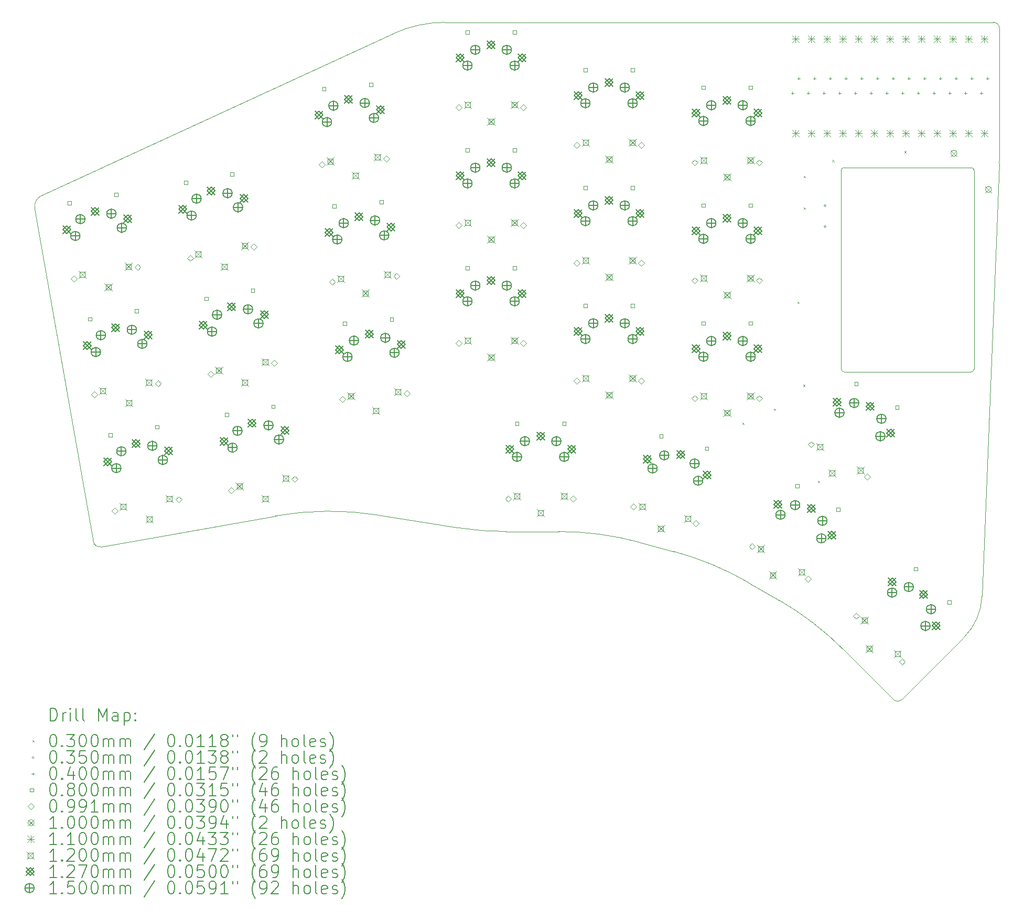
<source format=gbr>
%TF.GenerationSoftware,KiCad,Pcbnew,8.0.6*%
%TF.CreationDate,2025-05-26T15:17:00+09:00*%
%TF.ProjectId,hillside_speedrun,68696c6c-7369-4646-955f-737065656472,rev?*%
%TF.SameCoordinates,Original*%
%TF.FileFunction,Drillmap*%
%TF.FilePolarity,Positive*%
%FSLAX45Y45*%
G04 Gerber Fmt 4.5, Leading zero omitted, Abs format (unit mm)*
G04 Created by KiCad (PCBNEW 8.0.6) date 2025-05-26 15:17:00*
%MOMM*%
%LPD*%
G01*
G04 APERTURE LIST*
%ADD10C,0.100000*%
%ADD11C,0.050000*%
%ADD12C,0.120000*%
%ADD13C,0.200000*%
%ADD14C,0.110000*%
%ADD15C,0.127000*%
%ADD16C,0.150000*%
G04 APERTURE END LIST*
D10*
X16161135Y-13799003D02*
G75*
G02*
X16019714Y-13799003I-70711J70711D01*
G01*
X2154854Y-5873428D02*
G75*
G02*
X2268118Y-5657053I196966J34728D01*
G01*
X3218959Y-11332391D02*
G75*
G02*
X3103108Y-11251276I-17369J98481D01*
G01*
X7945542Y-3041052D02*
G75*
G02*
X8782512Y-2857501I836968J-1816448D01*
G01*
D11*
X17636200Y-2857500D02*
G75*
G02*
X17736200Y-2957500I0J-100000D01*
G01*
D10*
X17736200Y-4939771D02*
G75*
G02*
X17732221Y-5139219I-4999680J-9D01*
G01*
X17453061Y-12131958D02*
G75*
G02*
X17160964Y-12799175I-999201J39888D01*
G01*
X9769035Y-11087100D02*
G75*
G02*
X8981118Y-11024628I5J5000020D01*
G01*
X14178026Y-12197137D02*
G75*
G02*
X15210910Y-12990200I-2502656J-4328603D01*
G01*
X12473146Y-11408230D02*
G75*
G02*
X13678746Y-11908469I-1297046J-4828840D01*
G01*
X10617781Y-11087100D02*
G75*
G02*
X11914832Y-11258264I-1J-5000010D01*
G01*
X6045650Y-10833969D02*
G75*
G02*
X7701808Y-10820480I868240J-4924031D01*
G01*
X2154854Y-5873428D02*
X3103113Y-11251275D01*
X10477500Y-2857500D02*
X17636200Y-2857500D01*
D11*
X17736200Y-4939771D02*
X17736200Y-2957500D01*
D10*
X7945542Y-3041052D02*
X2268119Y-5657053D01*
X10477500Y-2857500D02*
X8782512Y-2857500D01*
X13678745Y-11908470D02*
X14178026Y-12197137D01*
X7701808Y-10820480D02*
X8981118Y-11024629D01*
X16161135Y-13799003D02*
X17160964Y-12799175D01*
X9769035Y-11087100D02*
X10617781Y-11087100D01*
X15210910Y-12990200D02*
X16019714Y-13799003D01*
X11914832Y-11258264D02*
X12473146Y-11408230D01*
X3218959Y-11332391D02*
X6045650Y-10833969D01*
X17453061Y-12131958D02*
X17732221Y-5139219D01*
D12*
X17325936Y-5254778D02*
X17325936Y-8454778D01*
X17275936Y-8504778D02*
X15225936Y-8504778D01*
X15225936Y-5204778D02*
X17275936Y-5204778D01*
X15175936Y-8454778D02*
X15175936Y-5254778D01*
X17325936Y-8454778D02*
G75*
G02*
X17275936Y-8504778I-50000J0D01*
G01*
X17275936Y-5204778D02*
G75*
G02*
X17325936Y-5254778I0J-50000D01*
G01*
X15225936Y-8504778D02*
G75*
G02*
X15175936Y-8454778I0J50000D01*
G01*
X15175936Y-5254778D02*
G75*
G02*
X15225936Y-5204778I50000J0D01*
G01*
D13*
D10*
X13581000Y-9328335D02*
X13611000Y-9358335D01*
X13611000Y-9328335D02*
X13581000Y-9358335D01*
X14089000Y-9099735D02*
X14119000Y-9129735D01*
X14119000Y-9099735D02*
X14089000Y-9129735D01*
X14470000Y-7372535D02*
X14500000Y-7402535D01*
X14500000Y-7372535D02*
X14470000Y-7402535D01*
X14564301Y-8714439D02*
X14594301Y-8744439D01*
X14594301Y-8714439D02*
X14564301Y-8744439D01*
X14571600Y-5340350D02*
X14601600Y-5370350D01*
X14601600Y-5340350D02*
X14571600Y-5370350D01*
X14571600Y-5848535D02*
X14601600Y-5878535D01*
X14601600Y-5848535D02*
X14571600Y-5878535D01*
X14800200Y-10268135D02*
X14830200Y-10298135D01*
X14830200Y-10268135D02*
X14800200Y-10298135D01*
X15034408Y-5080927D02*
X15064408Y-5110927D01*
X15064408Y-5080927D02*
X15034408Y-5110927D01*
X16199716Y-4936651D02*
X16229716Y-4966651D01*
X16229716Y-4936651D02*
X16199716Y-4966651D01*
X14934300Y-5820535D02*
G75*
G02*
X14899300Y-5820535I-17500J0D01*
G01*
X14899300Y-5820535D02*
G75*
G02*
X14934300Y-5820535I17500J0D01*
G01*
X14934300Y-6160535D02*
G75*
G02*
X14899300Y-6160535I-17500J0D01*
G01*
X14899300Y-6160535D02*
G75*
G02*
X14934300Y-6160535I17500J0D01*
G01*
X14390400Y-3980025D02*
X14390400Y-4020025D01*
X14370400Y-4000025D02*
X14410400Y-4000025D01*
X14492000Y-3745075D02*
X14492000Y-3785075D01*
X14472000Y-3765075D02*
X14512000Y-3765075D01*
X14644400Y-3980025D02*
X14644400Y-4020025D01*
X14624400Y-4000025D02*
X14664400Y-4000025D01*
X14746000Y-3745075D02*
X14746000Y-3785075D01*
X14726000Y-3765075D02*
X14766000Y-3765075D01*
X14898400Y-3980025D02*
X14898400Y-4020025D01*
X14878400Y-4000025D02*
X14918400Y-4000025D01*
X15000000Y-3745075D02*
X15000000Y-3785075D01*
X14980000Y-3765075D02*
X15020000Y-3765075D01*
X15152400Y-3980025D02*
X15152400Y-4020025D01*
X15132400Y-4000025D02*
X15172400Y-4000025D01*
X15254000Y-3745075D02*
X15254000Y-3785075D01*
X15234000Y-3765075D02*
X15274000Y-3765075D01*
X15406400Y-3980025D02*
X15406400Y-4020025D01*
X15386400Y-4000025D02*
X15426400Y-4000025D01*
X15508000Y-3745075D02*
X15508000Y-3785075D01*
X15488000Y-3765075D02*
X15528000Y-3765075D01*
X15660400Y-3980025D02*
X15660400Y-4020025D01*
X15640400Y-4000025D02*
X15680400Y-4000025D01*
X15762000Y-3745075D02*
X15762000Y-3785075D01*
X15742000Y-3765075D02*
X15782000Y-3765075D01*
X15914400Y-3980025D02*
X15914400Y-4020025D01*
X15894400Y-4000025D02*
X15934400Y-4000025D01*
X16016000Y-3745075D02*
X16016000Y-3785075D01*
X15996000Y-3765075D02*
X16036000Y-3765075D01*
X16168400Y-3980025D02*
X16168400Y-4020025D01*
X16148400Y-4000025D02*
X16188400Y-4000025D01*
X16270000Y-3745075D02*
X16270000Y-3785075D01*
X16250000Y-3765075D02*
X16290000Y-3765075D01*
X16422400Y-3980025D02*
X16422400Y-4020025D01*
X16402400Y-4000025D02*
X16442400Y-4000025D01*
X16524000Y-3745075D02*
X16524000Y-3785075D01*
X16504000Y-3765075D02*
X16544000Y-3765075D01*
X16676400Y-3980025D02*
X16676400Y-4020025D01*
X16656400Y-4000025D02*
X16696400Y-4000025D01*
X16778000Y-3745075D02*
X16778000Y-3785075D01*
X16758000Y-3765075D02*
X16798000Y-3765075D01*
X16930400Y-3980025D02*
X16930400Y-4020025D01*
X16910400Y-4000025D02*
X16950400Y-4000025D01*
X17032000Y-3745075D02*
X17032000Y-3785075D01*
X17012000Y-3765075D02*
X17052000Y-3765075D01*
X17184400Y-3980025D02*
X17184400Y-4020025D01*
X17164400Y-4000025D02*
X17204400Y-4000025D01*
X17286000Y-3745075D02*
X17286000Y-3785075D01*
X17266000Y-3765075D02*
X17306000Y-3765075D01*
X17438400Y-3980025D02*
X17438400Y-4020025D01*
X17418400Y-4000025D02*
X17458400Y-4000025D01*
X17540000Y-3745075D02*
X17540000Y-3785075D01*
X17520000Y-3765075D02*
X17560000Y-3765075D01*
X2746531Y-5805731D02*
X2746531Y-5749162D01*
X2689962Y-5749162D01*
X2689962Y-5805731D01*
X2746531Y-5805731D01*
X3077330Y-7681790D02*
X3077330Y-7625221D01*
X3020761Y-7625221D01*
X3020761Y-7681790D01*
X3077330Y-7681790D01*
X3408130Y-9557849D02*
X3408130Y-9501280D01*
X3351561Y-9501280D01*
X3351561Y-9557849D01*
X3408130Y-9557849D01*
X3496954Y-5673412D02*
X3496954Y-5616843D01*
X3440385Y-5616843D01*
X3440385Y-5673412D01*
X3496954Y-5673412D01*
X3827754Y-7549470D02*
X3827754Y-7492901D01*
X3771185Y-7492901D01*
X3771185Y-7549470D01*
X3827754Y-7549470D01*
X4158554Y-9425529D02*
X4158554Y-9368960D01*
X4101985Y-9368960D01*
X4101985Y-9425529D01*
X4158554Y-9425529D01*
X4622589Y-5474932D02*
X4622589Y-5418363D01*
X4566020Y-5418363D01*
X4566020Y-5474932D01*
X4622589Y-5474932D01*
X4953389Y-7350990D02*
X4953389Y-7294421D01*
X4896820Y-7294421D01*
X4896820Y-7350990D01*
X4953389Y-7350990D01*
X5284189Y-9227049D02*
X5284189Y-9170480D01*
X5227620Y-9170480D01*
X5227620Y-9227049D01*
X5284189Y-9227049D01*
X5373013Y-5342612D02*
X5373013Y-5286043D01*
X5316444Y-5286043D01*
X5316444Y-5342612D01*
X5373013Y-5342612D01*
X5703813Y-7218671D02*
X5703813Y-7162102D01*
X5647244Y-7162102D01*
X5647244Y-7218671D01*
X5703813Y-7218671D01*
X6034613Y-9094729D02*
X6034613Y-9038160D01*
X5978044Y-9038160D01*
X5978044Y-9094729D01*
X6034613Y-9094729D01*
X6856064Y-3958733D02*
X6856064Y-3902164D01*
X6799495Y-3902164D01*
X6799495Y-3958733D01*
X6856064Y-3958733D01*
X7022095Y-5856483D02*
X7022095Y-5799914D01*
X6965526Y-5799914D01*
X6965526Y-5856483D01*
X7022095Y-5856483D01*
X7188127Y-7754234D02*
X7188127Y-7697665D01*
X7131558Y-7697665D01*
X7131558Y-7754234D01*
X7188127Y-7754234D01*
X7615164Y-3892320D02*
X7615164Y-3835751D01*
X7558595Y-3835751D01*
X7558595Y-3892320D01*
X7615164Y-3892320D01*
X7781196Y-5790071D02*
X7781196Y-5733502D01*
X7724627Y-5733502D01*
X7724627Y-5790071D01*
X7781196Y-5790071D01*
X7947228Y-7687822D02*
X7947228Y-7631253D01*
X7890659Y-7631253D01*
X7890659Y-7687822D01*
X7947228Y-7687822D01*
X9172285Y-3043284D02*
X9172285Y-2986715D01*
X9115716Y-2986715D01*
X9115716Y-3043284D01*
X9172285Y-3043284D01*
X9172285Y-4948285D02*
X9172285Y-4891716D01*
X9115716Y-4891716D01*
X9115716Y-4948285D01*
X9172285Y-4948285D01*
X9172285Y-6853284D02*
X9172285Y-6796715D01*
X9115716Y-6796715D01*
X9115716Y-6853284D01*
X9172285Y-6853284D01*
X9934285Y-3043284D02*
X9934285Y-2986715D01*
X9877716Y-2986715D01*
X9877716Y-3043284D01*
X9934285Y-3043284D01*
X9934285Y-4948285D02*
X9934285Y-4891716D01*
X9877716Y-4891716D01*
X9877716Y-4948285D01*
X9934285Y-4948285D01*
X9934285Y-6853284D02*
X9934285Y-6796715D01*
X9877716Y-6796715D01*
X9877716Y-6853284D01*
X9934285Y-6853284D01*
X9972385Y-9367885D02*
X9972385Y-9311316D01*
X9915816Y-9311316D01*
X9915816Y-9367885D01*
X9972385Y-9367885D01*
X10734385Y-9367885D02*
X10734385Y-9311316D01*
X10677816Y-9311316D01*
X10677816Y-9367885D01*
X10734385Y-9367885D01*
X11077285Y-3652884D02*
X11077285Y-3596315D01*
X11020716Y-3596315D01*
X11020716Y-3652884D01*
X11077285Y-3652884D01*
X11077285Y-5557885D02*
X11077285Y-5501316D01*
X11020716Y-5501316D01*
X11020716Y-5557885D01*
X11077285Y-5557885D01*
X11077285Y-7462884D02*
X11077285Y-7406315D01*
X11020716Y-7406315D01*
X11020716Y-7462884D01*
X11077285Y-7462884D01*
X11839284Y-3652884D02*
X11839284Y-3596315D01*
X11782715Y-3596315D01*
X11782715Y-3652884D01*
X11839284Y-3652884D01*
X11839284Y-5557885D02*
X11839284Y-5501316D01*
X11782715Y-5501316D01*
X11782715Y-5557885D01*
X11839284Y-5557885D01*
X11839284Y-7462884D02*
X11839284Y-7406315D01*
X11782715Y-7406315D01*
X11782715Y-7462884D01*
X11839284Y-7462884D01*
X12301383Y-9574184D02*
X12301383Y-9517615D01*
X12244814Y-9517615D01*
X12244814Y-9574184D01*
X12301383Y-9574184D01*
X12982284Y-3938634D02*
X12982284Y-3882065D01*
X12925715Y-3882065D01*
X12925715Y-3938634D01*
X12982284Y-3938634D01*
X12982284Y-5843634D02*
X12982284Y-5787065D01*
X12925715Y-5787065D01*
X12925715Y-5843634D01*
X12982284Y-5843634D01*
X12982284Y-7748634D02*
X12982284Y-7692065D01*
X12925715Y-7692065D01*
X12925715Y-7748634D01*
X12982284Y-7748634D01*
X13037419Y-9771404D02*
X13037419Y-9714835D01*
X12980850Y-9714835D01*
X12980850Y-9771404D01*
X13037419Y-9771404D01*
X13744284Y-3938634D02*
X13744284Y-3882065D01*
X13687715Y-3882065D01*
X13687715Y-3938634D01*
X13744284Y-3938634D01*
X13744284Y-5843634D02*
X13744284Y-5787065D01*
X13687715Y-5787065D01*
X13687715Y-5843634D01*
X13744284Y-5843634D01*
X13744284Y-7748634D02*
X13744284Y-7692065D01*
X13687715Y-7692065D01*
X13687715Y-7748634D01*
X13744284Y-7748634D01*
X14497629Y-10376243D02*
X14497629Y-10319674D01*
X14441060Y-10319674D01*
X14441060Y-10376243D01*
X14497629Y-10376243D01*
X15157540Y-10757243D02*
X15157540Y-10700674D01*
X15100971Y-10700674D01*
X15100971Y-10757243D01*
X15157540Y-10757243D01*
X15450129Y-8726464D02*
X15450129Y-8669895D01*
X15393560Y-8669895D01*
X15393560Y-8726464D01*
X15450129Y-8726464D01*
X16110040Y-9107464D02*
X16110040Y-9050895D01*
X16053471Y-9050895D01*
X16053471Y-9107464D01*
X16110040Y-9107464D01*
X16411451Y-11719402D02*
X16411451Y-11662833D01*
X16354882Y-11662833D01*
X16354882Y-11719402D01*
X16411451Y-11719402D01*
X16950267Y-12258218D02*
X16950267Y-12201649D01*
X16893698Y-12201649D01*
X16893698Y-12258218D01*
X16950267Y-12258218D01*
X2790371Y-7048003D02*
X2839901Y-6998473D01*
X2790371Y-6948943D01*
X2740841Y-6998473D01*
X2790371Y-7048003D01*
X3121171Y-8924062D02*
X3170701Y-8874532D01*
X3121171Y-8825002D01*
X3071641Y-8874532D01*
X3121171Y-8924062D01*
X3451970Y-10800120D02*
X3501500Y-10750590D01*
X3451970Y-10701060D01*
X3402440Y-10750590D01*
X3451970Y-10800120D01*
X3818510Y-6866714D02*
X3868040Y-6817184D01*
X3818510Y-6767654D01*
X3768980Y-6817184D01*
X3818510Y-6866714D01*
X4149310Y-8742773D02*
X4198840Y-8693243D01*
X4149310Y-8643713D01*
X4099780Y-8693243D01*
X4149310Y-8742773D01*
X4480110Y-10618832D02*
X4529640Y-10569302D01*
X4480110Y-10519772D01*
X4430580Y-10569302D01*
X4480110Y-10618832D01*
X4666430Y-6717203D02*
X4715960Y-6667673D01*
X4666430Y-6618143D01*
X4616900Y-6667673D01*
X4666430Y-6717203D01*
X4997229Y-8593262D02*
X5046759Y-8543732D01*
X4997229Y-8494202D01*
X4947699Y-8543732D01*
X4997229Y-8593262D01*
X5328029Y-10469321D02*
X5377559Y-10419791D01*
X5328029Y-10370261D01*
X5278499Y-10419791D01*
X5328029Y-10469321D01*
X5694569Y-6535914D02*
X5744099Y-6486384D01*
X5694569Y-6436854D01*
X5645039Y-6486384D01*
X5694569Y-6535914D01*
X6025369Y-8411973D02*
X6074899Y-8362443D01*
X6025369Y-8312913D01*
X5975839Y-8362443D01*
X6025369Y-8411973D01*
X6356168Y-10288032D02*
X6405698Y-10238502D01*
X6356168Y-10188972D01*
X6306638Y-10238502D01*
X6356168Y-10288032D01*
X6793210Y-5202644D02*
X6842740Y-5153114D01*
X6793210Y-5103584D01*
X6743680Y-5153114D01*
X6793210Y-5202644D01*
X6959242Y-7100394D02*
X7008772Y-7050864D01*
X6959242Y-7001334D01*
X6909712Y-7050864D01*
X6959242Y-7100394D01*
X7125273Y-8998145D02*
X7174803Y-8948615D01*
X7125273Y-8899085D01*
X7075743Y-8948615D01*
X7125273Y-8998145D01*
X7833237Y-5111653D02*
X7882767Y-5062123D01*
X7833237Y-5012593D01*
X7783707Y-5062123D01*
X7833237Y-5111653D01*
X7999269Y-7009404D02*
X8048799Y-6959874D01*
X7999269Y-6910344D01*
X7949739Y-6959874D01*
X7999269Y-7009404D01*
X8165301Y-8907155D02*
X8214831Y-8857625D01*
X8165301Y-8808095D01*
X8115771Y-8857625D01*
X8165301Y-8907155D01*
X9003000Y-4279530D02*
X9052530Y-4230000D01*
X9003000Y-4180470D01*
X8953470Y-4230000D01*
X9003000Y-4279530D01*
X9003000Y-6184530D02*
X9052530Y-6135000D01*
X9003000Y-6085470D01*
X8953470Y-6135000D01*
X9003000Y-6184530D01*
X9003000Y-8089530D02*
X9052530Y-8040000D01*
X9003000Y-7990470D01*
X8953470Y-8040000D01*
X9003000Y-8089530D01*
X9803100Y-10604130D02*
X9852630Y-10554600D01*
X9803100Y-10505070D01*
X9753570Y-10554600D01*
X9803100Y-10604130D01*
X10047000Y-4279530D02*
X10096530Y-4230000D01*
X10047000Y-4180470D01*
X9997470Y-4230000D01*
X10047000Y-4279530D01*
X10047000Y-6184530D02*
X10096530Y-6135000D01*
X10047000Y-6085470D01*
X9997470Y-6135000D01*
X10047000Y-6184530D01*
X10047000Y-8089530D02*
X10096530Y-8040000D01*
X10047000Y-7990470D01*
X9997470Y-8040000D01*
X10047000Y-8089530D01*
X10847100Y-10604130D02*
X10896630Y-10554600D01*
X10847100Y-10505070D01*
X10797570Y-10554600D01*
X10847100Y-10604130D01*
X10908000Y-4889130D02*
X10957530Y-4839600D01*
X10908000Y-4790070D01*
X10858470Y-4839600D01*
X10908000Y-4889130D01*
X10908000Y-6794130D02*
X10957530Y-6744600D01*
X10908000Y-6695070D01*
X10858470Y-6744600D01*
X10908000Y-6794130D01*
X10908000Y-8699130D02*
X10957530Y-8649600D01*
X10908000Y-8600070D01*
X10858470Y-8649600D01*
X10908000Y-8699130D01*
X11822438Y-10732536D02*
X11871968Y-10683006D01*
X11822438Y-10633476D01*
X11772908Y-10683006D01*
X11822438Y-10732536D01*
X11952000Y-4889130D02*
X12001530Y-4839600D01*
X11952000Y-4790070D01*
X11902470Y-4839600D01*
X11952000Y-4889130D01*
X11952000Y-6794130D02*
X12001530Y-6744600D01*
X11952000Y-6695070D01*
X11902470Y-6744600D01*
X11952000Y-6794130D01*
X11952000Y-8699130D02*
X12001530Y-8649600D01*
X11952000Y-8600070D01*
X11902470Y-8649600D01*
X11952000Y-8699130D01*
X12813000Y-5174880D02*
X12862530Y-5125350D01*
X12813000Y-5075820D01*
X12763470Y-5125350D01*
X12813000Y-5174880D01*
X12813000Y-7079880D02*
X12862530Y-7030350D01*
X12813000Y-6980820D01*
X12763470Y-7030350D01*
X12813000Y-7079880D01*
X12813000Y-8984880D02*
X12862530Y-8935350D01*
X12813000Y-8885820D01*
X12763470Y-8935350D01*
X12813000Y-8984880D01*
X12830864Y-11002743D02*
X12880394Y-10953213D01*
X12830864Y-10903683D01*
X12781334Y-10953213D01*
X12830864Y-11002743D01*
X13739735Y-11379209D02*
X13789265Y-11329679D01*
X13739735Y-11280149D01*
X13690205Y-11329679D01*
X13739735Y-11379209D01*
X13857000Y-5174880D02*
X13906530Y-5125350D01*
X13857000Y-5075820D01*
X13807470Y-5125350D01*
X13857000Y-5174880D01*
X13857000Y-7079880D02*
X13906530Y-7030350D01*
X13857000Y-6980820D01*
X13807470Y-7030350D01*
X13857000Y-7079880D01*
X13857000Y-8984880D02*
X13906530Y-8935350D01*
X13857000Y-8885820D01*
X13807470Y-8935350D01*
X13857000Y-8984880D01*
X14643865Y-11901209D02*
X14693395Y-11851679D01*
X14643865Y-11802149D01*
X14594335Y-11851679D01*
X14643865Y-11901209D01*
X14692235Y-9729431D02*
X14741765Y-9679901D01*
X14692235Y-9630371D01*
X14642705Y-9679901D01*
X14692235Y-9729431D01*
X15424330Y-12500081D02*
X15473860Y-12450551D01*
X15424330Y-12401021D01*
X15374800Y-12450551D01*
X15424330Y-12500081D01*
X15596365Y-10251431D02*
X15645895Y-10201901D01*
X15596365Y-10152371D01*
X15546835Y-10201901D01*
X15596365Y-10251431D01*
X16162549Y-13238300D02*
X16212079Y-13188770D01*
X16162549Y-13139240D01*
X16113019Y-13188770D01*
X16162549Y-13238300D01*
X16949600Y-4924535D02*
X17049600Y-5024535D01*
X17049600Y-4924535D02*
X16949600Y-5024535D01*
X17049600Y-4974535D02*
G75*
G02*
X16949600Y-4974535I-50000J0D01*
G01*
X16949600Y-4974535D02*
G75*
G02*
X17049600Y-4974535I50000J0D01*
G01*
X17508400Y-5508735D02*
X17608400Y-5608735D01*
X17608400Y-5508735D02*
X17508400Y-5608735D01*
X17608400Y-5558735D02*
G75*
G02*
X17508400Y-5558735I-50000J0D01*
G01*
X17508400Y-5558735D02*
G75*
G02*
X17608400Y-5558735I50000J0D01*
G01*
D14*
X14386200Y-3072535D02*
X14496200Y-3182535D01*
X14496200Y-3072535D02*
X14386200Y-3182535D01*
X14441200Y-3072535D02*
X14441200Y-3182535D01*
X14386200Y-3127535D02*
X14496200Y-3127535D01*
X14386200Y-4596535D02*
X14496200Y-4706535D01*
X14496200Y-4596535D02*
X14386200Y-4706535D01*
X14441200Y-4596535D02*
X14441200Y-4706535D01*
X14386200Y-4651535D02*
X14496200Y-4651535D01*
X14640200Y-3072535D02*
X14750200Y-3182535D01*
X14750200Y-3072535D02*
X14640200Y-3182535D01*
X14695200Y-3072535D02*
X14695200Y-3182535D01*
X14640200Y-3127535D02*
X14750200Y-3127535D01*
X14640200Y-4596535D02*
X14750200Y-4706535D01*
X14750200Y-4596535D02*
X14640200Y-4706535D01*
X14695200Y-4596535D02*
X14695200Y-4706535D01*
X14640200Y-4651535D02*
X14750200Y-4651535D01*
X14894200Y-3072535D02*
X15004200Y-3182535D01*
X15004200Y-3072535D02*
X14894200Y-3182535D01*
X14949200Y-3072535D02*
X14949200Y-3182535D01*
X14894200Y-3127535D02*
X15004200Y-3127535D01*
X14894200Y-4596535D02*
X15004200Y-4706535D01*
X15004200Y-4596535D02*
X14894200Y-4706535D01*
X14949200Y-4596535D02*
X14949200Y-4706535D01*
X14894200Y-4651535D02*
X15004200Y-4651535D01*
X15148200Y-3072535D02*
X15258200Y-3182535D01*
X15258200Y-3072535D02*
X15148200Y-3182535D01*
X15203200Y-3072535D02*
X15203200Y-3182535D01*
X15148200Y-3127535D02*
X15258200Y-3127535D01*
X15148200Y-4596535D02*
X15258200Y-4706535D01*
X15258200Y-4596535D02*
X15148200Y-4706535D01*
X15203200Y-4596535D02*
X15203200Y-4706535D01*
X15148200Y-4651535D02*
X15258200Y-4651535D01*
X15402200Y-3072535D02*
X15512200Y-3182535D01*
X15512200Y-3072535D02*
X15402200Y-3182535D01*
X15457200Y-3072535D02*
X15457200Y-3182535D01*
X15402200Y-3127535D02*
X15512200Y-3127535D01*
X15402200Y-4596535D02*
X15512200Y-4706535D01*
X15512200Y-4596535D02*
X15402200Y-4706535D01*
X15457200Y-4596535D02*
X15457200Y-4706535D01*
X15402200Y-4651535D02*
X15512200Y-4651535D01*
X15656200Y-3072535D02*
X15766200Y-3182535D01*
X15766200Y-3072535D02*
X15656200Y-3182535D01*
X15711200Y-3072535D02*
X15711200Y-3182535D01*
X15656200Y-3127535D02*
X15766200Y-3127535D01*
X15656200Y-4596535D02*
X15766200Y-4706535D01*
X15766200Y-4596535D02*
X15656200Y-4706535D01*
X15711200Y-4596535D02*
X15711200Y-4706535D01*
X15656200Y-4651535D02*
X15766200Y-4651535D01*
X15910200Y-3072535D02*
X16020200Y-3182535D01*
X16020200Y-3072535D02*
X15910200Y-3182535D01*
X15965200Y-3072535D02*
X15965200Y-3182535D01*
X15910200Y-3127535D02*
X16020200Y-3127535D01*
X15910200Y-4596535D02*
X16020200Y-4706535D01*
X16020200Y-4596535D02*
X15910200Y-4706535D01*
X15965200Y-4596535D02*
X15965200Y-4706535D01*
X15910200Y-4651535D02*
X16020200Y-4651535D01*
X16164200Y-3072535D02*
X16274200Y-3182535D01*
X16274200Y-3072535D02*
X16164200Y-3182535D01*
X16219200Y-3072535D02*
X16219200Y-3182535D01*
X16164200Y-3127535D02*
X16274200Y-3127535D01*
X16164200Y-4596535D02*
X16274200Y-4706535D01*
X16274200Y-4596535D02*
X16164200Y-4706535D01*
X16219200Y-4596535D02*
X16219200Y-4706535D01*
X16164200Y-4651535D02*
X16274200Y-4651535D01*
X16418200Y-3072535D02*
X16528200Y-3182535D01*
X16528200Y-3072535D02*
X16418200Y-3182535D01*
X16473200Y-3072535D02*
X16473200Y-3182535D01*
X16418200Y-3127535D02*
X16528200Y-3127535D01*
X16418200Y-4596535D02*
X16528200Y-4706535D01*
X16528200Y-4596535D02*
X16418200Y-4706535D01*
X16473200Y-4596535D02*
X16473200Y-4706535D01*
X16418200Y-4651535D02*
X16528200Y-4651535D01*
X16672200Y-3072535D02*
X16782200Y-3182535D01*
X16782200Y-3072535D02*
X16672200Y-3182535D01*
X16727200Y-3072535D02*
X16727200Y-3182535D01*
X16672200Y-3127535D02*
X16782200Y-3127535D01*
X16672200Y-4596535D02*
X16782200Y-4706535D01*
X16782200Y-4596535D02*
X16672200Y-4706535D01*
X16727200Y-4596535D02*
X16727200Y-4706535D01*
X16672200Y-4651535D02*
X16782200Y-4651535D01*
X16926200Y-3072535D02*
X17036200Y-3182535D01*
X17036200Y-3072535D02*
X16926200Y-3182535D01*
X16981200Y-3072535D02*
X16981200Y-3182535D01*
X16926200Y-3127535D02*
X17036200Y-3127535D01*
X16926200Y-4596535D02*
X17036200Y-4706535D01*
X17036200Y-4596535D02*
X16926200Y-4706535D01*
X16981200Y-4596535D02*
X16981200Y-4706535D01*
X16926200Y-4651535D02*
X17036200Y-4651535D01*
X17180200Y-3072535D02*
X17290200Y-3182535D01*
X17290200Y-3072535D02*
X17180200Y-3182535D01*
X17235200Y-3072535D02*
X17235200Y-3182535D01*
X17180200Y-3127535D02*
X17290200Y-3127535D01*
X17180200Y-4596535D02*
X17290200Y-4706535D01*
X17290200Y-4596535D02*
X17180200Y-4706535D01*
X17235200Y-4596535D02*
X17235200Y-4706535D01*
X17180200Y-4651535D02*
X17290200Y-4651535D01*
X17434200Y-3072535D02*
X17544200Y-3182535D01*
X17544200Y-3072535D02*
X17434200Y-3182535D01*
X17489200Y-3072535D02*
X17489200Y-3182535D01*
X17434200Y-3127535D02*
X17544200Y-3127535D01*
X17434200Y-4596535D02*
X17544200Y-4706535D01*
X17544200Y-4596535D02*
X17434200Y-4706535D01*
X17489200Y-4596535D02*
X17489200Y-4706535D01*
X17434200Y-4651535D02*
X17544200Y-4651535D01*
D12*
X2863268Y-6874422D02*
X2983268Y-6994422D01*
X2983268Y-6874422D02*
X2863268Y-6994422D01*
X2965694Y-6976849D02*
X2965694Y-6891996D01*
X2880841Y-6891996D01*
X2880841Y-6976849D01*
X2965694Y-6976849D01*
X3194067Y-8750481D02*
X3314067Y-8870481D01*
X3314067Y-8750481D02*
X3194067Y-8870481D01*
X3296494Y-8852908D02*
X3296494Y-8768055D01*
X3211641Y-8768055D01*
X3211641Y-8852908D01*
X3296494Y-8852908D01*
X3284380Y-7074334D02*
X3404380Y-7194334D01*
X3404380Y-7074334D02*
X3284380Y-7194334D01*
X3386806Y-7176761D02*
X3386806Y-7091907D01*
X3301953Y-7091907D01*
X3301953Y-7176761D01*
X3386806Y-7176761D01*
X3524867Y-10626540D02*
X3644867Y-10746540D01*
X3644867Y-10626540D02*
X3524867Y-10746540D01*
X3627294Y-10728967D02*
X3627294Y-10644113D01*
X3542440Y-10644113D01*
X3542440Y-10728967D01*
X3627294Y-10728967D01*
X3611722Y-6742450D02*
X3731722Y-6862450D01*
X3731722Y-6742450D02*
X3611722Y-6862450D01*
X3714148Y-6844877D02*
X3714148Y-6760023D01*
X3629295Y-6760023D01*
X3629295Y-6844877D01*
X3714148Y-6844877D01*
X3615179Y-8950393D02*
X3735179Y-9070393D01*
X3735179Y-8950393D02*
X3615179Y-9070393D01*
X3717606Y-9052820D02*
X3717606Y-8967966D01*
X3632752Y-8967966D01*
X3632752Y-9052820D01*
X3717606Y-9052820D01*
X3942521Y-8618509D02*
X4062521Y-8738509D01*
X4062521Y-8618509D02*
X3942521Y-8738509D01*
X4044948Y-8720935D02*
X4044948Y-8636082D01*
X3960094Y-8636082D01*
X3960094Y-8720935D01*
X4044948Y-8720935D01*
X3945979Y-10826452D02*
X4065979Y-10946452D01*
X4065979Y-10826452D02*
X3945979Y-10946452D01*
X4048406Y-10928879D02*
X4048406Y-10844025D01*
X3963552Y-10844025D01*
X3963552Y-10928879D01*
X4048406Y-10928879D01*
X4273321Y-10494567D02*
X4393321Y-10614567D01*
X4393321Y-10494567D02*
X4273321Y-10614567D01*
X4375748Y-10596994D02*
X4375748Y-10512141D01*
X4290894Y-10512141D01*
X4290894Y-10596994D01*
X4375748Y-10596994D01*
X4739326Y-6543623D02*
X4859326Y-6663623D01*
X4859326Y-6543623D02*
X4739326Y-6663623D01*
X4841753Y-6646049D02*
X4841753Y-6561196D01*
X4756900Y-6561196D01*
X4756900Y-6646049D01*
X4841753Y-6646049D01*
X5070126Y-8419682D02*
X5190126Y-8539682D01*
X5190126Y-8419682D02*
X5070126Y-8539682D01*
X5172553Y-8522108D02*
X5172553Y-8437255D01*
X5087699Y-8437255D01*
X5087699Y-8522108D01*
X5172553Y-8522108D01*
X5160438Y-6743534D02*
X5280438Y-6863534D01*
X5280438Y-6743534D02*
X5160438Y-6863534D01*
X5262865Y-6845961D02*
X5262865Y-6761108D01*
X5178012Y-6761108D01*
X5178012Y-6845961D01*
X5262865Y-6845961D01*
X5400926Y-10295740D02*
X5520926Y-10415740D01*
X5520926Y-10295740D02*
X5400926Y-10415740D01*
X5503353Y-10398167D02*
X5503353Y-10313313D01*
X5418499Y-10313313D01*
X5418499Y-10398167D01*
X5503353Y-10398167D01*
X5487780Y-6411650D02*
X5607780Y-6531650D01*
X5607780Y-6411650D02*
X5487780Y-6531650D01*
X5590207Y-6514077D02*
X5590207Y-6429223D01*
X5505354Y-6429223D01*
X5505354Y-6514077D01*
X5590207Y-6514077D01*
X5491238Y-8619593D02*
X5611238Y-8739593D01*
X5611238Y-8619593D02*
X5491238Y-8739593D01*
X5593665Y-8722020D02*
X5593665Y-8637166D01*
X5508811Y-8637166D01*
X5508811Y-8722020D01*
X5593665Y-8722020D01*
X5818580Y-8287709D02*
X5938580Y-8407709D01*
X5938580Y-8287709D02*
X5818580Y-8407709D01*
X5921007Y-8390136D02*
X5921007Y-8305282D01*
X5836153Y-8305282D01*
X5836153Y-8390136D01*
X5921007Y-8390136D01*
X5822038Y-10495652D02*
X5942038Y-10615652D01*
X5942038Y-10495652D02*
X5822038Y-10615652D01*
X5924465Y-10598079D02*
X5924465Y-10513225D01*
X5839611Y-10513225D01*
X5839611Y-10598079D01*
X5924465Y-10598079D01*
X6149380Y-10163768D02*
X6269380Y-10283768D01*
X6269380Y-10163768D02*
X6149380Y-10283768D01*
X6251807Y-10266194D02*
X6251807Y-10181341D01*
X6166953Y-10181341D01*
X6166953Y-10266194D01*
X6251807Y-10266194D01*
X6871183Y-5040890D02*
X6991183Y-5160890D01*
X6991183Y-5040890D02*
X6871183Y-5160890D01*
X6973610Y-5143317D02*
X6973610Y-5058463D01*
X6888757Y-5058463D01*
X6888757Y-5143317D01*
X6973610Y-5143317D01*
X7037215Y-6938641D02*
X7157215Y-7058641D01*
X7157215Y-6938641D02*
X7037215Y-7058641D01*
X7139642Y-7041067D02*
X7139642Y-6956214D01*
X7054788Y-6956214D01*
X7054788Y-7041067D01*
X7139642Y-7041067D01*
X7203247Y-8836392D02*
X7323247Y-8956392D01*
X7323247Y-8836392D02*
X7203247Y-8956392D01*
X7305674Y-8938818D02*
X7305674Y-8853965D01*
X7220820Y-8853965D01*
X7220820Y-8938818D01*
X7305674Y-8938818D01*
X7273269Y-5276743D02*
X7393269Y-5396743D01*
X7393269Y-5276743D02*
X7273269Y-5396743D01*
X7375696Y-5379170D02*
X7375696Y-5294316D01*
X7290843Y-5294316D01*
X7290843Y-5379170D01*
X7375696Y-5379170D01*
X7439301Y-7174494D02*
X7559301Y-7294494D01*
X7559301Y-7174494D02*
X7439301Y-7294494D01*
X7541728Y-7276921D02*
X7541728Y-7192067D01*
X7456874Y-7192067D01*
X7456874Y-7276921D01*
X7541728Y-7276921D01*
X7605333Y-9072245D02*
X7725333Y-9192245D01*
X7725333Y-9072245D02*
X7605333Y-9192245D01*
X7707760Y-9174672D02*
X7707760Y-9089818D01*
X7622906Y-9089818D01*
X7622906Y-9174672D01*
X7707760Y-9174672D01*
X7628291Y-4974651D02*
X7748291Y-5094651D01*
X7748291Y-4974651D02*
X7628291Y-5094651D01*
X7730718Y-5077078D02*
X7730718Y-4992225D01*
X7645865Y-4992225D01*
X7645865Y-5077078D01*
X7730718Y-5077078D01*
X7794323Y-6872402D02*
X7914323Y-6992402D01*
X7914323Y-6872402D02*
X7794323Y-6992402D01*
X7896750Y-6974829D02*
X7896750Y-6889975D01*
X7811896Y-6889975D01*
X7811896Y-6974829D01*
X7896750Y-6974829D01*
X7960355Y-8770153D02*
X8080355Y-8890153D01*
X8080355Y-8770153D02*
X7960355Y-8890153D01*
X8062782Y-8872580D02*
X8062782Y-8787726D01*
X7977928Y-8787726D01*
X7977928Y-8872580D01*
X8062782Y-8872580D01*
X9085000Y-4130000D02*
X9205000Y-4250000D01*
X9205000Y-4130000D02*
X9085000Y-4250000D01*
X9187427Y-4232427D02*
X9187427Y-4147573D01*
X9102573Y-4147573D01*
X9102573Y-4232427D01*
X9187427Y-4232427D01*
X9085000Y-6035000D02*
X9205000Y-6155000D01*
X9205000Y-6035000D02*
X9085000Y-6155000D01*
X9187427Y-6137427D02*
X9187427Y-6052573D01*
X9102573Y-6052573D01*
X9102573Y-6137427D01*
X9187427Y-6137427D01*
X9085000Y-7940000D02*
X9205000Y-8060000D01*
X9205000Y-7940000D02*
X9085000Y-8060000D01*
X9187427Y-8042427D02*
X9187427Y-7957573D01*
X9102573Y-7957573D01*
X9102573Y-8042427D01*
X9187427Y-8042427D01*
X9465000Y-4400000D02*
X9585000Y-4520000D01*
X9585000Y-4400000D02*
X9465000Y-4520000D01*
X9567427Y-4502427D02*
X9567427Y-4417573D01*
X9482573Y-4417573D01*
X9482573Y-4502427D01*
X9567427Y-4502427D01*
X9465000Y-6305000D02*
X9585000Y-6425000D01*
X9585000Y-6305000D02*
X9465000Y-6425000D01*
X9567427Y-6407427D02*
X9567427Y-6322573D01*
X9482573Y-6322573D01*
X9482573Y-6407427D01*
X9567427Y-6407427D01*
X9465000Y-8210000D02*
X9585000Y-8330000D01*
X9585000Y-8210000D02*
X9465000Y-8330000D01*
X9567427Y-8312427D02*
X9567427Y-8227573D01*
X9482573Y-8227573D01*
X9482573Y-8312427D01*
X9567427Y-8312427D01*
X9845000Y-4130000D02*
X9965000Y-4250000D01*
X9965000Y-4130000D02*
X9845000Y-4250000D01*
X9947427Y-4232427D02*
X9947427Y-4147573D01*
X9862573Y-4147573D01*
X9862573Y-4232427D01*
X9947427Y-4232427D01*
X9845000Y-6035000D02*
X9965000Y-6155000D01*
X9965000Y-6035000D02*
X9845000Y-6155000D01*
X9947427Y-6137427D02*
X9947427Y-6052573D01*
X9862573Y-6052573D01*
X9862573Y-6137427D01*
X9947427Y-6137427D01*
X9845000Y-7940000D02*
X9965000Y-8060000D01*
X9965000Y-7940000D02*
X9845000Y-8060000D01*
X9947427Y-8042427D02*
X9947427Y-7957573D01*
X9862573Y-7957573D01*
X9862573Y-8042427D01*
X9947427Y-8042427D01*
X9885100Y-10454600D02*
X10005100Y-10574600D01*
X10005100Y-10454600D02*
X9885100Y-10574600D01*
X9987527Y-10557027D02*
X9987527Y-10472173D01*
X9902673Y-10472173D01*
X9902673Y-10557027D01*
X9987527Y-10557027D01*
X10265100Y-10724600D02*
X10385100Y-10844600D01*
X10385100Y-10724600D02*
X10265100Y-10844600D01*
X10367527Y-10827027D02*
X10367527Y-10742173D01*
X10282673Y-10742173D01*
X10282673Y-10827027D01*
X10367527Y-10827027D01*
X10645100Y-10454600D02*
X10765100Y-10574600D01*
X10765100Y-10454600D02*
X10645100Y-10574600D01*
X10747527Y-10557027D02*
X10747527Y-10472173D01*
X10662673Y-10472173D01*
X10662673Y-10557027D01*
X10747527Y-10557027D01*
X10990000Y-4739600D02*
X11110000Y-4859600D01*
X11110000Y-4739600D02*
X10990000Y-4859600D01*
X11092427Y-4842027D02*
X11092427Y-4757173D01*
X11007573Y-4757173D01*
X11007573Y-4842027D01*
X11092427Y-4842027D01*
X10990000Y-6644600D02*
X11110000Y-6764600D01*
X11110000Y-6644600D02*
X10990000Y-6764600D01*
X11092427Y-6747027D02*
X11092427Y-6662173D01*
X11007573Y-6662173D01*
X11007573Y-6747027D01*
X11092427Y-6747027D01*
X10990000Y-8549600D02*
X11110000Y-8669600D01*
X11110000Y-8549600D02*
X10990000Y-8669600D01*
X11092427Y-8652027D02*
X11092427Y-8567173D01*
X11007573Y-8567173D01*
X11007573Y-8652027D01*
X11092427Y-8652027D01*
X11370000Y-5009600D02*
X11490000Y-5129600D01*
X11490000Y-5009600D02*
X11370000Y-5129600D01*
X11472427Y-5112027D02*
X11472427Y-5027173D01*
X11387573Y-5027173D01*
X11387573Y-5112027D01*
X11472427Y-5112027D01*
X11370000Y-6914600D02*
X11490000Y-7034600D01*
X11490000Y-6914600D02*
X11370000Y-7034600D01*
X11472427Y-7017027D02*
X11472427Y-6932173D01*
X11387573Y-6932173D01*
X11387573Y-7017027D01*
X11472427Y-7017027D01*
X11370000Y-8819600D02*
X11490000Y-8939600D01*
X11490000Y-8819600D02*
X11370000Y-8939600D01*
X11472427Y-8922027D02*
X11472427Y-8837173D01*
X11387573Y-8837173D01*
X11387573Y-8922027D01*
X11472427Y-8922027D01*
X11750000Y-4739600D02*
X11870000Y-4859600D01*
X11870000Y-4739600D02*
X11750000Y-4859600D01*
X11852427Y-4842027D02*
X11852427Y-4757173D01*
X11767573Y-4757173D01*
X11767573Y-4842027D01*
X11852427Y-4842027D01*
X11750000Y-6644600D02*
X11870000Y-6764600D01*
X11870000Y-6644600D02*
X11750000Y-6764600D01*
X11852427Y-6747027D02*
X11852427Y-6662173D01*
X11767573Y-6662173D01*
X11767573Y-6747027D01*
X11852427Y-6747027D01*
X11750000Y-8549600D02*
X11870000Y-8669600D01*
X11870000Y-8549600D02*
X11750000Y-8669600D01*
X11852427Y-8652027D02*
X11852427Y-8567173D01*
X11767573Y-8567173D01*
X11767573Y-8652027D01*
X11852427Y-8652027D01*
X11909952Y-10621121D02*
X12029952Y-10741121D01*
X12029952Y-10621121D02*
X11909952Y-10741121D01*
X12012379Y-10723548D02*
X12012379Y-10638694D01*
X11927525Y-10638694D01*
X11927525Y-10723548D01*
X12012379Y-10723548D01*
X12207123Y-10980272D02*
X12327123Y-11100272D01*
X12327123Y-10980272D02*
X12207123Y-11100272D01*
X12309550Y-11082699D02*
X12309550Y-10997845D01*
X12224696Y-10997845D01*
X12224696Y-11082699D01*
X12309550Y-11082699D01*
X12644056Y-10817824D02*
X12764056Y-10937824D01*
X12764056Y-10817824D02*
X12644056Y-10937824D01*
X12746483Y-10920250D02*
X12746483Y-10835397D01*
X12661629Y-10835397D01*
X12661629Y-10920250D01*
X12746483Y-10920250D01*
X12895000Y-5025350D02*
X13015000Y-5145350D01*
X13015000Y-5025350D02*
X12895000Y-5145350D01*
X12997427Y-5127777D02*
X12997427Y-5042923D01*
X12912573Y-5042923D01*
X12912573Y-5127777D01*
X12997427Y-5127777D01*
X12895000Y-6930350D02*
X13015000Y-7050350D01*
X13015000Y-6930350D02*
X12895000Y-7050350D01*
X12997427Y-7032777D02*
X12997427Y-6947923D01*
X12912573Y-6947923D01*
X12912573Y-7032777D01*
X12997427Y-7032777D01*
X12895000Y-8835350D02*
X13015000Y-8955350D01*
X13015000Y-8835350D02*
X12895000Y-8955350D01*
X12997427Y-8937777D02*
X12997427Y-8852923D01*
X12912573Y-8852923D01*
X12912573Y-8937777D01*
X12997427Y-8937777D01*
X13275000Y-5295350D02*
X13395000Y-5415350D01*
X13395000Y-5295350D02*
X13275000Y-5415350D01*
X13377427Y-5397777D02*
X13377427Y-5312923D01*
X13292573Y-5312923D01*
X13292573Y-5397777D01*
X13377427Y-5397777D01*
X13275000Y-7200350D02*
X13395000Y-7320350D01*
X13395000Y-7200350D02*
X13275000Y-7320350D01*
X13377427Y-7302777D02*
X13377427Y-7217923D01*
X13292573Y-7217923D01*
X13292573Y-7302777D01*
X13377427Y-7302777D01*
X13275000Y-9105350D02*
X13395000Y-9225350D01*
X13395000Y-9105350D02*
X13275000Y-9225350D01*
X13377427Y-9207777D02*
X13377427Y-9122923D01*
X13292573Y-9122923D01*
X13292573Y-9207777D01*
X13377427Y-9207777D01*
X13655000Y-5025350D02*
X13775000Y-5145350D01*
X13775000Y-5025350D02*
X13655000Y-5145350D01*
X13757427Y-5127777D02*
X13757427Y-5042923D01*
X13672573Y-5042923D01*
X13672573Y-5127777D01*
X13757427Y-5127777D01*
X13655000Y-6930350D02*
X13775000Y-7050350D01*
X13775000Y-6930350D02*
X13655000Y-7050350D01*
X13757427Y-7032777D02*
X13757427Y-6947923D01*
X13672573Y-6947923D01*
X13672573Y-7032777D01*
X13757427Y-7032777D01*
X13655000Y-8835350D02*
X13775000Y-8955350D01*
X13775000Y-8835350D02*
X13655000Y-8955350D01*
X13757427Y-8937777D02*
X13757427Y-8852923D01*
X13672573Y-8852923D01*
X13672573Y-8937777D01*
X13757427Y-8937777D01*
X13822710Y-11306038D02*
X13942710Y-11426038D01*
X13942710Y-11306038D02*
X13822710Y-11426038D01*
X13925137Y-11408465D02*
X13925137Y-11323611D01*
X13840283Y-11323611D01*
X13840283Y-11408465D01*
X13925137Y-11408465D01*
X14016800Y-11729865D02*
X14136800Y-11849865D01*
X14136800Y-11729865D02*
X14016800Y-11849865D01*
X14119227Y-11832292D02*
X14119227Y-11747438D01*
X14034373Y-11747438D01*
X14034373Y-11832292D01*
X14119227Y-11832292D01*
X14480890Y-11686038D02*
X14600890Y-11806038D01*
X14600890Y-11686038D02*
X14480890Y-11806038D01*
X14583316Y-11788465D02*
X14583316Y-11703611D01*
X14498463Y-11703611D01*
X14498463Y-11788465D01*
X14583316Y-11788465D01*
X14775210Y-9656260D02*
X14895210Y-9776260D01*
X14895210Y-9656260D02*
X14775210Y-9776260D01*
X14877637Y-9758687D02*
X14877637Y-9673833D01*
X14792783Y-9673833D01*
X14792783Y-9758687D01*
X14877637Y-9758687D01*
X14969300Y-10080087D02*
X15089300Y-10200087D01*
X15089300Y-10080087D02*
X14969300Y-10200087D01*
X15071727Y-10182513D02*
X15071727Y-10097660D01*
X14986873Y-10097660D01*
X14986873Y-10182513D01*
X15071727Y-10182513D01*
X15433390Y-10036260D02*
X15553390Y-10156260D01*
X15553390Y-10036260D02*
X15433390Y-10156260D01*
X15535816Y-10138687D02*
X15535816Y-10053833D01*
X15450963Y-10053833D01*
X15450963Y-10138687D01*
X15535816Y-10138687D01*
X15493023Y-12462676D02*
X15613023Y-12582676D01*
X15613023Y-12462676D02*
X15493023Y-12582676D01*
X15595450Y-12565102D02*
X15595450Y-12480249D01*
X15510596Y-12480249D01*
X15510596Y-12565102D01*
X15595450Y-12565102D01*
X15570805Y-12922295D02*
X15690805Y-13042295D01*
X15690805Y-12922295D02*
X15570805Y-13042295D01*
X15673232Y-13024722D02*
X15673232Y-12939868D01*
X15588378Y-12939868D01*
X15588378Y-13024722D01*
X15673232Y-13024722D01*
X16030424Y-13000077D02*
X16150424Y-13120077D01*
X16150424Y-13000077D02*
X16030424Y-13120077D01*
X16132851Y-13102504D02*
X16132851Y-13017650D01*
X16047998Y-13017650D01*
X16047998Y-13102504D01*
X16132851Y-13102504D01*
D15*
X2609618Y-6143306D02*
X2736618Y-6270306D01*
X2736618Y-6143306D02*
X2609618Y-6270306D01*
X2673118Y-6270306D02*
X2736618Y-6206806D01*
X2673118Y-6143306D01*
X2609618Y-6206806D01*
X2673118Y-6270306D01*
X2940418Y-8019365D02*
X3067418Y-8146365D01*
X3067418Y-8019365D02*
X2940418Y-8146365D01*
X3003918Y-8146365D02*
X3067418Y-8082865D01*
X3003918Y-8019365D01*
X2940418Y-8082865D01*
X3003918Y-8146365D01*
X3065556Y-5849673D02*
X3192556Y-5976673D01*
X3192556Y-5849673D02*
X3065556Y-5976673D01*
X3129056Y-5976673D02*
X3192556Y-5913173D01*
X3129056Y-5849673D01*
X3065556Y-5913173D01*
X3129056Y-5976673D01*
X3271218Y-9895424D02*
X3398218Y-10022424D01*
X3398218Y-9895424D02*
X3271218Y-10022424D01*
X3334718Y-10022424D02*
X3398218Y-9958924D01*
X3334718Y-9895424D01*
X3271218Y-9958924D01*
X3334718Y-10022424D01*
X3396356Y-7725731D02*
X3523356Y-7852731D01*
X3523356Y-7725731D02*
X3396356Y-7852731D01*
X3459856Y-7852731D02*
X3523356Y-7789231D01*
X3459856Y-7725731D01*
X3396356Y-7789231D01*
X3459856Y-7852731D01*
X3594426Y-5969658D02*
X3721426Y-6096658D01*
X3721426Y-5969658D02*
X3594426Y-6096658D01*
X3657926Y-6096658D02*
X3721426Y-6033158D01*
X3657926Y-5969658D01*
X3594426Y-6033158D01*
X3657926Y-6096658D01*
X3727155Y-9601790D02*
X3854155Y-9728790D01*
X3854155Y-9601790D02*
X3727155Y-9728790D01*
X3790655Y-9728790D02*
X3854155Y-9665290D01*
X3790655Y-9601790D01*
X3727155Y-9665290D01*
X3790655Y-9728790D01*
X3925226Y-7845717D02*
X4052226Y-7972717D01*
X4052226Y-7845717D02*
X3925226Y-7972717D01*
X3988726Y-7972717D02*
X4052226Y-7909217D01*
X3988726Y-7845717D01*
X3925226Y-7909217D01*
X3988726Y-7972717D01*
X4256025Y-9721776D02*
X4383025Y-9848776D01*
X4383025Y-9721776D02*
X4256025Y-9848776D01*
X4319525Y-9848776D02*
X4383025Y-9785276D01*
X4319525Y-9721776D01*
X4256025Y-9785276D01*
X4319525Y-9848776D01*
X4485677Y-5812506D02*
X4612677Y-5939506D01*
X4612677Y-5812506D02*
X4485677Y-5939506D01*
X4549177Y-5939506D02*
X4612677Y-5876006D01*
X4549177Y-5812506D01*
X4485677Y-5876006D01*
X4549177Y-5939506D01*
X4816477Y-7688565D02*
X4943477Y-7815565D01*
X4943477Y-7688565D02*
X4816477Y-7815565D01*
X4879977Y-7815565D02*
X4943477Y-7752065D01*
X4879977Y-7688565D01*
X4816477Y-7752065D01*
X4879977Y-7815565D01*
X4941615Y-5518873D02*
X5068615Y-5645873D01*
X5068615Y-5518873D02*
X4941615Y-5645873D01*
X5005115Y-5645873D02*
X5068615Y-5582373D01*
X5005115Y-5518873D01*
X4941615Y-5582373D01*
X5005115Y-5645873D01*
X5147276Y-9564624D02*
X5274276Y-9691624D01*
X5274276Y-9564624D02*
X5147276Y-9691624D01*
X5210776Y-9691624D02*
X5274276Y-9628124D01*
X5210776Y-9564624D01*
X5147276Y-9628124D01*
X5210776Y-9691624D01*
X5272414Y-7394932D02*
X5399414Y-7521932D01*
X5399414Y-7394932D02*
X5272414Y-7521932D01*
X5335914Y-7521932D02*
X5399414Y-7458432D01*
X5335914Y-7394932D01*
X5272414Y-7458432D01*
X5335914Y-7521932D01*
X5470485Y-5638858D02*
X5597485Y-5765858D01*
X5597485Y-5638858D02*
X5470485Y-5765858D01*
X5533985Y-5765858D02*
X5597485Y-5702358D01*
X5533985Y-5638858D01*
X5470485Y-5702358D01*
X5533985Y-5765858D01*
X5603214Y-9270990D02*
X5730214Y-9397990D01*
X5730214Y-9270990D02*
X5603214Y-9397990D01*
X5666714Y-9397990D02*
X5730214Y-9334490D01*
X5666714Y-9270990D01*
X5603214Y-9334490D01*
X5666714Y-9397990D01*
X5801284Y-7514917D02*
X5928284Y-7641917D01*
X5928284Y-7514917D02*
X5801284Y-7641917D01*
X5864784Y-7641917D02*
X5928284Y-7578417D01*
X5864784Y-7514917D01*
X5801284Y-7578417D01*
X5864784Y-7641917D01*
X6132084Y-9390976D02*
X6259084Y-9517976D01*
X6259084Y-9390976D02*
X6132084Y-9517976D01*
X6195584Y-9517976D02*
X6259084Y-9454476D01*
X6195584Y-9390976D01*
X6132084Y-9454476D01*
X6195584Y-9517976D01*
X6681902Y-4290740D02*
X6808902Y-4417740D01*
X6808902Y-4290740D02*
X6681902Y-4417740D01*
X6745402Y-4417740D02*
X6808902Y-4354240D01*
X6745402Y-4290740D01*
X6681902Y-4354240D01*
X6745402Y-4417740D01*
X6847933Y-6188491D02*
X6974933Y-6315491D01*
X6974933Y-6188491D02*
X6847933Y-6315491D01*
X6911433Y-6315491D02*
X6974933Y-6251991D01*
X6911433Y-6188491D01*
X6847933Y-6251991D01*
X6911433Y-6315491D01*
X7013965Y-8086242D02*
X7140965Y-8213242D01*
X7140965Y-8086242D02*
X7013965Y-8213242D01*
X7077465Y-8213242D02*
X7140965Y-8149742D01*
X7077465Y-8086242D01*
X7013965Y-8149742D01*
X7077465Y-8213242D01*
X7161696Y-4037962D02*
X7288696Y-4164962D01*
X7288696Y-4037962D02*
X7161696Y-4164962D01*
X7225196Y-4164962D02*
X7288696Y-4101462D01*
X7225196Y-4037962D01*
X7161696Y-4101462D01*
X7225196Y-4164962D01*
X7327728Y-5935712D02*
X7454728Y-6062712D01*
X7454728Y-5935712D02*
X7327728Y-6062712D01*
X7391228Y-6062712D02*
X7454728Y-5999212D01*
X7391228Y-5935712D01*
X7327728Y-5999212D01*
X7391228Y-6062712D01*
X7493760Y-7833463D02*
X7620760Y-7960463D01*
X7620760Y-7833463D02*
X7493760Y-7960463D01*
X7557260Y-7960463D02*
X7620760Y-7896963D01*
X7557260Y-7833463D01*
X7493760Y-7896963D01*
X7557260Y-7960463D01*
X7678096Y-4203585D02*
X7805096Y-4330585D01*
X7805096Y-4203585D02*
X7678096Y-4330585D01*
X7741596Y-4330585D02*
X7805096Y-4267085D01*
X7741596Y-4203585D01*
X7678096Y-4267085D01*
X7741596Y-4330585D01*
X7844128Y-6101335D02*
X7971128Y-6228335D01*
X7971128Y-6101335D02*
X7844128Y-6228335D01*
X7907628Y-6228335D02*
X7971128Y-6164835D01*
X7907628Y-6101335D01*
X7844128Y-6164835D01*
X7907628Y-6228335D01*
X8010160Y-7999086D02*
X8137160Y-8126086D01*
X8137160Y-7999086D02*
X8010160Y-8126086D01*
X8073660Y-8126086D02*
X8137160Y-8062586D01*
X8073660Y-7999086D01*
X8010160Y-8062586D01*
X8073660Y-8126086D01*
X8961500Y-3366500D02*
X9088500Y-3493500D01*
X9088500Y-3366500D02*
X8961500Y-3493500D01*
X9025000Y-3493500D02*
X9088500Y-3430000D01*
X9025000Y-3366500D01*
X8961500Y-3430000D01*
X9025000Y-3493500D01*
X8961500Y-5271500D02*
X9088500Y-5398500D01*
X9088500Y-5271500D02*
X8961500Y-5398500D01*
X9025000Y-5398500D02*
X9088500Y-5335000D01*
X9025000Y-5271500D01*
X8961500Y-5335000D01*
X9025000Y-5398500D01*
X8961500Y-7176500D02*
X9088500Y-7303500D01*
X9088500Y-7176500D02*
X8961500Y-7303500D01*
X9025000Y-7303500D02*
X9088500Y-7240000D01*
X9025000Y-7176500D01*
X8961500Y-7240000D01*
X9025000Y-7303500D01*
X9461500Y-3156500D02*
X9588500Y-3283500D01*
X9588500Y-3156500D02*
X9461500Y-3283500D01*
X9525000Y-3283500D02*
X9588500Y-3220000D01*
X9525000Y-3156500D01*
X9461500Y-3220000D01*
X9525000Y-3283500D01*
X9461500Y-5061500D02*
X9588500Y-5188500D01*
X9588500Y-5061500D02*
X9461500Y-5188500D01*
X9525000Y-5188500D02*
X9588500Y-5125000D01*
X9525000Y-5061500D01*
X9461500Y-5125000D01*
X9525000Y-5188500D01*
X9461500Y-6966500D02*
X9588500Y-7093500D01*
X9588500Y-6966500D02*
X9461500Y-7093500D01*
X9525000Y-7093500D02*
X9588500Y-7030000D01*
X9525000Y-6966500D01*
X9461500Y-7030000D01*
X9525000Y-7093500D01*
X9761600Y-9691100D02*
X9888600Y-9818100D01*
X9888600Y-9691100D02*
X9761600Y-9818100D01*
X9825100Y-9818100D02*
X9888600Y-9754600D01*
X9825100Y-9691100D01*
X9761600Y-9754600D01*
X9825100Y-9818100D01*
X9961500Y-3366500D02*
X10088500Y-3493500D01*
X10088500Y-3366500D02*
X9961500Y-3493500D01*
X10025000Y-3493500D02*
X10088500Y-3430000D01*
X10025000Y-3366500D01*
X9961500Y-3430000D01*
X10025000Y-3493500D01*
X9961500Y-5271500D02*
X10088500Y-5398500D01*
X10088500Y-5271500D02*
X9961500Y-5398500D01*
X10025000Y-5398500D02*
X10088500Y-5335000D01*
X10025000Y-5271500D01*
X9961500Y-5335000D01*
X10025000Y-5398500D01*
X9961500Y-7176500D02*
X10088500Y-7303500D01*
X10088500Y-7176500D02*
X9961500Y-7303500D01*
X10025000Y-7303500D02*
X10088500Y-7240000D01*
X10025000Y-7176500D01*
X9961500Y-7240000D01*
X10025000Y-7303500D01*
X10261600Y-9481100D02*
X10388600Y-9608100D01*
X10388600Y-9481100D02*
X10261600Y-9608100D01*
X10325100Y-9608100D02*
X10388600Y-9544600D01*
X10325100Y-9481100D01*
X10261600Y-9544600D01*
X10325100Y-9608100D01*
X10761600Y-9691100D02*
X10888600Y-9818100D01*
X10888600Y-9691100D02*
X10761600Y-9818100D01*
X10825100Y-9818100D02*
X10888600Y-9754600D01*
X10825100Y-9691100D01*
X10761600Y-9754600D01*
X10825100Y-9818100D01*
X10866500Y-3976100D02*
X10993500Y-4103100D01*
X10993500Y-3976100D02*
X10866500Y-4103100D01*
X10930000Y-4103100D02*
X10993500Y-4039600D01*
X10930000Y-3976100D01*
X10866500Y-4039600D01*
X10930000Y-4103100D01*
X10866500Y-5881100D02*
X10993500Y-6008100D01*
X10993500Y-5881100D02*
X10866500Y-6008100D01*
X10930000Y-6008100D02*
X10993500Y-5944600D01*
X10930000Y-5881100D01*
X10866500Y-5944600D01*
X10930000Y-6008100D01*
X10866500Y-7786100D02*
X10993500Y-7913100D01*
X10993500Y-7786100D02*
X10866500Y-7913100D01*
X10930000Y-7913100D02*
X10993500Y-7849600D01*
X10930000Y-7786100D01*
X10866500Y-7849600D01*
X10930000Y-7913100D01*
X11366500Y-3766100D02*
X11493500Y-3893100D01*
X11493500Y-3766100D02*
X11366500Y-3893100D01*
X11430000Y-3893100D02*
X11493500Y-3829600D01*
X11430000Y-3766100D01*
X11366500Y-3829600D01*
X11430000Y-3893100D01*
X11366500Y-5671100D02*
X11493500Y-5798100D01*
X11493500Y-5671100D02*
X11366500Y-5798100D01*
X11430000Y-5798100D02*
X11493500Y-5734600D01*
X11430000Y-5671100D01*
X11366500Y-5734600D01*
X11430000Y-5798100D01*
X11366500Y-7576100D02*
X11493500Y-7703100D01*
X11493500Y-7576100D02*
X11366500Y-7703100D01*
X11430000Y-7703100D02*
X11493500Y-7639600D01*
X11430000Y-7576100D01*
X11366500Y-7639600D01*
X11430000Y-7703100D01*
X11866500Y-3976100D02*
X11993500Y-4103100D01*
X11993500Y-3976100D02*
X11866500Y-4103100D01*
X11930000Y-4103100D02*
X11993500Y-4039600D01*
X11930000Y-3976100D01*
X11866500Y-4039600D01*
X11930000Y-4103100D01*
X11866500Y-5881100D02*
X11993500Y-6008100D01*
X11993500Y-5881100D02*
X11866500Y-6008100D01*
X11930000Y-6008100D02*
X11993500Y-5944600D01*
X11930000Y-5881100D01*
X11866500Y-5944600D01*
X11930000Y-6008100D01*
X11866500Y-7786100D02*
X11993500Y-7913100D01*
X11993500Y-7786100D02*
X11866500Y-7913100D01*
X11930000Y-7913100D02*
X11993500Y-7849600D01*
X11930000Y-7786100D01*
X11866500Y-7849600D01*
X11930000Y-7913100D01*
X11987243Y-9852459D02*
X12114243Y-9979459D01*
X12114243Y-9852459D02*
X11987243Y-9979459D01*
X12050743Y-9979459D02*
X12114243Y-9915959D01*
X12050743Y-9852459D01*
X11987243Y-9915959D01*
X12050743Y-9979459D01*
X12524558Y-9779024D02*
X12651558Y-9906024D01*
X12651558Y-9779024D02*
X12524558Y-9906024D01*
X12588058Y-9906024D02*
X12651558Y-9842524D01*
X12588058Y-9779024D01*
X12524558Y-9842524D01*
X12588058Y-9906024D01*
X12771500Y-4261850D02*
X12898500Y-4388850D01*
X12898500Y-4261850D02*
X12771500Y-4388850D01*
X12835000Y-4388850D02*
X12898500Y-4325350D01*
X12835000Y-4261850D01*
X12771500Y-4325350D01*
X12835000Y-4388850D01*
X12771500Y-6166850D02*
X12898500Y-6293850D01*
X12898500Y-6166850D02*
X12771500Y-6293850D01*
X12835000Y-6293850D02*
X12898500Y-6230350D01*
X12835000Y-6166850D01*
X12771500Y-6230350D01*
X12835000Y-6293850D01*
X12771500Y-8071850D02*
X12898500Y-8198850D01*
X12898500Y-8071850D02*
X12771500Y-8198850D01*
X12835000Y-8198850D02*
X12898500Y-8135350D01*
X12835000Y-8071850D01*
X12771500Y-8135350D01*
X12835000Y-8198850D01*
X12953169Y-10111278D02*
X13080169Y-10238278D01*
X13080169Y-10111278D02*
X12953169Y-10238278D01*
X13016669Y-10238278D02*
X13080169Y-10174778D01*
X13016669Y-10111278D01*
X12953169Y-10174778D01*
X13016669Y-10238278D01*
X13271500Y-4051850D02*
X13398500Y-4178850D01*
X13398500Y-4051850D02*
X13271500Y-4178850D01*
X13335000Y-4178850D02*
X13398500Y-4115350D01*
X13335000Y-4051850D01*
X13271500Y-4115350D01*
X13335000Y-4178850D01*
X13271500Y-5956850D02*
X13398500Y-6083850D01*
X13398500Y-5956850D02*
X13271500Y-6083850D01*
X13335000Y-6083850D02*
X13398500Y-6020350D01*
X13335000Y-5956850D01*
X13271500Y-6020350D01*
X13335000Y-6083850D01*
X13271500Y-7861850D02*
X13398500Y-7988850D01*
X13398500Y-7861850D02*
X13271500Y-7988850D01*
X13335000Y-7988850D02*
X13398500Y-7925350D01*
X13335000Y-7861850D01*
X13271500Y-7925350D01*
X13335000Y-7988850D01*
X13771500Y-4261850D02*
X13898500Y-4388850D01*
X13898500Y-4261850D02*
X13771500Y-4388850D01*
X13835000Y-4388850D02*
X13898500Y-4325350D01*
X13835000Y-4261850D01*
X13771500Y-4325350D01*
X13835000Y-4388850D01*
X13771500Y-6166850D02*
X13898500Y-6293850D01*
X13898500Y-6166850D02*
X13771500Y-6293850D01*
X13835000Y-6293850D02*
X13898500Y-6230350D01*
X13835000Y-6166850D01*
X13771500Y-6230350D01*
X13835000Y-6293850D01*
X13771500Y-8071850D02*
X13898500Y-8198850D01*
X13898500Y-8071850D02*
X13771500Y-8198850D01*
X13835000Y-8198850D02*
X13898500Y-8135350D01*
X13835000Y-8071850D01*
X13771500Y-8135350D01*
X13835000Y-8198850D01*
X14095287Y-10584359D02*
X14222287Y-10711359D01*
X14222287Y-10584359D02*
X14095287Y-10711359D01*
X14158787Y-10711359D02*
X14222287Y-10647859D01*
X14158787Y-10584359D01*
X14095287Y-10647859D01*
X14158787Y-10711359D01*
X14633300Y-10652494D02*
X14760300Y-10779494D01*
X14760300Y-10652494D02*
X14633300Y-10779494D01*
X14696800Y-10779494D02*
X14760300Y-10715994D01*
X14696800Y-10652494D01*
X14633300Y-10715994D01*
X14696800Y-10779494D01*
X14961313Y-11084359D02*
X15088313Y-11211359D01*
X15088313Y-11084359D02*
X14961313Y-11211359D01*
X15024813Y-11211359D02*
X15088313Y-11147859D01*
X15024813Y-11084359D01*
X14961313Y-11147859D01*
X15024813Y-11211359D01*
X15047787Y-8934580D02*
X15174787Y-9061580D01*
X15174787Y-8934580D02*
X15047787Y-9061580D01*
X15111287Y-9061580D02*
X15174787Y-8998080D01*
X15111287Y-8934580D01*
X15047787Y-8998080D01*
X15111287Y-9061580D01*
X15585800Y-9002715D02*
X15712800Y-9129715D01*
X15712800Y-9002715D02*
X15585800Y-9129715D01*
X15649300Y-9129715D02*
X15712800Y-9066215D01*
X15649300Y-9002715D01*
X15585800Y-9066215D01*
X15649300Y-9129715D01*
X15913813Y-9434580D02*
X16040813Y-9561580D01*
X16040813Y-9434580D02*
X15913813Y-9561580D01*
X15977313Y-9561580D02*
X16040813Y-9498080D01*
X15977313Y-9434580D01*
X15913813Y-9498080D01*
X15977313Y-9561580D01*
X15942072Y-11836922D02*
X16069072Y-11963922D01*
X16069072Y-11836922D02*
X15942072Y-11963922D01*
X16005572Y-11963922D02*
X16069072Y-11900422D01*
X16005572Y-11836922D01*
X15942072Y-11900422D01*
X16005572Y-11963922D01*
X16444117Y-12041983D02*
X16571117Y-12168983D01*
X16571117Y-12041983D02*
X16444117Y-12168983D01*
X16507617Y-12168983D02*
X16571117Y-12105483D01*
X16507617Y-12041983D01*
X16444117Y-12105483D01*
X16507617Y-12168983D01*
X16649178Y-12544028D02*
X16776178Y-12671028D01*
X16776178Y-12544028D02*
X16649178Y-12671028D01*
X16712678Y-12671028D02*
X16776178Y-12607528D01*
X16712678Y-12544028D01*
X16649178Y-12607528D01*
X16712678Y-12671028D01*
D16*
X2812190Y-6235228D02*
X2812190Y-6385228D01*
X2737190Y-6310228D02*
X2887190Y-6310228D01*
X2887190Y-6310228D02*
G75*
G02*
X2737190Y-6310228I-75000J0D01*
G01*
X2737190Y-6310228D02*
G75*
G02*
X2887190Y-6310228I75000J0D01*
G01*
X2893154Y-5963033D02*
X2893154Y-6113033D01*
X2818154Y-6038033D02*
X2968154Y-6038033D01*
X2968154Y-6038033D02*
G75*
G02*
X2818154Y-6038033I-75000J0D01*
G01*
X2818154Y-6038033D02*
G75*
G02*
X2968154Y-6038033I75000J0D01*
G01*
X3142990Y-8111287D02*
X3142990Y-8261287D01*
X3067990Y-8186287D02*
X3217990Y-8186287D01*
X3217990Y-8186287D02*
G75*
G02*
X3067990Y-8186287I-75000J0D01*
G01*
X3067990Y-8186287D02*
G75*
G02*
X3217990Y-8186287I75000J0D01*
G01*
X3223954Y-7839092D02*
X3223954Y-7989092D01*
X3148954Y-7914092D02*
X3298954Y-7914092D01*
X3298954Y-7914092D02*
G75*
G02*
X3148954Y-7914092I-75000J0D01*
G01*
X3148954Y-7914092D02*
G75*
G02*
X3298954Y-7914092I75000J0D01*
G01*
X3393436Y-5874820D02*
X3393436Y-6024820D01*
X3318436Y-5949820D02*
X3468436Y-5949820D01*
X3468436Y-5949820D02*
G75*
G02*
X3318436Y-5949820I-75000J0D01*
G01*
X3318436Y-5949820D02*
G75*
G02*
X3468436Y-5949820I75000J0D01*
G01*
X3473789Y-9987346D02*
X3473789Y-10137346D01*
X3398789Y-10062346D02*
X3548789Y-10062346D01*
X3548789Y-10062346D02*
G75*
G02*
X3398789Y-10062346I-75000J0D01*
G01*
X3398789Y-10062346D02*
G75*
G02*
X3548789Y-10062346I75000J0D01*
G01*
X3554753Y-9715151D02*
X3554753Y-9865151D01*
X3479753Y-9790151D02*
X3629753Y-9790151D01*
X3629753Y-9790151D02*
G75*
G02*
X3479753Y-9790151I-75000J0D01*
G01*
X3479753Y-9790151D02*
G75*
G02*
X3629753Y-9790151I75000J0D01*
G01*
X3562613Y-6102908D02*
X3562613Y-6252908D01*
X3487613Y-6177908D02*
X3637613Y-6177908D01*
X3637613Y-6177908D02*
G75*
G02*
X3487613Y-6177908I-75000J0D01*
G01*
X3487613Y-6177908D02*
G75*
G02*
X3637613Y-6177908I75000J0D01*
G01*
X3724236Y-7750879D02*
X3724236Y-7900879D01*
X3649236Y-7825879D02*
X3799236Y-7825879D01*
X3799236Y-7825879D02*
G75*
G02*
X3649236Y-7825879I-75000J0D01*
G01*
X3649236Y-7825879D02*
G75*
G02*
X3799236Y-7825879I75000J0D01*
G01*
X3893413Y-7978967D02*
X3893413Y-8128967D01*
X3818413Y-8053967D02*
X3968413Y-8053967D01*
X3968413Y-8053967D02*
G75*
G02*
X3818413Y-8053967I-75000J0D01*
G01*
X3818413Y-8053967D02*
G75*
G02*
X3968413Y-8053967I75000J0D01*
G01*
X4055036Y-9626938D02*
X4055036Y-9776938D01*
X3980036Y-9701938D02*
X4130036Y-9701938D01*
X4130036Y-9701938D02*
G75*
G02*
X3980036Y-9701938I-75000J0D01*
G01*
X3980036Y-9701938D02*
G75*
G02*
X4130036Y-9701938I75000J0D01*
G01*
X4224213Y-9855026D02*
X4224213Y-10005026D01*
X4149213Y-9930026D02*
X4299213Y-9930026D01*
X4299213Y-9930026D02*
G75*
G02*
X4149213Y-9930026I-75000J0D01*
G01*
X4149213Y-9930026D02*
G75*
G02*
X4299213Y-9930026I75000J0D01*
G01*
X4688249Y-5904428D02*
X4688249Y-6054428D01*
X4613249Y-5979428D02*
X4763249Y-5979428D01*
X4763249Y-5979428D02*
G75*
G02*
X4613249Y-5979428I-75000J0D01*
G01*
X4613249Y-5979428D02*
G75*
G02*
X4763249Y-5979428I75000J0D01*
G01*
X4769213Y-5632234D02*
X4769213Y-5782234D01*
X4694213Y-5707234D02*
X4844213Y-5707234D01*
X4844213Y-5707234D02*
G75*
G02*
X4694213Y-5707234I-75000J0D01*
G01*
X4694213Y-5707234D02*
G75*
G02*
X4844213Y-5707234I75000J0D01*
G01*
X5019048Y-7780487D02*
X5019048Y-7930487D01*
X4944048Y-7855487D02*
X5094048Y-7855487D01*
X5094048Y-7855487D02*
G75*
G02*
X4944048Y-7855487I-75000J0D01*
G01*
X4944048Y-7855487D02*
G75*
G02*
X5094048Y-7855487I75000J0D01*
G01*
X5100012Y-7508292D02*
X5100012Y-7658292D01*
X5025012Y-7583292D02*
X5175012Y-7583292D01*
X5175012Y-7583292D02*
G75*
G02*
X5025012Y-7583292I-75000J0D01*
G01*
X5025012Y-7583292D02*
G75*
G02*
X5175012Y-7583292I75000J0D01*
G01*
X5269495Y-5544020D02*
X5269495Y-5694020D01*
X5194495Y-5619020D02*
X5344495Y-5619020D01*
X5344495Y-5619020D02*
G75*
G02*
X5194495Y-5619020I-75000J0D01*
G01*
X5194495Y-5619020D02*
G75*
G02*
X5344495Y-5619020I75000J0D01*
G01*
X5349848Y-9656546D02*
X5349848Y-9806546D01*
X5274848Y-9731546D02*
X5424848Y-9731546D01*
X5424848Y-9731546D02*
G75*
G02*
X5274848Y-9731546I-75000J0D01*
G01*
X5274848Y-9731546D02*
G75*
G02*
X5424848Y-9731546I75000J0D01*
G01*
X5430812Y-9384351D02*
X5430812Y-9534351D01*
X5355812Y-9459351D02*
X5505812Y-9459351D01*
X5505812Y-9459351D02*
G75*
G02*
X5355812Y-9459351I-75000J0D01*
G01*
X5355812Y-9459351D02*
G75*
G02*
X5505812Y-9459351I75000J0D01*
G01*
X5438672Y-5772108D02*
X5438672Y-5922108D01*
X5363672Y-5847108D02*
X5513672Y-5847108D01*
X5513672Y-5847108D02*
G75*
G02*
X5363672Y-5847108I-75000J0D01*
G01*
X5363672Y-5847108D02*
G75*
G02*
X5513672Y-5847108I75000J0D01*
G01*
X5600295Y-7420079D02*
X5600295Y-7570079D01*
X5525295Y-7495079D02*
X5675295Y-7495079D01*
X5675295Y-7495079D02*
G75*
G02*
X5525295Y-7495079I-75000J0D01*
G01*
X5525295Y-7495079D02*
G75*
G02*
X5675295Y-7495079I75000J0D01*
G01*
X5769472Y-7648167D02*
X5769472Y-7798167D01*
X5694472Y-7723167D02*
X5844472Y-7723167D01*
X5844472Y-7723167D02*
G75*
G02*
X5694472Y-7723167I-75000J0D01*
G01*
X5694472Y-7723167D02*
G75*
G02*
X5844472Y-7723167I75000J0D01*
G01*
X5931094Y-9296138D02*
X5931094Y-9446138D01*
X5856094Y-9371138D02*
X6006094Y-9371138D01*
X6006094Y-9371138D02*
G75*
G02*
X5856094Y-9371138I-75000J0D01*
G01*
X5856094Y-9371138D02*
G75*
G02*
X6006094Y-9371138I75000J0D01*
G01*
X6100272Y-9524226D02*
X6100272Y-9674226D01*
X6025272Y-9599226D02*
X6175272Y-9599226D01*
X6175272Y-9599226D02*
G75*
G02*
X6025272Y-9599226I-75000J0D01*
G01*
X6025272Y-9599226D02*
G75*
G02*
X6175272Y-9599226I75000J0D01*
G01*
X6874931Y-4394389D02*
X6874931Y-4544389D01*
X6799931Y-4469389D02*
X6949931Y-4469389D01*
X6949931Y-4469389D02*
G75*
G02*
X6799931Y-4469389I-75000J0D01*
G01*
X6799931Y-4469389D02*
G75*
G02*
X6949931Y-4469389I75000J0D01*
G01*
X6979310Y-4130287D02*
X6979310Y-4280287D01*
X6904310Y-4205287D02*
X7054310Y-4205287D01*
X7054310Y-4205287D02*
G75*
G02*
X6904310Y-4205287I-75000J0D01*
G01*
X6904310Y-4205287D02*
G75*
G02*
X7054310Y-4205287I75000J0D01*
G01*
X7040962Y-6292140D02*
X7040962Y-6442140D01*
X6965962Y-6367140D02*
X7115962Y-6367140D01*
X7115962Y-6367140D02*
G75*
G02*
X6965962Y-6367140I-75000J0D01*
G01*
X6965962Y-6367140D02*
G75*
G02*
X7115962Y-6367140I75000J0D01*
G01*
X7145341Y-6028038D02*
X7145341Y-6178038D01*
X7070341Y-6103038D02*
X7220341Y-6103038D01*
X7220341Y-6103038D02*
G75*
G02*
X7070341Y-6103038I-75000J0D01*
G01*
X7070341Y-6103038D02*
G75*
G02*
X7220341Y-6103038I75000J0D01*
G01*
X7206994Y-8189891D02*
X7206994Y-8339891D01*
X7131994Y-8264891D02*
X7281994Y-8264891D01*
X7281994Y-8264891D02*
G75*
G02*
X7131994Y-8264891I-75000J0D01*
G01*
X7131994Y-8264891D02*
G75*
G02*
X7281994Y-8264891I75000J0D01*
G01*
X7311373Y-7925789D02*
X7311373Y-8075789D01*
X7236373Y-8000789D02*
X7386373Y-8000789D01*
X7386373Y-8000789D02*
G75*
G02*
X7236373Y-8000789I-75000J0D01*
G01*
X7236373Y-8000789D02*
G75*
G02*
X7386373Y-8000789I75000J0D01*
G01*
X7485377Y-4086012D02*
X7485377Y-4236012D01*
X7410377Y-4161012D02*
X7560377Y-4161012D01*
X7560377Y-4161012D02*
G75*
G02*
X7410377Y-4161012I-75000J0D01*
G01*
X7410377Y-4161012D02*
G75*
G02*
X7560377Y-4161012I75000J0D01*
G01*
X7634031Y-4327977D02*
X7634031Y-4477977D01*
X7559031Y-4402977D02*
X7709031Y-4402977D01*
X7709031Y-4402977D02*
G75*
G02*
X7559031Y-4402977I-75000J0D01*
G01*
X7559031Y-4402977D02*
G75*
G02*
X7709031Y-4402977I75000J0D01*
G01*
X7651408Y-5983763D02*
X7651408Y-6133763D01*
X7576408Y-6058763D02*
X7726408Y-6058763D01*
X7726408Y-6058763D02*
G75*
G02*
X7576408Y-6058763I-75000J0D01*
G01*
X7576408Y-6058763D02*
G75*
G02*
X7726408Y-6058763I75000J0D01*
G01*
X7800063Y-6225728D02*
X7800063Y-6375728D01*
X7725063Y-6300728D02*
X7875063Y-6300728D01*
X7875063Y-6300728D02*
G75*
G02*
X7725063Y-6300728I-75000J0D01*
G01*
X7725063Y-6300728D02*
G75*
G02*
X7875063Y-6300728I75000J0D01*
G01*
X7817440Y-7881514D02*
X7817440Y-8031514D01*
X7742440Y-7956514D02*
X7892440Y-7956514D01*
X7892440Y-7956514D02*
G75*
G02*
X7742440Y-7956514I-75000J0D01*
G01*
X7742440Y-7956514D02*
G75*
G02*
X7892440Y-7956514I75000J0D01*
G01*
X7966094Y-8123478D02*
X7966094Y-8273478D01*
X7891094Y-8198478D02*
X8041094Y-8198478D01*
X8041094Y-8198478D02*
G75*
G02*
X7891094Y-8198478I-75000J0D01*
G01*
X7891094Y-8198478D02*
G75*
G02*
X8041094Y-8198478I75000J0D01*
G01*
X9144000Y-3481000D02*
X9144000Y-3631000D01*
X9069000Y-3556000D02*
X9219000Y-3556000D01*
X9219000Y-3556000D02*
G75*
G02*
X9069000Y-3556000I-75000J0D01*
G01*
X9069000Y-3556000D02*
G75*
G02*
X9219000Y-3556000I75000J0D01*
G01*
X9144000Y-5386000D02*
X9144000Y-5536000D01*
X9069000Y-5461000D02*
X9219000Y-5461000D01*
X9219000Y-5461000D02*
G75*
G02*
X9069000Y-5461000I-75000J0D01*
G01*
X9069000Y-5461000D02*
G75*
G02*
X9219000Y-5461000I75000J0D01*
G01*
X9144000Y-7291000D02*
X9144000Y-7441000D01*
X9069000Y-7366000D02*
X9219000Y-7366000D01*
X9219000Y-7366000D02*
G75*
G02*
X9069000Y-7366000I-75000J0D01*
G01*
X9069000Y-7366000D02*
G75*
G02*
X9219000Y-7366000I75000J0D01*
G01*
X9271000Y-3227000D02*
X9271000Y-3377000D01*
X9196000Y-3302000D02*
X9346000Y-3302000D01*
X9346000Y-3302000D02*
G75*
G02*
X9196000Y-3302000I-75000J0D01*
G01*
X9196000Y-3302000D02*
G75*
G02*
X9346000Y-3302000I75000J0D01*
G01*
X9271000Y-5132000D02*
X9271000Y-5282000D01*
X9196000Y-5207000D02*
X9346000Y-5207000D01*
X9346000Y-5207000D02*
G75*
G02*
X9196000Y-5207000I-75000J0D01*
G01*
X9196000Y-5207000D02*
G75*
G02*
X9346000Y-5207000I75000J0D01*
G01*
X9271000Y-7037000D02*
X9271000Y-7187000D01*
X9196000Y-7112000D02*
X9346000Y-7112000D01*
X9346000Y-7112000D02*
G75*
G02*
X9196000Y-7112000I-75000J0D01*
G01*
X9196000Y-7112000D02*
G75*
G02*
X9346000Y-7112000I75000J0D01*
G01*
X9779000Y-3227000D02*
X9779000Y-3377000D01*
X9704000Y-3302000D02*
X9854000Y-3302000D01*
X9854000Y-3302000D02*
G75*
G02*
X9704000Y-3302000I-75000J0D01*
G01*
X9704000Y-3302000D02*
G75*
G02*
X9854000Y-3302000I75000J0D01*
G01*
X9779000Y-5132000D02*
X9779000Y-5282000D01*
X9704000Y-5207000D02*
X9854000Y-5207000D01*
X9854000Y-5207000D02*
G75*
G02*
X9704000Y-5207000I-75000J0D01*
G01*
X9704000Y-5207000D02*
G75*
G02*
X9854000Y-5207000I75000J0D01*
G01*
X9779000Y-7037000D02*
X9779000Y-7187000D01*
X9704000Y-7112000D02*
X9854000Y-7112000D01*
X9854000Y-7112000D02*
G75*
G02*
X9704000Y-7112000I-75000J0D01*
G01*
X9704000Y-7112000D02*
G75*
G02*
X9854000Y-7112000I75000J0D01*
G01*
X9906000Y-3481000D02*
X9906000Y-3631000D01*
X9831000Y-3556000D02*
X9981000Y-3556000D01*
X9981000Y-3556000D02*
G75*
G02*
X9831000Y-3556000I-75000J0D01*
G01*
X9831000Y-3556000D02*
G75*
G02*
X9981000Y-3556000I75000J0D01*
G01*
X9906000Y-5386000D02*
X9906000Y-5536000D01*
X9831000Y-5461000D02*
X9981000Y-5461000D01*
X9981000Y-5461000D02*
G75*
G02*
X9831000Y-5461000I-75000J0D01*
G01*
X9831000Y-5461000D02*
G75*
G02*
X9981000Y-5461000I75000J0D01*
G01*
X9906000Y-7291000D02*
X9906000Y-7441000D01*
X9831000Y-7366000D02*
X9981000Y-7366000D01*
X9981000Y-7366000D02*
G75*
G02*
X9831000Y-7366000I-75000J0D01*
G01*
X9831000Y-7366000D02*
G75*
G02*
X9981000Y-7366000I75000J0D01*
G01*
X9944100Y-9805600D02*
X9944100Y-9955600D01*
X9869100Y-9880600D02*
X10019100Y-9880600D01*
X10019100Y-9880600D02*
G75*
G02*
X9869100Y-9880600I-75000J0D01*
G01*
X9869100Y-9880600D02*
G75*
G02*
X10019100Y-9880600I75000J0D01*
G01*
X10071100Y-9551600D02*
X10071100Y-9701600D01*
X9996100Y-9626600D02*
X10146100Y-9626600D01*
X10146100Y-9626600D02*
G75*
G02*
X9996100Y-9626600I-75000J0D01*
G01*
X9996100Y-9626600D02*
G75*
G02*
X10146100Y-9626600I75000J0D01*
G01*
X10579100Y-9551600D02*
X10579100Y-9701600D01*
X10504100Y-9626600D02*
X10654100Y-9626600D01*
X10654100Y-9626600D02*
G75*
G02*
X10504100Y-9626600I-75000J0D01*
G01*
X10504100Y-9626600D02*
G75*
G02*
X10654100Y-9626600I75000J0D01*
G01*
X10706100Y-9805600D02*
X10706100Y-9955600D01*
X10631100Y-9880600D02*
X10781100Y-9880600D01*
X10781100Y-9880600D02*
G75*
G02*
X10631100Y-9880600I-75000J0D01*
G01*
X10631100Y-9880600D02*
G75*
G02*
X10781100Y-9880600I75000J0D01*
G01*
X11049000Y-4090600D02*
X11049000Y-4240600D01*
X10974000Y-4165600D02*
X11124000Y-4165600D01*
X11124000Y-4165600D02*
G75*
G02*
X10974000Y-4165600I-75000J0D01*
G01*
X10974000Y-4165600D02*
G75*
G02*
X11124000Y-4165600I75000J0D01*
G01*
X11049000Y-5995600D02*
X11049000Y-6145600D01*
X10974000Y-6070600D02*
X11124000Y-6070600D01*
X11124000Y-6070600D02*
G75*
G02*
X10974000Y-6070600I-75000J0D01*
G01*
X10974000Y-6070600D02*
G75*
G02*
X11124000Y-6070600I75000J0D01*
G01*
X11049000Y-7900600D02*
X11049000Y-8050600D01*
X10974000Y-7975600D02*
X11124000Y-7975600D01*
X11124000Y-7975600D02*
G75*
G02*
X10974000Y-7975600I-75000J0D01*
G01*
X10974000Y-7975600D02*
G75*
G02*
X11124000Y-7975600I75000J0D01*
G01*
X11176000Y-3836600D02*
X11176000Y-3986600D01*
X11101000Y-3911600D02*
X11251000Y-3911600D01*
X11251000Y-3911600D02*
G75*
G02*
X11101000Y-3911600I-75000J0D01*
G01*
X11101000Y-3911600D02*
G75*
G02*
X11251000Y-3911600I75000J0D01*
G01*
X11176000Y-5741600D02*
X11176000Y-5891600D01*
X11101000Y-5816600D02*
X11251000Y-5816600D01*
X11251000Y-5816600D02*
G75*
G02*
X11101000Y-5816600I-75000J0D01*
G01*
X11101000Y-5816600D02*
G75*
G02*
X11251000Y-5816600I75000J0D01*
G01*
X11176000Y-7646600D02*
X11176000Y-7796600D01*
X11101000Y-7721600D02*
X11251000Y-7721600D01*
X11251000Y-7721600D02*
G75*
G02*
X11101000Y-7721600I-75000J0D01*
G01*
X11101000Y-7721600D02*
G75*
G02*
X11251000Y-7721600I75000J0D01*
G01*
X11684000Y-3836600D02*
X11684000Y-3986600D01*
X11609000Y-3911600D02*
X11759000Y-3911600D01*
X11759000Y-3911600D02*
G75*
G02*
X11609000Y-3911600I-75000J0D01*
G01*
X11609000Y-3911600D02*
G75*
G02*
X11759000Y-3911600I75000J0D01*
G01*
X11684000Y-5741600D02*
X11684000Y-5891600D01*
X11609000Y-5816600D02*
X11759000Y-5816600D01*
X11759000Y-5816600D02*
G75*
G02*
X11609000Y-5816600I-75000J0D01*
G01*
X11609000Y-5816600D02*
G75*
G02*
X11759000Y-5816600I75000J0D01*
G01*
X11684000Y-7646600D02*
X11684000Y-7796600D01*
X11609000Y-7721600D02*
X11759000Y-7721600D01*
X11759000Y-7721600D02*
G75*
G02*
X11609000Y-7721600I-75000J0D01*
G01*
X11609000Y-7721600D02*
G75*
G02*
X11759000Y-7721600I75000J0D01*
G01*
X11811000Y-4090600D02*
X11811000Y-4240600D01*
X11736000Y-4165600D02*
X11886000Y-4165600D01*
X11886000Y-4165600D02*
G75*
G02*
X11736000Y-4165600I-75000J0D01*
G01*
X11736000Y-4165600D02*
G75*
G02*
X11886000Y-4165600I75000J0D01*
G01*
X11811000Y-5995600D02*
X11811000Y-6145600D01*
X11736000Y-6070600D02*
X11886000Y-6070600D01*
X11886000Y-6070600D02*
G75*
G02*
X11736000Y-6070600I-75000J0D01*
G01*
X11736000Y-6070600D02*
G75*
G02*
X11886000Y-6070600I75000J0D01*
G01*
X11811000Y-7900600D02*
X11811000Y-8050600D01*
X11736000Y-7975600D02*
X11886000Y-7975600D01*
X11886000Y-7975600D02*
G75*
G02*
X11736000Y-7975600I-75000J0D01*
G01*
X11736000Y-7975600D02*
G75*
G02*
X11886000Y-7975600I75000J0D01*
G01*
X12133077Y-9993465D02*
X12133077Y-10143465D01*
X12058077Y-10068465D02*
X12208077Y-10068465D01*
X12208077Y-10068465D02*
G75*
G02*
X12058077Y-10068465I-75000J0D01*
G01*
X12058077Y-10068465D02*
G75*
G02*
X12208077Y-10068465I75000J0D01*
G01*
X12321490Y-9780990D02*
X12321490Y-9930990D01*
X12246490Y-9855990D02*
X12396490Y-9855990D01*
X12396490Y-9855990D02*
G75*
G02*
X12246490Y-9855990I-75000J0D01*
G01*
X12246490Y-9855990D02*
G75*
G02*
X12396490Y-9855990I75000J0D01*
G01*
X12812180Y-9912470D02*
X12812180Y-10062470D01*
X12737180Y-9987470D02*
X12887180Y-9987470D01*
X12887180Y-9987470D02*
G75*
G02*
X12737180Y-9987470I-75000J0D01*
G01*
X12737180Y-9987470D02*
G75*
G02*
X12887180Y-9987470I75000J0D01*
G01*
X12869113Y-10190685D02*
X12869113Y-10340685D01*
X12794113Y-10265685D02*
X12944113Y-10265685D01*
X12944113Y-10265685D02*
G75*
G02*
X12794113Y-10265685I-75000J0D01*
G01*
X12794113Y-10265685D02*
G75*
G02*
X12944113Y-10265685I75000J0D01*
G01*
X12954000Y-4376350D02*
X12954000Y-4526350D01*
X12879000Y-4451350D02*
X13029000Y-4451350D01*
X13029000Y-4451350D02*
G75*
G02*
X12879000Y-4451350I-75000J0D01*
G01*
X12879000Y-4451350D02*
G75*
G02*
X13029000Y-4451350I75000J0D01*
G01*
X12954000Y-6281350D02*
X12954000Y-6431350D01*
X12879000Y-6356350D02*
X13029000Y-6356350D01*
X13029000Y-6356350D02*
G75*
G02*
X12879000Y-6356350I-75000J0D01*
G01*
X12879000Y-6356350D02*
G75*
G02*
X13029000Y-6356350I75000J0D01*
G01*
X12954000Y-8186350D02*
X12954000Y-8336350D01*
X12879000Y-8261350D02*
X13029000Y-8261350D01*
X13029000Y-8261350D02*
G75*
G02*
X12879000Y-8261350I-75000J0D01*
G01*
X12879000Y-8261350D02*
G75*
G02*
X13029000Y-8261350I75000J0D01*
G01*
X13081000Y-4122350D02*
X13081000Y-4272350D01*
X13006000Y-4197350D02*
X13156000Y-4197350D01*
X13156000Y-4197350D02*
G75*
G02*
X13006000Y-4197350I-75000J0D01*
G01*
X13006000Y-4197350D02*
G75*
G02*
X13156000Y-4197350I75000J0D01*
G01*
X13081000Y-6027350D02*
X13081000Y-6177350D01*
X13006000Y-6102350D02*
X13156000Y-6102350D01*
X13156000Y-6102350D02*
G75*
G02*
X13006000Y-6102350I-75000J0D01*
G01*
X13006000Y-6102350D02*
G75*
G02*
X13156000Y-6102350I75000J0D01*
G01*
X13081000Y-7932350D02*
X13081000Y-8082350D01*
X13006000Y-8007350D02*
X13156000Y-8007350D01*
X13156000Y-8007350D02*
G75*
G02*
X13006000Y-8007350I-75000J0D01*
G01*
X13006000Y-8007350D02*
G75*
G02*
X13156000Y-8007350I75000J0D01*
G01*
X13589000Y-4122350D02*
X13589000Y-4272350D01*
X13514000Y-4197350D02*
X13664000Y-4197350D01*
X13664000Y-4197350D02*
G75*
G02*
X13514000Y-4197350I-75000J0D01*
G01*
X13514000Y-4197350D02*
G75*
G02*
X13664000Y-4197350I75000J0D01*
G01*
X13589000Y-6027350D02*
X13589000Y-6177350D01*
X13514000Y-6102350D02*
X13664000Y-6102350D01*
X13664000Y-6102350D02*
G75*
G02*
X13514000Y-6102350I-75000J0D01*
G01*
X13514000Y-6102350D02*
G75*
G02*
X13664000Y-6102350I75000J0D01*
G01*
X13589000Y-7932350D02*
X13589000Y-8082350D01*
X13514000Y-8007350D02*
X13664000Y-8007350D01*
X13664000Y-8007350D02*
G75*
G02*
X13514000Y-8007350I-75000J0D01*
G01*
X13514000Y-8007350D02*
G75*
G02*
X13664000Y-8007350I75000J0D01*
G01*
X13716000Y-4376350D02*
X13716000Y-4526350D01*
X13641000Y-4451350D02*
X13791000Y-4451350D01*
X13791000Y-4451350D02*
G75*
G02*
X13641000Y-4451350I-75000J0D01*
G01*
X13641000Y-4451350D02*
G75*
G02*
X13791000Y-4451350I75000J0D01*
G01*
X13716000Y-6281350D02*
X13716000Y-6431350D01*
X13641000Y-6356350D02*
X13791000Y-6356350D01*
X13791000Y-6356350D02*
G75*
G02*
X13641000Y-6356350I-75000J0D01*
G01*
X13641000Y-6356350D02*
G75*
G02*
X13791000Y-6356350I75000J0D01*
G01*
X13716000Y-8186350D02*
X13716000Y-8336350D01*
X13641000Y-8261350D02*
X13791000Y-8261350D01*
X13791000Y-8261350D02*
G75*
G02*
X13641000Y-8261350I-75000J0D01*
G01*
X13641000Y-8261350D02*
G75*
G02*
X13791000Y-8261350I75000J0D01*
G01*
X14198844Y-10741478D02*
X14198844Y-10891478D01*
X14123844Y-10816478D02*
X14273844Y-10816478D01*
X14273844Y-10816478D02*
G75*
G02*
X14123844Y-10816478I-75000J0D01*
G01*
X14123844Y-10816478D02*
G75*
G02*
X14273844Y-10816478I75000J0D01*
G01*
X14435829Y-10585008D02*
X14435829Y-10735008D01*
X14360829Y-10660008D02*
X14510829Y-10660008D01*
X14510829Y-10660008D02*
G75*
G02*
X14360829Y-10660008I-75000J0D01*
G01*
X14360829Y-10660008D02*
G75*
G02*
X14510829Y-10660008I75000J0D01*
G01*
X14858756Y-11122478D02*
X14858756Y-11272478D01*
X14783756Y-11197478D02*
X14933756Y-11197478D01*
X14933756Y-11197478D02*
G75*
G02*
X14783756Y-11197478I-75000J0D01*
G01*
X14783756Y-11197478D02*
G75*
G02*
X14933756Y-11197478I75000J0D01*
G01*
X14875770Y-10839008D02*
X14875770Y-10989008D01*
X14800770Y-10914008D02*
X14950770Y-10914008D01*
X14950770Y-10914008D02*
G75*
G02*
X14800770Y-10914008I-75000J0D01*
G01*
X14800770Y-10914008D02*
G75*
G02*
X14950770Y-10914008I75000J0D01*
G01*
X15151344Y-9091700D02*
X15151344Y-9241700D01*
X15076344Y-9166700D02*
X15226344Y-9166700D01*
X15226344Y-9166700D02*
G75*
G02*
X15076344Y-9166700I-75000J0D01*
G01*
X15076344Y-9166700D02*
G75*
G02*
X15226344Y-9166700I75000J0D01*
G01*
X15388329Y-8935229D02*
X15388329Y-9085229D01*
X15313329Y-9010229D02*
X15463329Y-9010229D01*
X15463329Y-9010229D02*
G75*
G02*
X15313329Y-9010229I-75000J0D01*
G01*
X15313329Y-9010229D02*
G75*
G02*
X15463329Y-9010229I75000J0D01*
G01*
X15811256Y-9472700D02*
X15811256Y-9622700D01*
X15736256Y-9547700D02*
X15886256Y-9547700D01*
X15886256Y-9547700D02*
G75*
G02*
X15736256Y-9547700I-75000J0D01*
G01*
X15736256Y-9547700D02*
G75*
G02*
X15886256Y-9547700I75000J0D01*
G01*
X15828270Y-9189229D02*
X15828270Y-9339229D01*
X15753270Y-9264229D02*
X15903270Y-9264229D01*
X15903270Y-9264229D02*
G75*
G02*
X15753270Y-9264229I-75000J0D01*
G01*
X15753270Y-9264229D02*
G75*
G02*
X15903270Y-9264229I75000J0D01*
G01*
X16000622Y-11998663D02*
X16000622Y-12148663D01*
X15925622Y-12073663D02*
X16075622Y-12073663D01*
X16075622Y-12073663D02*
G75*
G02*
X15925622Y-12073663I-75000J0D01*
G01*
X15925622Y-12073663D02*
G75*
G02*
X16075622Y-12073663I75000J0D01*
G01*
X16270029Y-11908860D02*
X16270029Y-12058860D01*
X16195029Y-11983860D02*
X16345029Y-11983860D01*
X16345029Y-11983860D02*
G75*
G02*
X16195029Y-11983860I-75000J0D01*
G01*
X16195029Y-11983860D02*
G75*
G02*
X16345029Y-11983860I75000J0D01*
G01*
X16539437Y-12537478D02*
X16539437Y-12687478D01*
X16464437Y-12612478D02*
X16614437Y-12612478D01*
X16614437Y-12612478D02*
G75*
G02*
X16464437Y-12612478I-75000J0D01*
G01*
X16464437Y-12612478D02*
G75*
G02*
X16614437Y-12612478I75000J0D01*
G01*
X16629240Y-12268070D02*
X16629240Y-12418070D01*
X16554240Y-12343070D02*
X16704240Y-12343070D01*
X16704240Y-12343070D02*
G75*
G02*
X16554240Y-12343070I-75000J0D01*
G01*
X16554240Y-12343070D02*
G75*
G02*
X16704240Y-12343070I75000J0D01*
G01*
D13*
X2407593Y-14144776D02*
X2407593Y-13944776D01*
X2407593Y-13944776D02*
X2455212Y-13944776D01*
X2455212Y-13944776D02*
X2483783Y-13954300D01*
X2483783Y-13954300D02*
X2502831Y-13973348D01*
X2502831Y-13973348D02*
X2512355Y-13992395D01*
X2512355Y-13992395D02*
X2521878Y-14030491D01*
X2521878Y-14030491D02*
X2521878Y-14059062D01*
X2521878Y-14059062D02*
X2512355Y-14097157D01*
X2512355Y-14097157D02*
X2502831Y-14116205D01*
X2502831Y-14116205D02*
X2483783Y-14135253D01*
X2483783Y-14135253D02*
X2455212Y-14144776D01*
X2455212Y-14144776D02*
X2407593Y-14144776D01*
X2607593Y-14144776D02*
X2607593Y-14011443D01*
X2607593Y-14049538D02*
X2617117Y-14030491D01*
X2617117Y-14030491D02*
X2626640Y-14020967D01*
X2626640Y-14020967D02*
X2645688Y-14011443D01*
X2645688Y-14011443D02*
X2664736Y-14011443D01*
X2731402Y-14144776D02*
X2731402Y-14011443D01*
X2731402Y-13944776D02*
X2721878Y-13954300D01*
X2721878Y-13954300D02*
X2731402Y-13963824D01*
X2731402Y-13963824D02*
X2740926Y-13954300D01*
X2740926Y-13954300D02*
X2731402Y-13944776D01*
X2731402Y-13944776D02*
X2731402Y-13963824D01*
X2855212Y-14144776D02*
X2836164Y-14135253D01*
X2836164Y-14135253D02*
X2826640Y-14116205D01*
X2826640Y-14116205D02*
X2826640Y-13944776D01*
X2959974Y-14144776D02*
X2940926Y-14135253D01*
X2940926Y-14135253D02*
X2931402Y-14116205D01*
X2931402Y-14116205D02*
X2931402Y-13944776D01*
X3188545Y-14144776D02*
X3188545Y-13944776D01*
X3188545Y-13944776D02*
X3255212Y-14087633D01*
X3255212Y-14087633D02*
X3321878Y-13944776D01*
X3321878Y-13944776D02*
X3321878Y-14144776D01*
X3502831Y-14144776D02*
X3502831Y-14040014D01*
X3502831Y-14040014D02*
X3493307Y-14020967D01*
X3493307Y-14020967D02*
X3474259Y-14011443D01*
X3474259Y-14011443D02*
X3436164Y-14011443D01*
X3436164Y-14011443D02*
X3417116Y-14020967D01*
X3502831Y-14135253D02*
X3483783Y-14144776D01*
X3483783Y-14144776D02*
X3436164Y-14144776D01*
X3436164Y-14144776D02*
X3417116Y-14135253D01*
X3417116Y-14135253D02*
X3407593Y-14116205D01*
X3407593Y-14116205D02*
X3407593Y-14097157D01*
X3407593Y-14097157D02*
X3417116Y-14078110D01*
X3417116Y-14078110D02*
X3436164Y-14068586D01*
X3436164Y-14068586D02*
X3483783Y-14068586D01*
X3483783Y-14068586D02*
X3502831Y-14059062D01*
X3598069Y-14011443D02*
X3598069Y-14211443D01*
X3598069Y-14020967D02*
X3617116Y-14011443D01*
X3617116Y-14011443D02*
X3655212Y-14011443D01*
X3655212Y-14011443D02*
X3674259Y-14020967D01*
X3674259Y-14020967D02*
X3683783Y-14030491D01*
X3683783Y-14030491D02*
X3693307Y-14049538D01*
X3693307Y-14049538D02*
X3693307Y-14106681D01*
X3693307Y-14106681D02*
X3683783Y-14125729D01*
X3683783Y-14125729D02*
X3674259Y-14135253D01*
X3674259Y-14135253D02*
X3655212Y-14144776D01*
X3655212Y-14144776D02*
X3617116Y-14144776D01*
X3617116Y-14144776D02*
X3598069Y-14135253D01*
X3779021Y-14125729D02*
X3788545Y-14135253D01*
X3788545Y-14135253D02*
X3779021Y-14144776D01*
X3779021Y-14144776D02*
X3769497Y-14135253D01*
X3769497Y-14135253D02*
X3779021Y-14125729D01*
X3779021Y-14125729D02*
X3779021Y-14144776D01*
X3779021Y-14020967D02*
X3788545Y-14030491D01*
X3788545Y-14030491D02*
X3779021Y-14040014D01*
X3779021Y-14040014D02*
X3769497Y-14030491D01*
X3769497Y-14030491D02*
X3779021Y-14020967D01*
X3779021Y-14020967D02*
X3779021Y-14040014D01*
D10*
X2116816Y-14458293D02*
X2146816Y-14488293D01*
X2146816Y-14458293D02*
X2116816Y-14488293D01*
D13*
X2445688Y-14364776D02*
X2464736Y-14364776D01*
X2464736Y-14364776D02*
X2483783Y-14374300D01*
X2483783Y-14374300D02*
X2493307Y-14383824D01*
X2493307Y-14383824D02*
X2502831Y-14402872D01*
X2502831Y-14402872D02*
X2512355Y-14440967D01*
X2512355Y-14440967D02*
X2512355Y-14488586D01*
X2512355Y-14488586D02*
X2502831Y-14526681D01*
X2502831Y-14526681D02*
X2493307Y-14545729D01*
X2493307Y-14545729D02*
X2483783Y-14555253D01*
X2483783Y-14555253D02*
X2464736Y-14564776D01*
X2464736Y-14564776D02*
X2445688Y-14564776D01*
X2445688Y-14564776D02*
X2426640Y-14555253D01*
X2426640Y-14555253D02*
X2417117Y-14545729D01*
X2417117Y-14545729D02*
X2407593Y-14526681D01*
X2407593Y-14526681D02*
X2398069Y-14488586D01*
X2398069Y-14488586D02*
X2398069Y-14440967D01*
X2398069Y-14440967D02*
X2407593Y-14402872D01*
X2407593Y-14402872D02*
X2417117Y-14383824D01*
X2417117Y-14383824D02*
X2426640Y-14374300D01*
X2426640Y-14374300D02*
X2445688Y-14364776D01*
X2598069Y-14545729D02*
X2607593Y-14555253D01*
X2607593Y-14555253D02*
X2598069Y-14564776D01*
X2598069Y-14564776D02*
X2588545Y-14555253D01*
X2588545Y-14555253D02*
X2598069Y-14545729D01*
X2598069Y-14545729D02*
X2598069Y-14564776D01*
X2674259Y-14364776D02*
X2798069Y-14364776D01*
X2798069Y-14364776D02*
X2731402Y-14440967D01*
X2731402Y-14440967D02*
X2759974Y-14440967D01*
X2759974Y-14440967D02*
X2779021Y-14450491D01*
X2779021Y-14450491D02*
X2788545Y-14460014D01*
X2788545Y-14460014D02*
X2798069Y-14479062D01*
X2798069Y-14479062D02*
X2798069Y-14526681D01*
X2798069Y-14526681D02*
X2788545Y-14545729D01*
X2788545Y-14545729D02*
X2779021Y-14555253D01*
X2779021Y-14555253D02*
X2759974Y-14564776D01*
X2759974Y-14564776D02*
X2702831Y-14564776D01*
X2702831Y-14564776D02*
X2683783Y-14555253D01*
X2683783Y-14555253D02*
X2674259Y-14545729D01*
X2921878Y-14364776D02*
X2940926Y-14364776D01*
X2940926Y-14364776D02*
X2959974Y-14374300D01*
X2959974Y-14374300D02*
X2969497Y-14383824D01*
X2969497Y-14383824D02*
X2979021Y-14402872D01*
X2979021Y-14402872D02*
X2988545Y-14440967D01*
X2988545Y-14440967D02*
X2988545Y-14488586D01*
X2988545Y-14488586D02*
X2979021Y-14526681D01*
X2979021Y-14526681D02*
X2969497Y-14545729D01*
X2969497Y-14545729D02*
X2959974Y-14555253D01*
X2959974Y-14555253D02*
X2940926Y-14564776D01*
X2940926Y-14564776D02*
X2921878Y-14564776D01*
X2921878Y-14564776D02*
X2902831Y-14555253D01*
X2902831Y-14555253D02*
X2893307Y-14545729D01*
X2893307Y-14545729D02*
X2883783Y-14526681D01*
X2883783Y-14526681D02*
X2874259Y-14488586D01*
X2874259Y-14488586D02*
X2874259Y-14440967D01*
X2874259Y-14440967D02*
X2883783Y-14402872D01*
X2883783Y-14402872D02*
X2893307Y-14383824D01*
X2893307Y-14383824D02*
X2902831Y-14374300D01*
X2902831Y-14374300D02*
X2921878Y-14364776D01*
X3112355Y-14364776D02*
X3131402Y-14364776D01*
X3131402Y-14364776D02*
X3150450Y-14374300D01*
X3150450Y-14374300D02*
X3159974Y-14383824D01*
X3159974Y-14383824D02*
X3169497Y-14402872D01*
X3169497Y-14402872D02*
X3179021Y-14440967D01*
X3179021Y-14440967D02*
X3179021Y-14488586D01*
X3179021Y-14488586D02*
X3169497Y-14526681D01*
X3169497Y-14526681D02*
X3159974Y-14545729D01*
X3159974Y-14545729D02*
X3150450Y-14555253D01*
X3150450Y-14555253D02*
X3131402Y-14564776D01*
X3131402Y-14564776D02*
X3112355Y-14564776D01*
X3112355Y-14564776D02*
X3093307Y-14555253D01*
X3093307Y-14555253D02*
X3083783Y-14545729D01*
X3083783Y-14545729D02*
X3074259Y-14526681D01*
X3074259Y-14526681D02*
X3064736Y-14488586D01*
X3064736Y-14488586D02*
X3064736Y-14440967D01*
X3064736Y-14440967D02*
X3074259Y-14402872D01*
X3074259Y-14402872D02*
X3083783Y-14383824D01*
X3083783Y-14383824D02*
X3093307Y-14374300D01*
X3093307Y-14374300D02*
X3112355Y-14364776D01*
X3264736Y-14564776D02*
X3264736Y-14431443D01*
X3264736Y-14450491D02*
X3274259Y-14440967D01*
X3274259Y-14440967D02*
X3293307Y-14431443D01*
X3293307Y-14431443D02*
X3321878Y-14431443D01*
X3321878Y-14431443D02*
X3340926Y-14440967D01*
X3340926Y-14440967D02*
X3350450Y-14460014D01*
X3350450Y-14460014D02*
X3350450Y-14564776D01*
X3350450Y-14460014D02*
X3359974Y-14440967D01*
X3359974Y-14440967D02*
X3379021Y-14431443D01*
X3379021Y-14431443D02*
X3407593Y-14431443D01*
X3407593Y-14431443D02*
X3426640Y-14440967D01*
X3426640Y-14440967D02*
X3436164Y-14460014D01*
X3436164Y-14460014D02*
X3436164Y-14564776D01*
X3531402Y-14564776D02*
X3531402Y-14431443D01*
X3531402Y-14450491D02*
X3540926Y-14440967D01*
X3540926Y-14440967D02*
X3559974Y-14431443D01*
X3559974Y-14431443D02*
X3588545Y-14431443D01*
X3588545Y-14431443D02*
X3607593Y-14440967D01*
X3607593Y-14440967D02*
X3617117Y-14460014D01*
X3617117Y-14460014D02*
X3617117Y-14564776D01*
X3617117Y-14460014D02*
X3626640Y-14440967D01*
X3626640Y-14440967D02*
X3645688Y-14431443D01*
X3645688Y-14431443D02*
X3674259Y-14431443D01*
X3674259Y-14431443D02*
X3693307Y-14440967D01*
X3693307Y-14440967D02*
X3702831Y-14460014D01*
X3702831Y-14460014D02*
X3702831Y-14564776D01*
X4093307Y-14355253D02*
X3921879Y-14612395D01*
X4350450Y-14364776D02*
X4369498Y-14364776D01*
X4369498Y-14364776D02*
X4388545Y-14374300D01*
X4388545Y-14374300D02*
X4398069Y-14383824D01*
X4398069Y-14383824D02*
X4407593Y-14402872D01*
X4407593Y-14402872D02*
X4417117Y-14440967D01*
X4417117Y-14440967D02*
X4417117Y-14488586D01*
X4417117Y-14488586D02*
X4407593Y-14526681D01*
X4407593Y-14526681D02*
X4398069Y-14545729D01*
X4398069Y-14545729D02*
X4388545Y-14555253D01*
X4388545Y-14555253D02*
X4369498Y-14564776D01*
X4369498Y-14564776D02*
X4350450Y-14564776D01*
X4350450Y-14564776D02*
X4331402Y-14555253D01*
X4331402Y-14555253D02*
X4321879Y-14545729D01*
X4321879Y-14545729D02*
X4312355Y-14526681D01*
X4312355Y-14526681D02*
X4302831Y-14488586D01*
X4302831Y-14488586D02*
X4302831Y-14440967D01*
X4302831Y-14440967D02*
X4312355Y-14402872D01*
X4312355Y-14402872D02*
X4321879Y-14383824D01*
X4321879Y-14383824D02*
X4331402Y-14374300D01*
X4331402Y-14374300D02*
X4350450Y-14364776D01*
X4502831Y-14545729D02*
X4512355Y-14555253D01*
X4512355Y-14555253D02*
X4502831Y-14564776D01*
X4502831Y-14564776D02*
X4493307Y-14555253D01*
X4493307Y-14555253D02*
X4502831Y-14545729D01*
X4502831Y-14545729D02*
X4502831Y-14564776D01*
X4636164Y-14364776D02*
X4655212Y-14364776D01*
X4655212Y-14364776D02*
X4674260Y-14374300D01*
X4674260Y-14374300D02*
X4683783Y-14383824D01*
X4683783Y-14383824D02*
X4693307Y-14402872D01*
X4693307Y-14402872D02*
X4702831Y-14440967D01*
X4702831Y-14440967D02*
X4702831Y-14488586D01*
X4702831Y-14488586D02*
X4693307Y-14526681D01*
X4693307Y-14526681D02*
X4683783Y-14545729D01*
X4683783Y-14545729D02*
X4674260Y-14555253D01*
X4674260Y-14555253D02*
X4655212Y-14564776D01*
X4655212Y-14564776D02*
X4636164Y-14564776D01*
X4636164Y-14564776D02*
X4617117Y-14555253D01*
X4617117Y-14555253D02*
X4607593Y-14545729D01*
X4607593Y-14545729D02*
X4598069Y-14526681D01*
X4598069Y-14526681D02*
X4588545Y-14488586D01*
X4588545Y-14488586D02*
X4588545Y-14440967D01*
X4588545Y-14440967D02*
X4598069Y-14402872D01*
X4598069Y-14402872D02*
X4607593Y-14383824D01*
X4607593Y-14383824D02*
X4617117Y-14374300D01*
X4617117Y-14374300D02*
X4636164Y-14364776D01*
X4893307Y-14564776D02*
X4779022Y-14564776D01*
X4836164Y-14564776D02*
X4836164Y-14364776D01*
X4836164Y-14364776D02*
X4817117Y-14393348D01*
X4817117Y-14393348D02*
X4798069Y-14412395D01*
X4798069Y-14412395D02*
X4779022Y-14421919D01*
X5083783Y-14564776D02*
X4969498Y-14564776D01*
X5026641Y-14564776D02*
X5026641Y-14364776D01*
X5026641Y-14364776D02*
X5007593Y-14393348D01*
X5007593Y-14393348D02*
X4988545Y-14412395D01*
X4988545Y-14412395D02*
X4969498Y-14421919D01*
X5198069Y-14450491D02*
X5179022Y-14440967D01*
X5179022Y-14440967D02*
X5169498Y-14431443D01*
X5169498Y-14431443D02*
X5159974Y-14412395D01*
X5159974Y-14412395D02*
X5159974Y-14402872D01*
X5159974Y-14402872D02*
X5169498Y-14383824D01*
X5169498Y-14383824D02*
X5179022Y-14374300D01*
X5179022Y-14374300D02*
X5198069Y-14364776D01*
X5198069Y-14364776D02*
X5236164Y-14364776D01*
X5236164Y-14364776D02*
X5255212Y-14374300D01*
X5255212Y-14374300D02*
X5264736Y-14383824D01*
X5264736Y-14383824D02*
X5274260Y-14402872D01*
X5274260Y-14402872D02*
X5274260Y-14412395D01*
X5274260Y-14412395D02*
X5264736Y-14431443D01*
X5264736Y-14431443D02*
X5255212Y-14440967D01*
X5255212Y-14440967D02*
X5236164Y-14450491D01*
X5236164Y-14450491D02*
X5198069Y-14450491D01*
X5198069Y-14450491D02*
X5179022Y-14460014D01*
X5179022Y-14460014D02*
X5169498Y-14469538D01*
X5169498Y-14469538D02*
X5159974Y-14488586D01*
X5159974Y-14488586D02*
X5159974Y-14526681D01*
X5159974Y-14526681D02*
X5169498Y-14545729D01*
X5169498Y-14545729D02*
X5179022Y-14555253D01*
X5179022Y-14555253D02*
X5198069Y-14564776D01*
X5198069Y-14564776D02*
X5236164Y-14564776D01*
X5236164Y-14564776D02*
X5255212Y-14555253D01*
X5255212Y-14555253D02*
X5264736Y-14545729D01*
X5264736Y-14545729D02*
X5274260Y-14526681D01*
X5274260Y-14526681D02*
X5274260Y-14488586D01*
X5274260Y-14488586D02*
X5264736Y-14469538D01*
X5264736Y-14469538D02*
X5255212Y-14460014D01*
X5255212Y-14460014D02*
X5236164Y-14450491D01*
X5350450Y-14364776D02*
X5350450Y-14402872D01*
X5426641Y-14364776D02*
X5426641Y-14402872D01*
X5721879Y-14640967D02*
X5712355Y-14631443D01*
X5712355Y-14631443D02*
X5693307Y-14602872D01*
X5693307Y-14602872D02*
X5683783Y-14583824D01*
X5683783Y-14583824D02*
X5674260Y-14555253D01*
X5674260Y-14555253D02*
X5664736Y-14507633D01*
X5664736Y-14507633D02*
X5664736Y-14469538D01*
X5664736Y-14469538D02*
X5674260Y-14421919D01*
X5674260Y-14421919D02*
X5683783Y-14393348D01*
X5683783Y-14393348D02*
X5693307Y-14374300D01*
X5693307Y-14374300D02*
X5712355Y-14345729D01*
X5712355Y-14345729D02*
X5721879Y-14336205D01*
X5807593Y-14564776D02*
X5845688Y-14564776D01*
X5845688Y-14564776D02*
X5864736Y-14555253D01*
X5864736Y-14555253D02*
X5874260Y-14545729D01*
X5874260Y-14545729D02*
X5893307Y-14517157D01*
X5893307Y-14517157D02*
X5902831Y-14479062D01*
X5902831Y-14479062D02*
X5902831Y-14402872D01*
X5902831Y-14402872D02*
X5893307Y-14383824D01*
X5893307Y-14383824D02*
X5883783Y-14374300D01*
X5883783Y-14374300D02*
X5864736Y-14364776D01*
X5864736Y-14364776D02*
X5826641Y-14364776D01*
X5826641Y-14364776D02*
X5807593Y-14374300D01*
X5807593Y-14374300D02*
X5798069Y-14383824D01*
X5798069Y-14383824D02*
X5788545Y-14402872D01*
X5788545Y-14402872D02*
X5788545Y-14450491D01*
X5788545Y-14450491D02*
X5798069Y-14469538D01*
X5798069Y-14469538D02*
X5807593Y-14479062D01*
X5807593Y-14479062D02*
X5826641Y-14488586D01*
X5826641Y-14488586D02*
X5864736Y-14488586D01*
X5864736Y-14488586D02*
X5883783Y-14479062D01*
X5883783Y-14479062D02*
X5893307Y-14469538D01*
X5893307Y-14469538D02*
X5902831Y-14450491D01*
X6140926Y-14564776D02*
X6140926Y-14364776D01*
X6226641Y-14564776D02*
X6226641Y-14460014D01*
X6226641Y-14460014D02*
X6217117Y-14440967D01*
X6217117Y-14440967D02*
X6198069Y-14431443D01*
X6198069Y-14431443D02*
X6169498Y-14431443D01*
X6169498Y-14431443D02*
X6150450Y-14440967D01*
X6150450Y-14440967D02*
X6140926Y-14450491D01*
X6350450Y-14564776D02*
X6331403Y-14555253D01*
X6331403Y-14555253D02*
X6321879Y-14545729D01*
X6321879Y-14545729D02*
X6312355Y-14526681D01*
X6312355Y-14526681D02*
X6312355Y-14469538D01*
X6312355Y-14469538D02*
X6321879Y-14450491D01*
X6321879Y-14450491D02*
X6331403Y-14440967D01*
X6331403Y-14440967D02*
X6350450Y-14431443D01*
X6350450Y-14431443D02*
X6379022Y-14431443D01*
X6379022Y-14431443D02*
X6398069Y-14440967D01*
X6398069Y-14440967D02*
X6407593Y-14450491D01*
X6407593Y-14450491D02*
X6417117Y-14469538D01*
X6417117Y-14469538D02*
X6417117Y-14526681D01*
X6417117Y-14526681D02*
X6407593Y-14545729D01*
X6407593Y-14545729D02*
X6398069Y-14555253D01*
X6398069Y-14555253D02*
X6379022Y-14564776D01*
X6379022Y-14564776D02*
X6350450Y-14564776D01*
X6531403Y-14564776D02*
X6512355Y-14555253D01*
X6512355Y-14555253D02*
X6502831Y-14536205D01*
X6502831Y-14536205D02*
X6502831Y-14364776D01*
X6683784Y-14555253D02*
X6664736Y-14564776D01*
X6664736Y-14564776D02*
X6626641Y-14564776D01*
X6626641Y-14564776D02*
X6607593Y-14555253D01*
X6607593Y-14555253D02*
X6598069Y-14536205D01*
X6598069Y-14536205D02*
X6598069Y-14460014D01*
X6598069Y-14460014D02*
X6607593Y-14440967D01*
X6607593Y-14440967D02*
X6626641Y-14431443D01*
X6626641Y-14431443D02*
X6664736Y-14431443D01*
X6664736Y-14431443D02*
X6683784Y-14440967D01*
X6683784Y-14440967D02*
X6693307Y-14460014D01*
X6693307Y-14460014D02*
X6693307Y-14479062D01*
X6693307Y-14479062D02*
X6598069Y-14498110D01*
X6769498Y-14555253D02*
X6788545Y-14564776D01*
X6788545Y-14564776D02*
X6826641Y-14564776D01*
X6826641Y-14564776D02*
X6845688Y-14555253D01*
X6845688Y-14555253D02*
X6855212Y-14536205D01*
X6855212Y-14536205D02*
X6855212Y-14526681D01*
X6855212Y-14526681D02*
X6845688Y-14507633D01*
X6845688Y-14507633D02*
X6826641Y-14498110D01*
X6826641Y-14498110D02*
X6798069Y-14498110D01*
X6798069Y-14498110D02*
X6779022Y-14488586D01*
X6779022Y-14488586D02*
X6769498Y-14469538D01*
X6769498Y-14469538D02*
X6769498Y-14460014D01*
X6769498Y-14460014D02*
X6779022Y-14440967D01*
X6779022Y-14440967D02*
X6798069Y-14431443D01*
X6798069Y-14431443D02*
X6826641Y-14431443D01*
X6826641Y-14431443D02*
X6845688Y-14440967D01*
X6921879Y-14640967D02*
X6931403Y-14631443D01*
X6931403Y-14631443D02*
X6950450Y-14602872D01*
X6950450Y-14602872D02*
X6959974Y-14583824D01*
X6959974Y-14583824D02*
X6969498Y-14555253D01*
X6969498Y-14555253D02*
X6979022Y-14507633D01*
X6979022Y-14507633D02*
X6979022Y-14469538D01*
X6979022Y-14469538D02*
X6969498Y-14421919D01*
X6969498Y-14421919D02*
X6959974Y-14393348D01*
X6959974Y-14393348D02*
X6950450Y-14374300D01*
X6950450Y-14374300D02*
X6931403Y-14345729D01*
X6931403Y-14345729D02*
X6921879Y-14336205D01*
D10*
X2146816Y-14737293D02*
G75*
G02*
X2111816Y-14737293I-17500J0D01*
G01*
X2111816Y-14737293D02*
G75*
G02*
X2146816Y-14737293I17500J0D01*
G01*
D13*
X2445688Y-14628776D02*
X2464736Y-14628776D01*
X2464736Y-14628776D02*
X2483783Y-14638300D01*
X2483783Y-14638300D02*
X2493307Y-14647824D01*
X2493307Y-14647824D02*
X2502831Y-14666872D01*
X2502831Y-14666872D02*
X2512355Y-14704967D01*
X2512355Y-14704967D02*
X2512355Y-14752586D01*
X2512355Y-14752586D02*
X2502831Y-14790681D01*
X2502831Y-14790681D02*
X2493307Y-14809729D01*
X2493307Y-14809729D02*
X2483783Y-14819253D01*
X2483783Y-14819253D02*
X2464736Y-14828776D01*
X2464736Y-14828776D02*
X2445688Y-14828776D01*
X2445688Y-14828776D02*
X2426640Y-14819253D01*
X2426640Y-14819253D02*
X2417117Y-14809729D01*
X2417117Y-14809729D02*
X2407593Y-14790681D01*
X2407593Y-14790681D02*
X2398069Y-14752586D01*
X2398069Y-14752586D02*
X2398069Y-14704967D01*
X2398069Y-14704967D02*
X2407593Y-14666872D01*
X2407593Y-14666872D02*
X2417117Y-14647824D01*
X2417117Y-14647824D02*
X2426640Y-14638300D01*
X2426640Y-14638300D02*
X2445688Y-14628776D01*
X2598069Y-14809729D02*
X2607593Y-14819253D01*
X2607593Y-14819253D02*
X2598069Y-14828776D01*
X2598069Y-14828776D02*
X2588545Y-14819253D01*
X2588545Y-14819253D02*
X2598069Y-14809729D01*
X2598069Y-14809729D02*
X2598069Y-14828776D01*
X2674259Y-14628776D02*
X2798069Y-14628776D01*
X2798069Y-14628776D02*
X2731402Y-14704967D01*
X2731402Y-14704967D02*
X2759974Y-14704967D01*
X2759974Y-14704967D02*
X2779021Y-14714491D01*
X2779021Y-14714491D02*
X2788545Y-14724014D01*
X2788545Y-14724014D02*
X2798069Y-14743062D01*
X2798069Y-14743062D02*
X2798069Y-14790681D01*
X2798069Y-14790681D02*
X2788545Y-14809729D01*
X2788545Y-14809729D02*
X2779021Y-14819253D01*
X2779021Y-14819253D02*
X2759974Y-14828776D01*
X2759974Y-14828776D02*
X2702831Y-14828776D01*
X2702831Y-14828776D02*
X2683783Y-14819253D01*
X2683783Y-14819253D02*
X2674259Y-14809729D01*
X2979021Y-14628776D02*
X2883783Y-14628776D01*
X2883783Y-14628776D02*
X2874259Y-14724014D01*
X2874259Y-14724014D02*
X2883783Y-14714491D01*
X2883783Y-14714491D02*
X2902831Y-14704967D01*
X2902831Y-14704967D02*
X2950450Y-14704967D01*
X2950450Y-14704967D02*
X2969497Y-14714491D01*
X2969497Y-14714491D02*
X2979021Y-14724014D01*
X2979021Y-14724014D02*
X2988545Y-14743062D01*
X2988545Y-14743062D02*
X2988545Y-14790681D01*
X2988545Y-14790681D02*
X2979021Y-14809729D01*
X2979021Y-14809729D02*
X2969497Y-14819253D01*
X2969497Y-14819253D02*
X2950450Y-14828776D01*
X2950450Y-14828776D02*
X2902831Y-14828776D01*
X2902831Y-14828776D02*
X2883783Y-14819253D01*
X2883783Y-14819253D02*
X2874259Y-14809729D01*
X3112355Y-14628776D02*
X3131402Y-14628776D01*
X3131402Y-14628776D02*
X3150450Y-14638300D01*
X3150450Y-14638300D02*
X3159974Y-14647824D01*
X3159974Y-14647824D02*
X3169497Y-14666872D01*
X3169497Y-14666872D02*
X3179021Y-14704967D01*
X3179021Y-14704967D02*
X3179021Y-14752586D01*
X3179021Y-14752586D02*
X3169497Y-14790681D01*
X3169497Y-14790681D02*
X3159974Y-14809729D01*
X3159974Y-14809729D02*
X3150450Y-14819253D01*
X3150450Y-14819253D02*
X3131402Y-14828776D01*
X3131402Y-14828776D02*
X3112355Y-14828776D01*
X3112355Y-14828776D02*
X3093307Y-14819253D01*
X3093307Y-14819253D02*
X3083783Y-14809729D01*
X3083783Y-14809729D02*
X3074259Y-14790681D01*
X3074259Y-14790681D02*
X3064736Y-14752586D01*
X3064736Y-14752586D02*
X3064736Y-14704967D01*
X3064736Y-14704967D02*
X3074259Y-14666872D01*
X3074259Y-14666872D02*
X3083783Y-14647824D01*
X3083783Y-14647824D02*
X3093307Y-14638300D01*
X3093307Y-14638300D02*
X3112355Y-14628776D01*
X3264736Y-14828776D02*
X3264736Y-14695443D01*
X3264736Y-14714491D02*
X3274259Y-14704967D01*
X3274259Y-14704967D02*
X3293307Y-14695443D01*
X3293307Y-14695443D02*
X3321878Y-14695443D01*
X3321878Y-14695443D02*
X3340926Y-14704967D01*
X3340926Y-14704967D02*
X3350450Y-14724014D01*
X3350450Y-14724014D02*
X3350450Y-14828776D01*
X3350450Y-14724014D02*
X3359974Y-14704967D01*
X3359974Y-14704967D02*
X3379021Y-14695443D01*
X3379021Y-14695443D02*
X3407593Y-14695443D01*
X3407593Y-14695443D02*
X3426640Y-14704967D01*
X3426640Y-14704967D02*
X3436164Y-14724014D01*
X3436164Y-14724014D02*
X3436164Y-14828776D01*
X3531402Y-14828776D02*
X3531402Y-14695443D01*
X3531402Y-14714491D02*
X3540926Y-14704967D01*
X3540926Y-14704967D02*
X3559974Y-14695443D01*
X3559974Y-14695443D02*
X3588545Y-14695443D01*
X3588545Y-14695443D02*
X3607593Y-14704967D01*
X3607593Y-14704967D02*
X3617117Y-14724014D01*
X3617117Y-14724014D02*
X3617117Y-14828776D01*
X3617117Y-14724014D02*
X3626640Y-14704967D01*
X3626640Y-14704967D02*
X3645688Y-14695443D01*
X3645688Y-14695443D02*
X3674259Y-14695443D01*
X3674259Y-14695443D02*
X3693307Y-14704967D01*
X3693307Y-14704967D02*
X3702831Y-14724014D01*
X3702831Y-14724014D02*
X3702831Y-14828776D01*
X4093307Y-14619253D02*
X3921879Y-14876395D01*
X4350450Y-14628776D02*
X4369498Y-14628776D01*
X4369498Y-14628776D02*
X4388545Y-14638300D01*
X4388545Y-14638300D02*
X4398069Y-14647824D01*
X4398069Y-14647824D02*
X4407593Y-14666872D01*
X4407593Y-14666872D02*
X4417117Y-14704967D01*
X4417117Y-14704967D02*
X4417117Y-14752586D01*
X4417117Y-14752586D02*
X4407593Y-14790681D01*
X4407593Y-14790681D02*
X4398069Y-14809729D01*
X4398069Y-14809729D02*
X4388545Y-14819253D01*
X4388545Y-14819253D02*
X4369498Y-14828776D01*
X4369498Y-14828776D02*
X4350450Y-14828776D01*
X4350450Y-14828776D02*
X4331402Y-14819253D01*
X4331402Y-14819253D02*
X4321879Y-14809729D01*
X4321879Y-14809729D02*
X4312355Y-14790681D01*
X4312355Y-14790681D02*
X4302831Y-14752586D01*
X4302831Y-14752586D02*
X4302831Y-14704967D01*
X4302831Y-14704967D02*
X4312355Y-14666872D01*
X4312355Y-14666872D02*
X4321879Y-14647824D01*
X4321879Y-14647824D02*
X4331402Y-14638300D01*
X4331402Y-14638300D02*
X4350450Y-14628776D01*
X4502831Y-14809729D02*
X4512355Y-14819253D01*
X4512355Y-14819253D02*
X4502831Y-14828776D01*
X4502831Y-14828776D02*
X4493307Y-14819253D01*
X4493307Y-14819253D02*
X4502831Y-14809729D01*
X4502831Y-14809729D02*
X4502831Y-14828776D01*
X4636164Y-14628776D02*
X4655212Y-14628776D01*
X4655212Y-14628776D02*
X4674260Y-14638300D01*
X4674260Y-14638300D02*
X4683783Y-14647824D01*
X4683783Y-14647824D02*
X4693307Y-14666872D01*
X4693307Y-14666872D02*
X4702831Y-14704967D01*
X4702831Y-14704967D02*
X4702831Y-14752586D01*
X4702831Y-14752586D02*
X4693307Y-14790681D01*
X4693307Y-14790681D02*
X4683783Y-14809729D01*
X4683783Y-14809729D02*
X4674260Y-14819253D01*
X4674260Y-14819253D02*
X4655212Y-14828776D01*
X4655212Y-14828776D02*
X4636164Y-14828776D01*
X4636164Y-14828776D02*
X4617117Y-14819253D01*
X4617117Y-14819253D02*
X4607593Y-14809729D01*
X4607593Y-14809729D02*
X4598069Y-14790681D01*
X4598069Y-14790681D02*
X4588545Y-14752586D01*
X4588545Y-14752586D02*
X4588545Y-14704967D01*
X4588545Y-14704967D02*
X4598069Y-14666872D01*
X4598069Y-14666872D02*
X4607593Y-14647824D01*
X4607593Y-14647824D02*
X4617117Y-14638300D01*
X4617117Y-14638300D02*
X4636164Y-14628776D01*
X4893307Y-14828776D02*
X4779022Y-14828776D01*
X4836164Y-14828776D02*
X4836164Y-14628776D01*
X4836164Y-14628776D02*
X4817117Y-14657348D01*
X4817117Y-14657348D02*
X4798069Y-14676395D01*
X4798069Y-14676395D02*
X4779022Y-14685919D01*
X4959974Y-14628776D02*
X5083783Y-14628776D01*
X5083783Y-14628776D02*
X5017117Y-14704967D01*
X5017117Y-14704967D02*
X5045688Y-14704967D01*
X5045688Y-14704967D02*
X5064736Y-14714491D01*
X5064736Y-14714491D02*
X5074260Y-14724014D01*
X5074260Y-14724014D02*
X5083783Y-14743062D01*
X5083783Y-14743062D02*
X5083783Y-14790681D01*
X5083783Y-14790681D02*
X5074260Y-14809729D01*
X5074260Y-14809729D02*
X5064736Y-14819253D01*
X5064736Y-14819253D02*
X5045688Y-14828776D01*
X5045688Y-14828776D02*
X4988545Y-14828776D01*
X4988545Y-14828776D02*
X4969498Y-14819253D01*
X4969498Y-14819253D02*
X4959974Y-14809729D01*
X5198069Y-14714491D02*
X5179022Y-14704967D01*
X5179022Y-14704967D02*
X5169498Y-14695443D01*
X5169498Y-14695443D02*
X5159974Y-14676395D01*
X5159974Y-14676395D02*
X5159974Y-14666872D01*
X5159974Y-14666872D02*
X5169498Y-14647824D01*
X5169498Y-14647824D02*
X5179022Y-14638300D01*
X5179022Y-14638300D02*
X5198069Y-14628776D01*
X5198069Y-14628776D02*
X5236164Y-14628776D01*
X5236164Y-14628776D02*
X5255212Y-14638300D01*
X5255212Y-14638300D02*
X5264736Y-14647824D01*
X5264736Y-14647824D02*
X5274260Y-14666872D01*
X5274260Y-14666872D02*
X5274260Y-14676395D01*
X5274260Y-14676395D02*
X5264736Y-14695443D01*
X5264736Y-14695443D02*
X5255212Y-14704967D01*
X5255212Y-14704967D02*
X5236164Y-14714491D01*
X5236164Y-14714491D02*
X5198069Y-14714491D01*
X5198069Y-14714491D02*
X5179022Y-14724014D01*
X5179022Y-14724014D02*
X5169498Y-14733538D01*
X5169498Y-14733538D02*
X5159974Y-14752586D01*
X5159974Y-14752586D02*
X5159974Y-14790681D01*
X5159974Y-14790681D02*
X5169498Y-14809729D01*
X5169498Y-14809729D02*
X5179022Y-14819253D01*
X5179022Y-14819253D02*
X5198069Y-14828776D01*
X5198069Y-14828776D02*
X5236164Y-14828776D01*
X5236164Y-14828776D02*
X5255212Y-14819253D01*
X5255212Y-14819253D02*
X5264736Y-14809729D01*
X5264736Y-14809729D02*
X5274260Y-14790681D01*
X5274260Y-14790681D02*
X5274260Y-14752586D01*
X5274260Y-14752586D02*
X5264736Y-14733538D01*
X5264736Y-14733538D02*
X5255212Y-14724014D01*
X5255212Y-14724014D02*
X5236164Y-14714491D01*
X5350450Y-14628776D02*
X5350450Y-14666872D01*
X5426641Y-14628776D02*
X5426641Y-14666872D01*
X5721879Y-14904967D02*
X5712355Y-14895443D01*
X5712355Y-14895443D02*
X5693307Y-14866872D01*
X5693307Y-14866872D02*
X5683783Y-14847824D01*
X5683783Y-14847824D02*
X5674260Y-14819253D01*
X5674260Y-14819253D02*
X5664736Y-14771633D01*
X5664736Y-14771633D02*
X5664736Y-14733538D01*
X5664736Y-14733538D02*
X5674260Y-14685919D01*
X5674260Y-14685919D02*
X5683783Y-14657348D01*
X5683783Y-14657348D02*
X5693307Y-14638300D01*
X5693307Y-14638300D02*
X5712355Y-14609729D01*
X5712355Y-14609729D02*
X5721879Y-14600205D01*
X5788545Y-14647824D02*
X5798069Y-14638300D01*
X5798069Y-14638300D02*
X5817117Y-14628776D01*
X5817117Y-14628776D02*
X5864736Y-14628776D01*
X5864736Y-14628776D02*
X5883783Y-14638300D01*
X5883783Y-14638300D02*
X5893307Y-14647824D01*
X5893307Y-14647824D02*
X5902831Y-14666872D01*
X5902831Y-14666872D02*
X5902831Y-14685919D01*
X5902831Y-14685919D02*
X5893307Y-14714491D01*
X5893307Y-14714491D02*
X5779022Y-14828776D01*
X5779022Y-14828776D02*
X5902831Y-14828776D01*
X6140926Y-14828776D02*
X6140926Y-14628776D01*
X6226641Y-14828776D02*
X6226641Y-14724014D01*
X6226641Y-14724014D02*
X6217117Y-14704967D01*
X6217117Y-14704967D02*
X6198069Y-14695443D01*
X6198069Y-14695443D02*
X6169498Y-14695443D01*
X6169498Y-14695443D02*
X6150450Y-14704967D01*
X6150450Y-14704967D02*
X6140926Y-14714491D01*
X6350450Y-14828776D02*
X6331403Y-14819253D01*
X6331403Y-14819253D02*
X6321879Y-14809729D01*
X6321879Y-14809729D02*
X6312355Y-14790681D01*
X6312355Y-14790681D02*
X6312355Y-14733538D01*
X6312355Y-14733538D02*
X6321879Y-14714491D01*
X6321879Y-14714491D02*
X6331403Y-14704967D01*
X6331403Y-14704967D02*
X6350450Y-14695443D01*
X6350450Y-14695443D02*
X6379022Y-14695443D01*
X6379022Y-14695443D02*
X6398069Y-14704967D01*
X6398069Y-14704967D02*
X6407593Y-14714491D01*
X6407593Y-14714491D02*
X6417117Y-14733538D01*
X6417117Y-14733538D02*
X6417117Y-14790681D01*
X6417117Y-14790681D02*
X6407593Y-14809729D01*
X6407593Y-14809729D02*
X6398069Y-14819253D01*
X6398069Y-14819253D02*
X6379022Y-14828776D01*
X6379022Y-14828776D02*
X6350450Y-14828776D01*
X6531403Y-14828776D02*
X6512355Y-14819253D01*
X6512355Y-14819253D02*
X6502831Y-14800205D01*
X6502831Y-14800205D02*
X6502831Y-14628776D01*
X6683784Y-14819253D02*
X6664736Y-14828776D01*
X6664736Y-14828776D02*
X6626641Y-14828776D01*
X6626641Y-14828776D02*
X6607593Y-14819253D01*
X6607593Y-14819253D02*
X6598069Y-14800205D01*
X6598069Y-14800205D02*
X6598069Y-14724014D01*
X6598069Y-14724014D02*
X6607593Y-14704967D01*
X6607593Y-14704967D02*
X6626641Y-14695443D01*
X6626641Y-14695443D02*
X6664736Y-14695443D01*
X6664736Y-14695443D02*
X6683784Y-14704967D01*
X6683784Y-14704967D02*
X6693307Y-14724014D01*
X6693307Y-14724014D02*
X6693307Y-14743062D01*
X6693307Y-14743062D02*
X6598069Y-14762110D01*
X6769498Y-14819253D02*
X6788545Y-14828776D01*
X6788545Y-14828776D02*
X6826641Y-14828776D01*
X6826641Y-14828776D02*
X6845688Y-14819253D01*
X6845688Y-14819253D02*
X6855212Y-14800205D01*
X6855212Y-14800205D02*
X6855212Y-14790681D01*
X6855212Y-14790681D02*
X6845688Y-14771633D01*
X6845688Y-14771633D02*
X6826641Y-14762110D01*
X6826641Y-14762110D02*
X6798069Y-14762110D01*
X6798069Y-14762110D02*
X6779022Y-14752586D01*
X6779022Y-14752586D02*
X6769498Y-14733538D01*
X6769498Y-14733538D02*
X6769498Y-14724014D01*
X6769498Y-14724014D02*
X6779022Y-14704967D01*
X6779022Y-14704967D02*
X6798069Y-14695443D01*
X6798069Y-14695443D02*
X6826641Y-14695443D01*
X6826641Y-14695443D02*
X6845688Y-14704967D01*
X6921879Y-14904967D02*
X6931403Y-14895443D01*
X6931403Y-14895443D02*
X6950450Y-14866872D01*
X6950450Y-14866872D02*
X6959974Y-14847824D01*
X6959974Y-14847824D02*
X6969498Y-14819253D01*
X6969498Y-14819253D02*
X6979022Y-14771633D01*
X6979022Y-14771633D02*
X6979022Y-14733538D01*
X6979022Y-14733538D02*
X6969498Y-14685919D01*
X6969498Y-14685919D02*
X6959974Y-14657348D01*
X6959974Y-14657348D02*
X6950450Y-14638300D01*
X6950450Y-14638300D02*
X6931403Y-14609729D01*
X6931403Y-14609729D02*
X6921879Y-14600205D01*
D10*
X2126816Y-14981293D02*
X2126816Y-15021293D01*
X2106816Y-15001293D02*
X2146816Y-15001293D01*
D13*
X2445688Y-14892776D02*
X2464736Y-14892776D01*
X2464736Y-14892776D02*
X2483783Y-14902300D01*
X2483783Y-14902300D02*
X2493307Y-14911824D01*
X2493307Y-14911824D02*
X2502831Y-14930872D01*
X2502831Y-14930872D02*
X2512355Y-14968967D01*
X2512355Y-14968967D02*
X2512355Y-15016586D01*
X2512355Y-15016586D02*
X2502831Y-15054681D01*
X2502831Y-15054681D02*
X2493307Y-15073729D01*
X2493307Y-15073729D02*
X2483783Y-15083253D01*
X2483783Y-15083253D02*
X2464736Y-15092776D01*
X2464736Y-15092776D02*
X2445688Y-15092776D01*
X2445688Y-15092776D02*
X2426640Y-15083253D01*
X2426640Y-15083253D02*
X2417117Y-15073729D01*
X2417117Y-15073729D02*
X2407593Y-15054681D01*
X2407593Y-15054681D02*
X2398069Y-15016586D01*
X2398069Y-15016586D02*
X2398069Y-14968967D01*
X2398069Y-14968967D02*
X2407593Y-14930872D01*
X2407593Y-14930872D02*
X2417117Y-14911824D01*
X2417117Y-14911824D02*
X2426640Y-14902300D01*
X2426640Y-14902300D02*
X2445688Y-14892776D01*
X2598069Y-15073729D02*
X2607593Y-15083253D01*
X2607593Y-15083253D02*
X2598069Y-15092776D01*
X2598069Y-15092776D02*
X2588545Y-15083253D01*
X2588545Y-15083253D02*
X2598069Y-15073729D01*
X2598069Y-15073729D02*
X2598069Y-15092776D01*
X2779021Y-14959443D02*
X2779021Y-15092776D01*
X2731402Y-14883253D02*
X2683783Y-15026110D01*
X2683783Y-15026110D02*
X2807593Y-15026110D01*
X2921878Y-14892776D02*
X2940926Y-14892776D01*
X2940926Y-14892776D02*
X2959974Y-14902300D01*
X2959974Y-14902300D02*
X2969497Y-14911824D01*
X2969497Y-14911824D02*
X2979021Y-14930872D01*
X2979021Y-14930872D02*
X2988545Y-14968967D01*
X2988545Y-14968967D02*
X2988545Y-15016586D01*
X2988545Y-15016586D02*
X2979021Y-15054681D01*
X2979021Y-15054681D02*
X2969497Y-15073729D01*
X2969497Y-15073729D02*
X2959974Y-15083253D01*
X2959974Y-15083253D02*
X2940926Y-15092776D01*
X2940926Y-15092776D02*
X2921878Y-15092776D01*
X2921878Y-15092776D02*
X2902831Y-15083253D01*
X2902831Y-15083253D02*
X2893307Y-15073729D01*
X2893307Y-15073729D02*
X2883783Y-15054681D01*
X2883783Y-15054681D02*
X2874259Y-15016586D01*
X2874259Y-15016586D02*
X2874259Y-14968967D01*
X2874259Y-14968967D02*
X2883783Y-14930872D01*
X2883783Y-14930872D02*
X2893307Y-14911824D01*
X2893307Y-14911824D02*
X2902831Y-14902300D01*
X2902831Y-14902300D02*
X2921878Y-14892776D01*
X3112355Y-14892776D02*
X3131402Y-14892776D01*
X3131402Y-14892776D02*
X3150450Y-14902300D01*
X3150450Y-14902300D02*
X3159974Y-14911824D01*
X3159974Y-14911824D02*
X3169497Y-14930872D01*
X3169497Y-14930872D02*
X3179021Y-14968967D01*
X3179021Y-14968967D02*
X3179021Y-15016586D01*
X3179021Y-15016586D02*
X3169497Y-15054681D01*
X3169497Y-15054681D02*
X3159974Y-15073729D01*
X3159974Y-15073729D02*
X3150450Y-15083253D01*
X3150450Y-15083253D02*
X3131402Y-15092776D01*
X3131402Y-15092776D02*
X3112355Y-15092776D01*
X3112355Y-15092776D02*
X3093307Y-15083253D01*
X3093307Y-15083253D02*
X3083783Y-15073729D01*
X3083783Y-15073729D02*
X3074259Y-15054681D01*
X3074259Y-15054681D02*
X3064736Y-15016586D01*
X3064736Y-15016586D02*
X3064736Y-14968967D01*
X3064736Y-14968967D02*
X3074259Y-14930872D01*
X3074259Y-14930872D02*
X3083783Y-14911824D01*
X3083783Y-14911824D02*
X3093307Y-14902300D01*
X3093307Y-14902300D02*
X3112355Y-14892776D01*
X3264736Y-15092776D02*
X3264736Y-14959443D01*
X3264736Y-14978491D02*
X3274259Y-14968967D01*
X3274259Y-14968967D02*
X3293307Y-14959443D01*
X3293307Y-14959443D02*
X3321878Y-14959443D01*
X3321878Y-14959443D02*
X3340926Y-14968967D01*
X3340926Y-14968967D02*
X3350450Y-14988014D01*
X3350450Y-14988014D02*
X3350450Y-15092776D01*
X3350450Y-14988014D02*
X3359974Y-14968967D01*
X3359974Y-14968967D02*
X3379021Y-14959443D01*
X3379021Y-14959443D02*
X3407593Y-14959443D01*
X3407593Y-14959443D02*
X3426640Y-14968967D01*
X3426640Y-14968967D02*
X3436164Y-14988014D01*
X3436164Y-14988014D02*
X3436164Y-15092776D01*
X3531402Y-15092776D02*
X3531402Y-14959443D01*
X3531402Y-14978491D02*
X3540926Y-14968967D01*
X3540926Y-14968967D02*
X3559974Y-14959443D01*
X3559974Y-14959443D02*
X3588545Y-14959443D01*
X3588545Y-14959443D02*
X3607593Y-14968967D01*
X3607593Y-14968967D02*
X3617117Y-14988014D01*
X3617117Y-14988014D02*
X3617117Y-15092776D01*
X3617117Y-14988014D02*
X3626640Y-14968967D01*
X3626640Y-14968967D02*
X3645688Y-14959443D01*
X3645688Y-14959443D02*
X3674259Y-14959443D01*
X3674259Y-14959443D02*
X3693307Y-14968967D01*
X3693307Y-14968967D02*
X3702831Y-14988014D01*
X3702831Y-14988014D02*
X3702831Y-15092776D01*
X4093307Y-14883253D02*
X3921879Y-15140395D01*
X4350450Y-14892776D02*
X4369498Y-14892776D01*
X4369498Y-14892776D02*
X4388545Y-14902300D01*
X4388545Y-14902300D02*
X4398069Y-14911824D01*
X4398069Y-14911824D02*
X4407593Y-14930872D01*
X4407593Y-14930872D02*
X4417117Y-14968967D01*
X4417117Y-14968967D02*
X4417117Y-15016586D01*
X4417117Y-15016586D02*
X4407593Y-15054681D01*
X4407593Y-15054681D02*
X4398069Y-15073729D01*
X4398069Y-15073729D02*
X4388545Y-15083253D01*
X4388545Y-15083253D02*
X4369498Y-15092776D01*
X4369498Y-15092776D02*
X4350450Y-15092776D01*
X4350450Y-15092776D02*
X4331402Y-15083253D01*
X4331402Y-15083253D02*
X4321879Y-15073729D01*
X4321879Y-15073729D02*
X4312355Y-15054681D01*
X4312355Y-15054681D02*
X4302831Y-15016586D01*
X4302831Y-15016586D02*
X4302831Y-14968967D01*
X4302831Y-14968967D02*
X4312355Y-14930872D01*
X4312355Y-14930872D02*
X4321879Y-14911824D01*
X4321879Y-14911824D02*
X4331402Y-14902300D01*
X4331402Y-14902300D02*
X4350450Y-14892776D01*
X4502831Y-15073729D02*
X4512355Y-15083253D01*
X4512355Y-15083253D02*
X4502831Y-15092776D01*
X4502831Y-15092776D02*
X4493307Y-15083253D01*
X4493307Y-15083253D02*
X4502831Y-15073729D01*
X4502831Y-15073729D02*
X4502831Y-15092776D01*
X4636164Y-14892776D02*
X4655212Y-14892776D01*
X4655212Y-14892776D02*
X4674260Y-14902300D01*
X4674260Y-14902300D02*
X4683783Y-14911824D01*
X4683783Y-14911824D02*
X4693307Y-14930872D01*
X4693307Y-14930872D02*
X4702831Y-14968967D01*
X4702831Y-14968967D02*
X4702831Y-15016586D01*
X4702831Y-15016586D02*
X4693307Y-15054681D01*
X4693307Y-15054681D02*
X4683783Y-15073729D01*
X4683783Y-15073729D02*
X4674260Y-15083253D01*
X4674260Y-15083253D02*
X4655212Y-15092776D01*
X4655212Y-15092776D02*
X4636164Y-15092776D01*
X4636164Y-15092776D02*
X4617117Y-15083253D01*
X4617117Y-15083253D02*
X4607593Y-15073729D01*
X4607593Y-15073729D02*
X4598069Y-15054681D01*
X4598069Y-15054681D02*
X4588545Y-15016586D01*
X4588545Y-15016586D02*
X4588545Y-14968967D01*
X4588545Y-14968967D02*
X4598069Y-14930872D01*
X4598069Y-14930872D02*
X4607593Y-14911824D01*
X4607593Y-14911824D02*
X4617117Y-14902300D01*
X4617117Y-14902300D02*
X4636164Y-14892776D01*
X4893307Y-15092776D02*
X4779022Y-15092776D01*
X4836164Y-15092776D02*
X4836164Y-14892776D01*
X4836164Y-14892776D02*
X4817117Y-14921348D01*
X4817117Y-14921348D02*
X4798069Y-14940395D01*
X4798069Y-14940395D02*
X4779022Y-14949919D01*
X5074260Y-14892776D02*
X4979022Y-14892776D01*
X4979022Y-14892776D02*
X4969498Y-14988014D01*
X4969498Y-14988014D02*
X4979022Y-14978491D01*
X4979022Y-14978491D02*
X4998069Y-14968967D01*
X4998069Y-14968967D02*
X5045688Y-14968967D01*
X5045688Y-14968967D02*
X5064736Y-14978491D01*
X5064736Y-14978491D02*
X5074260Y-14988014D01*
X5074260Y-14988014D02*
X5083783Y-15007062D01*
X5083783Y-15007062D02*
X5083783Y-15054681D01*
X5083783Y-15054681D02*
X5074260Y-15073729D01*
X5074260Y-15073729D02*
X5064736Y-15083253D01*
X5064736Y-15083253D02*
X5045688Y-15092776D01*
X5045688Y-15092776D02*
X4998069Y-15092776D01*
X4998069Y-15092776D02*
X4979022Y-15083253D01*
X4979022Y-15083253D02*
X4969498Y-15073729D01*
X5150450Y-14892776D02*
X5283783Y-14892776D01*
X5283783Y-14892776D02*
X5198069Y-15092776D01*
X5350450Y-14892776D02*
X5350450Y-14930872D01*
X5426641Y-14892776D02*
X5426641Y-14930872D01*
X5721879Y-15168967D02*
X5712355Y-15159443D01*
X5712355Y-15159443D02*
X5693307Y-15130872D01*
X5693307Y-15130872D02*
X5683783Y-15111824D01*
X5683783Y-15111824D02*
X5674260Y-15083253D01*
X5674260Y-15083253D02*
X5664736Y-15035633D01*
X5664736Y-15035633D02*
X5664736Y-14997538D01*
X5664736Y-14997538D02*
X5674260Y-14949919D01*
X5674260Y-14949919D02*
X5683783Y-14921348D01*
X5683783Y-14921348D02*
X5693307Y-14902300D01*
X5693307Y-14902300D02*
X5712355Y-14873729D01*
X5712355Y-14873729D02*
X5721879Y-14864205D01*
X5788545Y-14911824D02*
X5798069Y-14902300D01*
X5798069Y-14902300D02*
X5817117Y-14892776D01*
X5817117Y-14892776D02*
X5864736Y-14892776D01*
X5864736Y-14892776D02*
X5883783Y-14902300D01*
X5883783Y-14902300D02*
X5893307Y-14911824D01*
X5893307Y-14911824D02*
X5902831Y-14930872D01*
X5902831Y-14930872D02*
X5902831Y-14949919D01*
X5902831Y-14949919D02*
X5893307Y-14978491D01*
X5893307Y-14978491D02*
X5779022Y-15092776D01*
X5779022Y-15092776D02*
X5902831Y-15092776D01*
X6074260Y-14892776D02*
X6036164Y-14892776D01*
X6036164Y-14892776D02*
X6017117Y-14902300D01*
X6017117Y-14902300D02*
X6007593Y-14911824D01*
X6007593Y-14911824D02*
X5988545Y-14940395D01*
X5988545Y-14940395D02*
X5979022Y-14978491D01*
X5979022Y-14978491D02*
X5979022Y-15054681D01*
X5979022Y-15054681D02*
X5988545Y-15073729D01*
X5988545Y-15073729D02*
X5998069Y-15083253D01*
X5998069Y-15083253D02*
X6017117Y-15092776D01*
X6017117Y-15092776D02*
X6055212Y-15092776D01*
X6055212Y-15092776D02*
X6074260Y-15083253D01*
X6074260Y-15083253D02*
X6083783Y-15073729D01*
X6083783Y-15073729D02*
X6093307Y-15054681D01*
X6093307Y-15054681D02*
X6093307Y-15007062D01*
X6093307Y-15007062D02*
X6083783Y-14988014D01*
X6083783Y-14988014D02*
X6074260Y-14978491D01*
X6074260Y-14978491D02*
X6055212Y-14968967D01*
X6055212Y-14968967D02*
X6017117Y-14968967D01*
X6017117Y-14968967D02*
X5998069Y-14978491D01*
X5998069Y-14978491D02*
X5988545Y-14988014D01*
X5988545Y-14988014D02*
X5979022Y-15007062D01*
X6331403Y-15092776D02*
X6331403Y-14892776D01*
X6417117Y-15092776D02*
X6417117Y-14988014D01*
X6417117Y-14988014D02*
X6407593Y-14968967D01*
X6407593Y-14968967D02*
X6388545Y-14959443D01*
X6388545Y-14959443D02*
X6359974Y-14959443D01*
X6359974Y-14959443D02*
X6340926Y-14968967D01*
X6340926Y-14968967D02*
X6331403Y-14978491D01*
X6540926Y-15092776D02*
X6521879Y-15083253D01*
X6521879Y-15083253D02*
X6512355Y-15073729D01*
X6512355Y-15073729D02*
X6502831Y-15054681D01*
X6502831Y-15054681D02*
X6502831Y-14997538D01*
X6502831Y-14997538D02*
X6512355Y-14978491D01*
X6512355Y-14978491D02*
X6521879Y-14968967D01*
X6521879Y-14968967D02*
X6540926Y-14959443D01*
X6540926Y-14959443D02*
X6569498Y-14959443D01*
X6569498Y-14959443D02*
X6588545Y-14968967D01*
X6588545Y-14968967D02*
X6598069Y-14978491D01*
X6598069Y-14978491D02*
X6607593Y-14997538D01*
X6607593Y-14997538D02*
X6607593Y-15054681D01*
X6607593Y-15054681D02*
X6598069Y-15073729D01*
X6598069Y-15073729D02*
X6588545Y-15083253D01*
X6588545Y-15083253D02*
X6569498Y-15092776D01*
X6569498Y-15092776D02*
X6540926Y-15092776D01*
X6721879Y-15092776D02*
X6702831Y-15083253D01*
X6702831Y-15083253D02*
X6693307Y-15064205D01*
X6693307Y-15064205D02*
X6693307Y-14892776D01*
X6874260Y-15083253D02*
X6855212Y-15092776D01*
X6855212Y-15092776D02*
X6817117Y-15092776D01*
X6817117Y-15092776D02*
X6798069Y-15083253D01*
X6798069Y-15083253D02*
X6788545Y-15064205D01*
X6788545Y-15064205D02*
X6788545Y-14988014D01*
X6788545Y-14988014D02*
X6798069Y-14968967D01*
X6798069Y-14968967D02*
X6817117Y-14959443D01*
X6817117Y-14959443D02*
X6855212Y-14959443D01*
X6855212Y-14959443D02*
X6874260Y-14968967D01*
X6874260Y-14968967D02*
X6883784Y-14988014D01*
X6883784Y-14988014D02*
X6883784Y-15007062D01*
X6883784Y-15007062D02*
X6788545Y-15026110D01*
X6959974Y-15083253D02*
X6979022Y-15092776D01*
X6979022Y-15092776D02*
X7017117Y-15092776D01*
X7017117Y-15092776D02*
X7036165Y-15083253D01*
X7036165Y-15083253D02*
X7045688Y-15064205D01*
X7045688Y-15064205D02*
X7045688Y-15054681D01*
X7045688Y-15054681D02*
X7036165Y-15035633D01*
X7036165Y-15035633D02*
X7017117Y-15026110D01*
X7017117Y-15026110D02*
X6988545Y-15026110D01*
X6988545Y-15026110D02*
X6969498Y-15016586D01*
X6969498Y-15016586D02*
X6959974Y-14997538D01*
X6959974Y-14997538D02*
X6959974Y-14988014D01*
X6959974Y-14988014D02*
X6969498Y-14968967D01*
X6969498Y-14968967D02*
X6988545Y-14959443D01*
X6988545Y-14959443D02*
X7017117Y-14959443D01*
X7017117Y-14959443D02*
X7036165Y-14968967D01*
X7112355Y-15168967D02*
X7121879Y-15159443D01*
X7121879Y-15159443D02*
X7140926Y-15130872D01*
X7140926Y-15130872D02*
X7150450Y-15111824D01*
X7150450Y-15111824D02*
X7159974Y-15083253D01*
X7159974Y-15083253D02*
X7169498Y-15035633D01*
X7169498Y-15035633D02*
X7169498Y-14997538D01*
X7169498Y-14997538D02*
X7159974Y-14949919D01*
X7159974Y-14949919D02*
X7150450Y-14921348D01*
X7150450Y-14921348D02*
X7140926Y-14902300D01*
X7140926Y-14902300D02*
X7121879Y-14873729D01*
X7121879Y-14873729D02*
X7112355Y-14864205D01*
D10*
X2135100Y-15293577D02*
X2135100Y-15237008D01*
X2078531Y-15237008D01*
X2078531Y-15293577D01*
X2135100Y-15293577D01*
D13*
X2445688Y-15156776D02*
X2464736Y-15156776D01*
X2464736Y-15156776D02*
X2483783Y-15166300D01*
X2483783Y-15166300D02*
X2493307Y-15175824D01*
X2493307Y-15175824D02*
X2502831Y-15194872D01*
X2502831Y-15194872D02*
X2512355Y-15232967D01*
X2512355Y-15232967D02*
X2512355Y-15280586D01*
X2512355Y-15280586D02*
X2502831Y-15318681D01*
X2502831Y-15318681D02*
X2493307Y-15337729D01*
X2493307Y-15337729D02*
X2483783Y-15347253D01*
X2483783Y-15347253D02*
X2464736Y-15356776D01*
X2464736Y-15356776D02*
X2445688Y-15356776D01*
X2445688Y-15356776D02*
X2426640Y-15347253D01*
X2426640Y-15347253D02*
X2417117Y-15337729D01*
X2417117Y-15337729D02*
X2407593Y-15318681D01*
X2407593Y-15318681D02*
X2398069Y-15280586D01*
X2398069Y-15280586D02*
X2398069Y-15232967D01*
X2398069Y-15232967D02*
X2407593Y-15194872D01*
X2407593Y-15194872D02*
X2417117Y-15175824D01*
X2417117Y-15175824D02*
X2426640Y-15166300D01*
X2426640Y-15166300D02*
X2445688Y-15156776D01*
X2598069Y-15337729D02*
X2607593Y-15347253D01*
X2607593Y-15347253D02*
X2598069Y-15356776D01*
X2598069Y-15356776D02*
X2588545Y-15347253D01*
X2588545Y-15347253D02*
X2598069Y-15337729D01*
X2598069Y-15337729D02*
X2598069Y-15356776D01*
X2721878Y-15242491D02*
X2702831Y-15232967D01*
X2702831Y-15232967D02*
X2693307Y-15223443D01*
X2693307Y-15223443D02*
X2683783Y-15204395D01*
X2683783Y-15204395D02*
X2683783Y-15194872D01*
X2683783Y-15194872D02*
X2693307Y-15175824D01*
X2693307Y-15175824D02*
X2702831Y-15166300D01*
X2702831Y-15166300D02*
X2721878Y-15156776D01*
X2721878Y-15156776D02*
X2759974Y-15156776D01*
X2759974Y-15156776D02*
X2779021Y-15166300D01*
X2779021Y-15166300D02*
X2788545Y-15175824D01*
X2788545Y-15175824D02*
X2798069Y-15194872D01*
X2798069Y-15194872D02*
X2798069Y-15204395D01*
X2798069Y-15204395D02*
X2788545Y-15223443D01*
X2788545Y-15223443D02*
X2779021Y-15232967D01*
X2779021Y-15232967D02*
X2759974Y-15242491D01*
X2759974Y-15242491D02*
X2721878Y-15242491D01*
X2721878Y-15242491D02*
X2702831Y-15252014D01*
X2702831Y-15252014D02*
X2693307Y-15261538D01*
X2693307Y-15261538D02*
X2683783Y-15280586D01*
X2683783Y-15280586D02*
X2683783Y-15318681D01*
X2683783Y-15318681D02*
X2693307Y-15337729D01*
X2693307Y-15337729D02*
X2702831Y-15347253D01*
X2702831Y-15347253D02*
X2721878Y-15356776D01*
X2721878Y-15356776D02*
X2759974Y-15356776D01*
X2759974Y-15356776D02*
X2779021Y-15347253D01*
X2779021Y-15347253D02*
X2788545Y-15337729D01*
X2788545Y-15337729D02*
X2798069Y-15318681D01*
X2798069Y-15318681D02*
X2798069Y-15280586D01*
X2798069Y-15280586D02*
X2788545Y-15261538D01*
X2788545Y-15261538D02*
X2779021Y-15252014D01*
X2779021Y-15252014D02*
X2759974Y-15242491D01*
X2921878Y-15156776D02*
X2940926Y-15156776D01*
X2940926Y-15156776D02*
X2959974Y-15166300D01*
X2959974Y-15166300D02*
X2969497Y-15175824D01*
X2969497Y-15175824D02*
X2979021Y-15194872D01*
X2979021Y-15194872D02*
X2988545Y-15232967D01*
X2988545Y-15232967D02*
X2988545Y-15280586D01*
X2988545Y-15280586D02*
X2979021Y-15318681D01*
X2979021Y-15318681D02*
X2969497Y-15337729D01*
X2969497Y-15337729D02*
X2959974Y-15347253D01*
X2959974Y-15347253D02*
X2940926Y-15356776D01*
X2940926Y-15356776D02*
X2921878Y-15356776D01*
X2921878Y-15356776D02*
X2902831Y-15347253D01*
X2902831Y-15347253D02*
X2893307Y-15337729D01*
X2893307Y-15337729D02*
X2883783Y-15318681D01*
X2883783Y-15318681D02*
X2874259Y-15280586D01*
X2874259Y-15280586D02*
X2874259Y-15232967D01*
X2874259Y-15232967D02*
X2883783Y-15194872D01*
X2883783Y-15194872D02*
X2893307Y-15175824D01*
X2893307Y-15175824D02*
X2902831Y-15166300D01*
X2902831Y-15166300D02*
X2921878Y-15156776D01*
X3112355Y-15156776D02*
X3131402Y-15156776D01*
X3131402Y-15156776D02*
X3150450Y-15166300D01*
X3150450Y-15166300D02*
X3159974Y-15175824D01*
X3159974Y-15175824D02*
X3169497Y-15194872D01*
X3169497Y-15194872D02*
X3179021Y-15232967D01*
X3179021Y-15232967D02*
X3179021Y-15280586D01*
X3179021Y-15280586D02*
X3169497Y-15318681D01*
X3169497Y-15318681D02*
X3159974Y-15337729D01*
X3159974Y-15337729D02*
X3150450Y-15347253D01*
X3150450Y-15347253D02*
X3131402Y-15356776D01*
X3131402Y-15356776D02*
X3112355Y-15356776D01*
X3112355Y-15356776D02*
X3093307Y-15347253D01*
X3093307Y-15347253D02*
X3083783Y-15337729D01*
X3083783Y-15337729D02*
X3074259Y-15318681D01*
X3074259Y-15318681D02*
X3064736Y-15280586D01*
X3064736Y-15280586D02*
X3064736Y-15232967D01*
X3064736Y-15232967D02*
X3074259Y-15194872D01*
X3074259Y-15194872D02*
X3083783Y-15175824D01*
X3083783Y-15175824D02*
X3093307Y-15166300D01*
X3093307Y-15166300D02*
X3112355Y-15156776D01*
X3264736Y-15356776D02*
X3264736Y-15223443D01*
X3264736Y-15242491D02*
X3274259Y-15232967D01*
X3274259Y-15232967D02*
X3293307Y-15223443D01*
X3293307Y-15223443D02*
X3321878Y-15223443D01*
X3321878Y-15223443D02*
X3340926Y-15232967D01*
X3340926Y-15232967D02*
X3350450Y-15252014D01*
X3350450Y-15252014D02*
X3350450Y-15356776D01*
X3350450Y-15252014D02*
X3359974Y-15232967D01*
X3359974Y-15232967D02*
X3379021Y-15223443D01*
X3379021Y-15223443D02*
X3407593Y-15223443D01*
X3407593Y-15223443D02*
X3426640Y-15232967D01*
X3426640Y-15232967D02*
X3436164Y-15252014D01*
X3436164Y-15252014D02*
X3436164Y-15356776D01*
X3531402Y-15356776D02*
X3531402Y-15223443D01*
X3531402Y-15242491D02*
X3540926Y-15232967D01*
X3540926Y-15232967D02*
X3559974Y-15223443D01*
X3559974Y-15223443D02*
X3588545Y-15223443D01*
X3588545Y-15223443D02*
X3607593Y-15232967D01*
X3607593Y-15232967D02*
X3617117Y-15252014D01*
X3617117Y-15252014D02*
X3617117Y-15356776D01*
X3617117Y-15252014D02*
X3626640Y-15232967D01*
X3626640Y-15232967D02*
X3645688Y-15223443D01*
X3645688Y-15223443D02*
X3674259Y-15223443D01*
X3674259Y-15223443D02*
X3693307Y-15232967D01*
X3693307Y-15232967D02*
X3702831Y-15252014D01*
X3702831Y-15252014D02*
X3702831Y-15356776D01*
X4093307Y-15147253D02*
X3921879Y-15404395D01*
X4350450Y-15156776D02*
X4369498Y-15156776D01*
X4369498Y-15156776D02*
X4388545Y-15166300D01*
X4388545Y-15166300D02*
X4398069Y-15175824D01*
X4398069Y-15175824D02*
X4407593Y-15194872D01*
X4407593Y-15194872D02*
X4417117Y-15232967D01*
X4417117Y-15232967D02*
X4417117Y-15280586D01*
X4417117Y-15280586D02*
X4407593Y-15318681D01*
X4407593Y-15318681D02*
X4398069Y-15337729D01*
X4398069Y-15337729D02*
X4388545Y-15347253D01*
X4388545Y-15347253D02*
X4369498Y-15356776D01*
X4369498Y-15356776D02*
X4350450Y-15356776D01*
X4350450Y-15356776D02*
X4331402Y-15347253D01*
X4331402Y-15347253D02*
X4321879Y-15337729D01*
X4321879Y-15337729D02*
X4312355Y-15318681D01*
X4312355Y-15318681D02*
X4302831Y-15280586D01*
X4302831Y-15280586D02*
X4302831Y-15232967D01*
X4302831Y-15232967D02*
X4312355Y-15194872D01*
X4312355Y-15194872D02*
X4321879Y-15175824D01*
X4321879Y-15175824D02*
X4331402Y-15166300D01*
X4331402Y-15166300D02*
X4350450Y-15156776D01*
X4502831Y-15337729D02*
X4512355Y-15347253D01*
X4512355Y-15347253D02*
X4502831Y-15356776D01*
X4502831Y-15356776D02*
X4493307Y-15347253D01*
X4493307Y-15347253D02*
X4502831Y-15337729D01*
X4502831Y-15337729D02*
X4502831Y-15356776D01*
X4636164Y-15156776D02*
X4655212Y-15156776D01*
X4655212Y-15156776D02*
X4674260Y-15166300D01*
X4674260Y-15166300D02*
X4683783Y-15175824D01*
X4683783Y-15175824D02*
X4693307Y-15194872D01*
X4693307Y-15194872D02*
X4702831Y-15232967D01*
X4702831Y-15232967D02*
X4702831Y-15280586D01*
X4702831Y-15280586D02*
X4693307Y-15318681D01*
X4693307Y-15318681D02*
X4683783Y-15337729D01*
X4683783Y-15337729D02*
X4674260Y-15347253D01*
X4674260Y-15347253D02*
X4655212Y-15356776D01*
X4655212Y-15356776D02*
X4636164Y-15356776D01*
X4636164Y-15356776D02*
X4617117Y-15347253D01*
X4617117Y-15347253D02*
X4607593Y-15337729D01*
X4607593Y-15337729D02*
X4598069Y-15318681D01*
X4598069Y-15318681D02*
X4588545Y-15280586D01*
X4588545Y-15280586D02*
X4588545Y-15232967D01*
X4588545Y-15232967D02*
X4598069Y-15194872D01*
X4598069Y-15194872D02*
X4607593Y-15175824D01*
X4607593Y-15175824D02*
X4617117Y-15166300D01*
X4617117Y-15166300D02*
X4636164Y-15156776D01*
X4769498Y-15156776D02*
X4893307Y-15156776D01*
X4893307Y-15156776D02*
X4826641Y-15232967D01*
X4826641Y-15232967D02*
X4855212Y-15232967D01*
X4855212Y-15232967D02*
X4874260Y-15242491D01*
X4874260Y-15242491D02*
X4883783Y-15252014D01*
X4883783Y-15252014D02*
X4893307Y-15271062D01*
X4893307Y-15271062D02*
X4893307Y-15318681D01*
X4893307Y-15318681D02*
X4883783Y-15337729D01*
X4883783Y-15337729D02*
X4874260Y-15347253D01*
X4874260Y-15347253D02*
X4855212Y-15356776D01*
X4855212Y-15356776D02*
X4798069Y-15356776D01*
X4798069Y-15356776D02*
X4779022Y-15347253D01*
X4779022Y-15347253D02*
X4769498Y-15337729D01*
X5083783Y-15356776D02*
X4969498Y-15356776D01*
X5026641Y-15356776D02*
X5026641Y-15156776D01*
X5026641Y-15156776D02*
X5007593Y-15185348D01*
X5007593Y-15185348D02*
X4988545Y-15204395D01*
X4988545Y-15204395D02*
X4969498Y-15213919D01*
X5264736Y-15156776D02*
X5169498Y-15156776D01*
X5169498Y-15156776D02*
X5159974Y-15252014D01*
X5159974Y-15252014D02*
X5169498Y-15242491D01*
X5169498Y-15242491D02*
X5188545Y-15232967D01*
X5188545Y-15232967D02*
X5236164Y-15232967D01*
X5236164Y-15232967D02*
X5255212Y-15242491D01*
X5255212Y-15242491D02*
X5264736Y-15252014D01*
X5264736Y-15252014D02*
X5274260Y-15271062D01*
X5274260Y-15271062D02*
X5274260Y-15318681D01*
X5274260Y-15318681D02*
X5264736Y-15337729D01*
X5264736Y-15337729D02*
X5255212Y-15347253D01*
X5255212Y-15347253D02*
X5236164Y-15356776D01*
X5236164Y-15356776D02*
X5188545Y-15356776D01*
X5188545Y-15356776D02*
X5169498Y-15347253D01*
X5169498Y-15347253D02*
X5159974Y-15337729D01*
X5350450Y-15156776D02*
X5350450Y-15194872D01*
X5426641Y-15156776D02*
X5426641Y-15194872D01*
X5721879Y-15432967D02*
X5712355Y-15423443D01*
X5712355Y-15423443D02*
X5693307Y-15394872D01*
X5693307Y-15394872D02*
X5683783Y-15375824D01*
X5683783Y-15375824D02*
X5674260Y-15347253D01*
X5674260Y-15347253D02*
X5664736Y-15299633D01*
X5664736Y-15299633D02*
X5664736Y-15261538D01*
X5664736Y-15261538D02*
X5674260Y-15213919D01*
X5674260Y-15213919D02*
X5683783Y-15185348D01*
X5683783Y-15185348D02*
X5693307Y-15166300D01*
X5693307Y-15166300D02*
X5712355Y-15137729D01*
X5712355Y-15137729D02*
X5721879Y-15128205D01*
X5883783Y-15223443D02*
X5883783Y-15356776D01*
X5836164Y-15147253D02*
X5788545Y-15290110D01*
X5788545Y-15290110D02*
X5912355Y-15290110D01*
X6074260Y-15156776D02*
X6036164Y-15156776D01*
X6036164Y-15156776D02*
X6017117Y-15166300D01*
X6017117Y-15166300D02*
X6007593Y-15175824D01*
X6007593Y-15175824D02*
X5988545Y-15204395D01*
X5988545Y-15204395D02*
X5979022Y-15242491D01*
X5979022Y-15242491D02*
X5979022Y-15318681D01*
X5979022Y-15318681D02*
X5988545Y-15337729D01*
X5988545Y-15337729D02*
X5998069Y-15347253D01*
X5998069Y-15347253D02*
X6017117Y-15356776D01*
X6017117Y-15356776D02*
X6055212Y-15356776D01*
X6055212Y-15356776D02*
X6074260Y-15347253D01*
X6074260Y-15347253D02*
X6083783Y-15337729D01*
X6083783Y-15337729D02*
X6093307Y-15318681D01*
X6093307Y-15318681D02*
X6093307Y-15271062D01*
X6093307Y-15271062D02*
X6083783Y-15252014D01*
X6083783Y-15252014D02*
X6074260Y-15242491D01*
X6074260Y-15242491D02*
X6055212Y-15232967D01*
X6055212Y-15232967D02*
X6017117Y-15232967D01*
X6017117Y-15232967D02*
X5998069Y-15242491D01*
X5998069Y-15242491D02*
X5988545Y-15252014D01*
X5988545Y-15252014D02*
X5979022Y-15271062D01*
X6331403Y-15356776D02*
X6331403Y-15156776D01*
X6417117Y-15356776D02*
X6417117Y-15252014D01*
X6417117Y-15252014D02*
X6407593Y-15232967D01*
X6407593Y-15232967D02*
X6388545Y-15223443D01*
X6388545Y-15223443D02*
X6359974Y-15223443D01*
X6359974Y-15223443D02*
X6340926Y-15232967D01*
X6340926Y-15232967D02*
X6331403Y-15242491D01*
X6540926Y-15356776D02*
X6521879Y-15347253D01*
X6521879Y-15347253D02*
X6512355Y-15337729D01*
X6512355Y-15337729D02*
X6502831Y-15318681D01*
X6502831Y-15318681D02*
X6502831Y-15261538D01*
X6502831Y-15261538D02*
X6512355Y-15242491D01*
X6512355Y-15242491D02*
X6521879Y-15232967D01*
X6521879Y-15232967D02*
X6540926Y-15223443D01*
X6540926Y-15223443D02*
X6569498Y-15223443D01*
X6569498Y-15223443D02*
X6588545Y-15232967D01*
X6588545Y-15232967D02*
X6598069Y-15242491D01*
X6598069Y-15242491D02*
X6607593Y-15261538D01*
X6607593Y-15261538D02*
X6607593Y-15318681D01*
X6607593Y-15318681D02*
X6598069Y-15337729D01*
X6598069Y-15337729D02*
X6588545Y-15347253D01*
X6588545Y-15347253D02*
X6569498Y-15356776D01*
X6569498Y-15356776D02*
X6540926Y-15356776D01*
X6721879Y-15356776D02*
X6702831Y-15347253D01*
X6702831Y-15347253D02*
X6693307Y-15328205D01*
X6693307Y-15328205D02*
X6693307Y-15156776D01*
X6874260Y-15347253D02*
X6855212Y-15356776D01*
X6855212Y-15356776D02*
X6817117Y-15356776D01*
X6817117Y-15356776D02*
X6798069Y-15347253D01*
X6798069Y-15347253D02*
X6788545Y-15328205D01*
X6788545Y-15328205D02*
X6788545Y-15252014D01*
X6788545Y-15252014D02*
X6798069Y-15232967D01*
X6798069Y-15232967D02*
X6817117Y-15223443D01*
X6817117Y-15223443D02*
X6855212Y-15223443D01*
X6855212Y-15223443D02*
X6874260Y-15232967D01*
X6874260Y-15232967D02*
X6883784Y-15252014D01*
X6883784Y-15252014D02*
X6883784Y-15271062D01*
X6883784Y-15271062D02*
X6788545Y-15290110D01*
X6959974Y-15347253D02*
X6979022Y-15356776D01*
X6979022Y-15356776D02*
X7017117Y-15356776D01*
X7017117Y-15356776D02*
X7036165Y-15347253D01*
X7036165Y-15347253D02*
X7045688Y-15328205D01*
X7045688Y-15328205D02*
X7045688Y-15318681D01*
X7045688Y-15318681D02*
X7036165Y-15299633D01*
X7036165Y-15299633D02*
X7017117Y-15290110D01*
X7017117Y-15290110D02*
X6988545Y-15290110D01*
X6988545Y-15290110D02*
X6969498Y-15280586D01*
X6969498Y-15280586D02*
X6959974Y-15261538D01*
X6959974Y-15261538D02*
X6959974Y-15252014D01*
X6959974Y-15252014D02*
X6969498Y-15232967D01*
X6969498Y-15232967D02*
X6988545Y-15223443D01*
X6988545Y-15223443D02*
X7017117Y-15223443D01*
X7017117Y-15223443D02*
X7036165Y-15232967D01*
X7112355Y-15432967D02*
X7121879Y-15423443D01*
X7121879Y-15423443D02*
X7140926Y-15394872D01*
X7140926Y-15394872D02*
X7150450Y-15375824D01*
X7150450Y-15375824D02*
X7159974Y-15347253D01*
X7159974Y-15347253D02*
X7169498Y-15299633D01*
X7169498Y-15299633D02*
X7169498Y-15261538D01*
X7169498Y-15261538D02*
X7159974Y-15213919D01*
X7159974Y-15213919D02*
X7150450Y-15185348D01*
X7150450Y-15185348D02*
X7140926Y-15166300D01*
X7140926Y-15166300D02*
X7121879Y-15137729D01*
X7121879Y-15137729D02*
X7112355Y-15128205D01*
D10*
X2097286Y-15578823D02*
X2146816Y-15529293D01*
X2097286Y-15479763D01*
X2047756Y-15529293D01*
X2097286Y-15578823D01*
D13*
X2445688Y-15420776D02*
X2464736Y-15420776D01*
X2464736Y-15420776D02*
X2483783Y-15430300D01*
X2483783Y-15430300D02*
X2493307Y-15439824D01*
X2493307Y-15439824D02*
X2502831Y-15458872D01*
X2502831Y-15458872D02*
X2512355Y-15496967D01*
X2512355Y-15496967D02*
X2512355Y-15544586D01*
X2512355Y-15544586D02*
X2502831Y-15582681D01*
X2502831Y-15582681D02*
X2493307Y-15601729D01*
X2493307Y-15601729D02*
X2483783Y-15611253D01*
X2483783Y-15611253D02*
X2464736Y-15620776D01*
X2464736Y-15620776D02*
X2445688Y-15620776D01*
X2445688Y-15620776D02*
X2426640Y-15611253D01*
X2426640Y-15611253D02*
X2417117Y-15601729D01*
X2417117Y-15601729D02*
X2407593Y-15582681D01*
X2407593Y-15582681D02*
X2398069Y-15544586D01*
X2398069Y-15544586D02*
X2398069Y-15496967D01*
X2398069Y-15496967D02*
X2407593Y-15458872D01*
X2407593Y-15458872D02*
X2417117Y-15439824D01*
X2417117Y-15439824D02*
X2426640Y-15430300D01*
X2426640Y-15430300D02*
X2445688Y-15420776D01*
X2598069Y-15601729D02*
X2607593Y-15611253D01*
X2607593Y-15611253D02*
X2598069Y-15620776D01*
X2598069Y-15620776D02*
X2588545Y-15611253D01*
X2588545Y-15611253D02*
X2598069Y-15601729D01*
X2598069Y-15601729D02*
X2598069Y-15620776D01*
X2702831Y-15620776D02*
X2740926Y-15620776D01*
X2740926Y-15620776D02*
X2759974Y-15611253D01*
X2759974Y-15611253D02*
X2769498Y-15601729D01*
X2769498Y-15601729D02*
X2788545Y-15573157D01*
X2788545Y-15573157D02*
X2798069Y-15535062D01*
X2798069Y-15535062D02*
X2798069Y-15458872D01*
X2798069Y-15458872D02*
X2788545Y-15439824D01*
X2788545Y-15439824D02*
X2779021Y-15430300D01*
X2779021Y-15430300D02*
X2759974Y-15420776D01*
X2759974Y-15420776D02*
X2721878Y-15420776D01*
X2721878Y-15420776D02*
X2702831Y-15430300D01*
X2702831Y-15430300D02*
X2693307Y-15439824D01*
X2693307Y-15439824D02*
X2683783Y-15458872D01*
X2683783Y-15458872D02*
X2683783Y-15506491D01*
X2683783Y-15506491D02*
X2693307Y-15525538D01*
X2693307Y-15525538D02*
X2702831Y-15535062D01*
X2702831Y-15535062D02*
X2721878Y-15544586D01*
X2721878Y-15544586D02*
X2759974Y-15544586D01*
X2759974Y-15544586D02*
X2779021Y-15535062D01*
X2779021Y-15535062D02*
X2788545Y-15525538D01*
X2788545Y-15525538D02*
X2798069Y-15506491D01*
X2893307Y-15620776D02*
X2931402Y-15620776D01*
X2931402Y-15620776D02*
X2950450Y-15611253D01*
X2950450Y-15611253D02*
X2959974Y-15601729D01*
X2959974Y-15601729D02*
X2979021Y-15573157D01*
X2979021Y-15573157D02*
X2988545Y-15535062D01*
X2988545Y-15535062D02*
X2988545Y-15458872D01*
X2988545Y-15458872D02*
X2979021Y-15439824D01*
X2979021Y-15439824D02*
X2969497Y-15430300D01*
X2969497Y-15430300D02*
X2950450Y-15420776D01*
X2950450Y-15420776D02*
X2912355Y-15420776D01*
X2912355Y-15420776D02*
X2893307Y-15430300D01*
X2893307Y-15430300D02*
X2883783Y-15439824D01*
X2883783Y-15439824D02*
X2874259Y-15458872D01*
X2874259Y-15458872D02*
X2874259Y-15506491D01*
X2874259Y-15506491D02*
X2883783Y-15525538D01*
X2883783Y-15525538D02*
X2893307Y-15535062D01*
X2893307Y-15535062D02*
X2912355Y-15544586D01*
X2912355Y-15544586D02*
X2950450Y-15544586D01*
X2950450Y-15544586D02*
X2969497Y-15535062D01*
X2969497Y-15535062D02*
X2979021Y-15525538D01*
X2979021Y-15525538D02*
X2988545Y-15506491D01*
X3179021Y-15620776D02*
X3064736Y-15620776D01*
X3121878Y-15620776D02*
X3121878Y-15420776D01*
X3121878Y-15420776D02*
X3102831Y-15449348D01*
X3102831Y-15449348D02*
X3083783Y-15468395D01*
X3083783Y-15468395D02*
X3064736Y-15477919D01*
X3264736Y-15620776D02*
X3264736Y-15487443D01*
X3264736Y-15506491D02*
X3274259Y-15496967D01*
X3274259Y-15496967D02*
X3293307Y-15487443D01*
X3293307Y-15487443D02*
X3321878Y-15487443D01*
X3321878Y-15487443D02*
X3340926Y-15496967D01*
X3340926Y-15496967D02*
X3350450Y-15516014D01*
X3350450Y-15516014D02*
X3350450Y-15620776D01*
X3350450Y-15516014D02*
X3359974Y-15496967D01*
X3359974Y-15496967D02*
X3379021Y-15487443D01*
X3379021Y-15487443D02*
X3407593Y-15487443D01*
X3407593Y-15487443D02*
X3426640Y-15496967D01*
X3426640Y-15496967D02*
X3436164Y-15516014D01*
X3436164Y-15516014D02*
X3436164Y-15620776D01*
X3531402Y-15620776D02*
X3531402Y-15487443D01*
X3531402Y-15506491D02*
X3540926Y-15496967D01*
X3540926Y-15496967D02*
X3559974Y-15487443D01*
X3559974Y-15487443D02*
X3588545Y-15487443D01*
X3588545Y-15487443D02*
X3607593Y-15496967D01*
X3607593Y-15496967D02*
X3617117Y-15516014D01*
X3617117Y-15516014D02*
X3617117Y-15620776D01*
X3617117Y-15516014D02*
X3626640Y-15496967D01*
X3626640Y-15496967D02*
X3645688Y-15487443D01*
X3645688Y-15487443D02*
X3674259Y-15487443D01*
X3674259Y-15487443D02*
X3693307Y-15496967D01*
X3693307Y-15496967D02*
X3702831Y-15516014D01*
X3702831Y-15516014D02*
X3702831Y-15620776D01*
X4093307Y-15411253D02*
X3921879Y-15668395D01*
X4350450Y-15420776D02*
X4369498Y-15420776D01*
X4369498Y-15420776D02*
X4388545Y-15430300D01*
X4388545Y-15430300D02*
X4398069Y-15439824D01*
X4398069Y-15439824D02*
X4407593Y-15458872D01*
X4407593Y-15458872D02*
X4417117Y-15496967D01*
X4417117Y-15496967D02*
X4417117Y-15544586D01*
X4417117Y-15544586D02*
X4407593Y-15582681D01*
X4407593Y-15582681D02*
X4398069Y-15601729D01*
X4398069Y-15601729D02*
X4388545Y-15611253D01*
X4388545Y-15611253D02*
X4369498Y-15620776D01*
X4369498Y-15620776D02*
X4350450Y-15620776D01*
X4350450Y-15620776D02*
X4331402Y-15611253D01*
X4331402Y-15611253D02*
X4321879Y-15601729D01*
X4321879Y-15601729D02*
X4312355Y-15582681D01*
X4312355Y-15582681D02*
X4302831Y-15544586D01*
X4302831Y-15544586D02*
X4302831Y-15496967D01*
X4302831Y-15496967D02*
X4312355Y-15458872D01*
X4312355Y-15458872D02*
X4321879Y-15439824D01*
X4321879Y-15439824D02*
X4331402Y-15430300D01*
X4331402Y-15430300D02*
X4350450Y-15420776D01*
X4502831Y-15601729D02*
X4512355Y-15611253D01*
X4512355Y-15611253D02*
X4502831Y-15620776D01*
X4502831Y-15620776D02*
X4493307Y-15611253D01*
X4493307Y-15611253D02*
X4502831Y-15601729D01*
X4502831Y-15601729D02*
X4502831Y-15620776D01*
X4636164Y-15420776D02*
X4655212Y-15420776D01*
X4655212Y-15420776D02*
X4674260Y-15430300D01*
X4674260Y-15430300D02*
X4683783Y-15439824D01*
X4683783Y-15439824D02*
X4693307Y-15458872D01*
X4693307Y-15458872D02*
X4702831Y-15496967D01*
X4702831Y-15496967D02*
X4702831Y-15544586D01*
X4702831Y-15544586D02*
X4693307Y-15582681D01*
X4693307Y-15582681D02*
X4683783Y-15601729D01*
X4683783Y-15601729D02*
X4674260Y-15611253D01*
X4674260Y-15611253D02*
X4655212Y-15620776D01*
X4655212Y-15620776D02*
X4636164Y-15620776D01*
X4636164Y-15620776D02*
X4617117Y-15611253D01*
X4617117Y-15611253D02*
X4607593Y-15601729D01*
X4607593Y-15601729D02*
X4598069Y-15582681D01*
X4598069Y-15582681D02*
X4588545Y-15544586D01*
X4588545Y-15544586D02*
X4588545Y-15496967D01*
X4588545Y-15496967D02*
X4598069Y-15458872D01*
X4598069Y-15458872D02*
X4607593Y-15439824D01*
X4607593Y-15439824D02*
X4617117Y-15430300D01*
X4617117Y-15430300D02*
X4636164Y-15420776D01*
X4769498Y-15420776D02*
X4893307Y-15420776D01*
X4893307Y-15420776D02*
X4826641Y-15496967D01*
X4826641Y-15496967D02*
X4855212Y-15496967D01*
X4855212Y-15496967D02*
X4874260Y-15506491D01*
X4874260Y-15506491D02*
X4883783Y-15516014D01*
X4883783Y-15516014D02*
X4893307Y-15535062D01*
X4893307Y-15535062D02*
X4893307Y-15582681D01*
X4893307Y-15582681D02*
X4883783Y-15601729D01*
X4883783Y-15601729D02*
X4874260Y-15611253D01*
X4874260Y-15611253D02*
X4855212Y-15620776D01*
X4855212Y-15620776D02*
X4798069Y-15620776D01*
X4798069Y-15620776D02*
X4779022Y-15611253D01*
X4779022Y-15611253D02*
X4769498Y-15601729D01*
X4988545Y-15620776D02*
X5026641Y-15620776D01*
X5026641Y-15620776D02*
X5045688Y-15611253D01*
X5045688Y-15611253D02*
X5055212Y-15601729D01*
X5055212Y-15601729D02*
X5074260Y-15573157D01*
X5074260Y-15573157D02*
X5083783Y-15535062D01*
X5083783Y-15535062D02*
X5083783Y-15458872D01*
X5083783Y-15458872D02*
X5074260Y-15439824D01*
X5074260Y-15439824D02*
X5064736Y-15430300D01*
X5064736Y-15430300D02*
X5045688Y-15420776D01*
X5045688Y-15420776D02*
X5007593Y-15420776D01*
X5007593Y-15420776D02*
X4988545Y-15430300D01*
X4988545Y-15430300D02*
X4979022Y-15439824D01*
X4979022Y-15439824D02*
X4969498Y-15458872D01*
X4969498Y-15458872D02*
X4969498Y-15506491D01*
X4969498Y-15506491D02*
X4979022Y-15525538D01*
X4979022Y-15525538D02*
X4988545Y-15535062D01*
X4988545Y-15535062D02*
X5007593Y-15544586D01*
X5007593Y-15544586D02*
X5045688Y-15544586D01*
X5045688Y-15544586D02*
X5064736Y-15535062D01*
X5064736Y-15535062D02*
X5074260Y-15525538D01*
X5074260Y-15525538D02*
X5083783Y-15506491D01*
X5207593Y-15420776D02*
X5226641Y-15420776D01*
X5226641Y-15420776D02*
X5245688Y-15430300D01*
X5245688Y-15430300D02*
X5255212Y-15439824D01*
X5255212Y-15439824D02*
X5264736Y-15458872D01*
X5264736Y-15458872D02*
X5274260Y-15496967D01*
X5274260Y-15496967D02*
X5274260Y-15544586D01*
X5274260Y-15544586D02*
X5264736Y-15582681D01*
X5264736Y-15582681D02*
X5255212Y-15601729D01*
X5255212Y-15601729D02*
X5245688Y-15611253D01*
X5245688Y-15611253D02*
X5226641Y-15620776D01*
X5226641Y-15620776D02*
X5207593Y-15620776D01*
X5207593Y-15620776D02*
X5188545Y-15611253D01*
X5188545Y-15611253D02*
X5179022Y-15601729D01*
X5179022Y-15601729D02*
X5169498Y-15582681D01*
X5169498Y-15582681D02*
X5159974Y-15544586D01*
X5159974Y-15544586D02*
X5159974Y-15496967D01*
X5159974Y-15496967D02*
X5169498Y-15458872D01*
X5169498Y-15458872D02*
X5179022Y-15439824D01*
X5179022Y-15439824D02*
X5188545Y-15430300D01*
X5188545Y-15430300D02*
X5207593Y-15420776D01*
X5350450Y-15420776D02*
X5350450Y-15458872D01*
X5426641Y-15420776D02*
X5426641Y-15458872D01*
X5721879Y-15696967D02*
X5712355Y-15687443D01*
X5712355Y-15687443D02*
X5693307Y-15658872D01*
X5693307Y-15658872D02*
X5683783Y-15639824D01*
X5683783Y-15639824D02*
X5674260Y-15611253D01*
X5674260Y-15611253D02*
X5664736Y-15563633D01*
X5664736Y-15563633D02*
X5664736Y-15525538D01*
X5664736Y-15525538D02*
X5674260Y-15477919D01*
X5674260Y-15477919D02*
X5683783Y-15449348D01*
X5683783Y-15449348D02*
X5693307Y-15430300D01*
X5693307Y-15430300D02*
X5712355Y-15401729D01*
X5712355Y-15401729D02*
X5721879Y-15392205D01*
X5883783Y-15487443D02*
X5883783Y-15620776D01*
X5836164Y-15411253D02*
X5788545Y-15554110D01*
X5788545Y-15554110D02*
X5912355Y-15554110D01*
X6074260Y-15420776D02*
X6036164Y-15420776D01*
X6036164Y-15420776D02*
X6017117Y-15430300D01*
X6017117Y-15430300D02*
X6007593Y-15439824D01*
X6007593Y-15439824D02*
X5988545Y-15468395D01*
X5988545Y-15468395D02*
X5979022Y-15506491D01*
X5979022Y-15506491D02*
X5979022Y-15582681D01*
X5979022Y-15582681D02*
X5988545Y-15601729D01*
X5988545Y-15601729D02*
X5998069Y-15611253D01*
X5998069Y-15611253D02*
X6017117Y-15620776D01*
X6017117Y-15620776D02*
X6055212Y-15620776D01*
X6055212Y-15620776D02*
X6074260Y-15611253D01*
X6074260Y-15611253D02*
X6083783Y-15601729D01*
X6083783Y-15601729D02*
X6093307Y-15582681D01*
X6093307Y-15582681D02*
X6093307Y-15535062D01*
X6093307Y-15535062D02*
X6083783Y-15516014D01*
X6083783Y-15516014D02*
X6074260Y-15506491D01*
X6074260Y-15506491D02*
X6055212Y-15496967D01*
X6055212Y-15496967D02*
X6017117Y-15496967D01*
X6017117Y-15496967D02*
X5998069Y-15506491D01*
X5998069Y-15506491D02*
X5988545Y-15516014D01*
X5988545Y-15516014D02*
X5979022Y-15535062D01*
X6331403Y-15620776D02*
X6331403Y-15420776D01*
X6417117Y-15620776D02*
X6417117Y-15516014D01*
X6417117Y-15516014D02*
X6407593Y-15496967D01*
X6407593Y-15496967D02*
X6388545Y-15487443D01*
X6388545Y-15487443D02*
X6359974Y-15487443D01*
X6359974Y-15487443D02*
X6340926Y-15496967D01*
X6340926Y-15496967D02*
X6331403Y-15506491D01*
X6540926Y-15620776D02*
X6521879Y-15611253D01*
X6521879Y-15611253D02*
X6512355Y-15601729D01*
X6512355Y-15601729D02*
X6502831Y-15582681D01*
X6502831Y-15582681D02*
X6502831Y-15525538D01*
X6502831Y-15525538D02*
X6512355Y-15506491D01*
X6512355Y-15506491D02*
X6521879Y-15496967D01*
X6521879Y-15496967D02*
X6540926Y-15487443D01*
X6540926Y-15487443D02*
X6569498Y-15487443D01*
X6569498Y-15487443D02*
X6588545Y-15496967D01*
X6588545Y-15496967D02*
X6598069Y-15506491D01*
X6598069Y-15506491D02*
X6607593Y-15525538D01*
X6607593Y-15525538D02*
X6607593Y-15582681D01*
X6607593Y-15582681D02*
X6598069Y-15601729D01*
X6598069Y-15601729D02*
X6588545Y-15611253D01*
X6588545Y-15611253D02*
X6569498Y-15620776D01*
X6569498Y-15620776D02*
X6540926Y-15620776D01*
X6721879Y-15620776D02*
X6702831Y-15611253D01*
X6702831Y-15611253D02*
X6693307Y-15592205D01*
X6693307Y-15592205D02*
X6693307Y-15420776D01*
X6874260Y-15611253D02*
X6855212Y-15620776D01*
X6855212Y-15620776D02*
X6817117Y-15620776D01*
X6817117Y-15620776D02*
X6798069Y-15611253D01*
X6798069Y-15611253D02*
X6788545Y-15592205D01*
X6788545Y-15592205D02*
X6788545Y-15516014D01*
X6788545Y-15516014D02*
X6798069Y-15496967D01*
X6798069Y-15496967D02*
X6817117Y-15487443D01*
X6817117Y-15487443D02*
X6855212Y-15487443D01*
X6855212Y-15487443D02*
X6874260Y-15496967D01*
X6874260Y-15496967D02*
X6883784Y-15516014D01*
X6883784Y-15516014D02*
X6883784Y-15535062D01*
X6883784Y-15535062D02*
X6788545Y-15554110D01*
X6959974Y-15611253D02*
X6979022Y-15620776D01*
X6979022Y-15620776D02*
X7017117Y-15620776D01*
X7017117Y-15620776D02*
X7036165Y-15611253D01*
X7036165Y-15611253D02*
X7045688Y-15592205D01*
X7045688Y-15592205D02*
X7045688Y-15582681D01*
X7045688Y-15582681D02*
X7036165Y-15563633D01*
X7036165Y-15563633D02*
X7017117Y-15554110D01*
X7017117Y-15554110D02*
X6988545Y-15554110D01*
X6988545Y-15554110D02*
X6969498Y-15544586D01*
X6969498Y-15544586D02*
X6959974Y-15525538D01*
X6959974Y-15525538D02*
X6959974Y-15516014D01*
X6959974Y-15516014D02*
X6969498Y-15496967D01*
X6969498Y-15496967D02*
X6988545Y-15487443D01*
X6988545Y-15487443D02*
X7017117Y-15487443D01*
X7017117Y-15487443D02*
X7036165Y-15496967D01*
X7112355Y-15696967D02*
X7121879Y-15687443D01*
X7121879Y-15687443D02*
X7140926Y-15658872D01*
X7140926Y-15658872D02*
X7150450Y-15639824D01*
X7150450Y-15639824D02*
X7159974Y-15611253D01*
X7159974Y-15611253D02*
X7169498Y-15563633D01*
X7169498Y-15563633D02*
X7169498Y-15525538D01*
X7169498Y-15525538D02*
X7159974Y-15477919D01*
X7159974Y-15477919D02*
X7150450Y-15449348D01*
X7150450Y-15449348D02*
X7140926Y-15430300D01*
X7140926Y-15430300D02*
X7121879Y-15401729D01*
X7121879Y-15401729D02*
X7112355Y-15392205D01*
D10*
X2046816Y-15743293D02*
X2146816Y-15843293D01*
X2146816Y-15743293D02*
X2046816Y-15843293D01*
X2146816Y-15793293D02*
G75*
G02*
X2046816Y-15793293I-50000J0D01*
G01*
X2046816Y-15793293D02*
G75*
G02*
X2146816Y-15793293I50000J0D01*
G01*
D13*
X2512355Y-15884776D02*
X2398069Y-15884776D01*
X2455212Y-15884776D02*
X2455212Y-15684776D01*
X2455212Y-15684776D02*
X2436164Y-15713348D01*
X2436164Y-15713348D02*
X2417117Y-15732395D01*
X2417117Y-15732395D02*
X2398069Y-15741919D01*
X2598069Y-15865729D02*
X2607593Y-15875253D01*
X2607593Y-15875253D02*
X2598069Y-15884776D01*
X2598069Y-15884776D02*
X2588545Y-15875253D01*
X2588545Y-15875253D02*
X2598069Y-15865729D01*
X2598069Y-15865729D02*
X2598069Y-15884776D01*
X2731402Y-15684776D02*
X2750450Y-15684776D01*
X2750450Y-15684776D02*
X2769498Y-15694300D01*
X2769498Y-15694300D02*
X2779021Y-15703824D01*
X2779021Y-15703824D02*
X2788545Y-15722872D01*
X2788545Y-15722872D02*
X2798069Y-15760967D01*
X2798069Y-15760967D02*
X2798069Y-15808586D01*
X2798069Y-15808586D02*
X2788545Y-15846681D01*
X2788545Y-15846681D02*
X2779021Y-15865729D01*
X2779021Y-15865729D02*
X2769498Y-15875253D01*
X2769498Y-15875253D02*
X2750450Y-15884776D01*
X2750450Y-15884776D02*
X2731402Y-15884776D01*
X2731402Y-15884776D02*
X2712355Y-15875253D01*
X2712355Y-15875253D02*
X2702831Y-15865729D01*
X2702831Y-15865729D02*
X2693307Y-15846681D01*
X2693307Y-15846681D02*
X2683783Y-15808586D01*
X2683783Y-15808586D02*
X2683783Y-15760967D01*
X2683783Y-15760967D02*
X2693307Y-15722872D01*
X2693307Y-15722872D02*
X2702831Y-15703824D01*
X2702831Y-15703824D02*
X2712355Y-15694300D01*
X2712355Y-15694300D02*
X2731402Y-15684776D01*
X2921878Y-15684776D02*
X2940926Y-15684776D01*
X2940926Y-15684776D02*
X2959974Y-15694300D01*
X2959974Y-15694300D02*
X2969497Y-15703824D01*
X2969497Y-15703824D02*
X2979021Y-15722872D01*
X2979021Y-15722872D02*
X2988545Y-15760967D01*
X2988545Y-15760967D02*
X2988545Y-15808586D01*
X2988545Y-15808586D02*
X2979021Y-15846681D01*
X2979021Y-15846681D02*
X2969497Y-15865729D01*
X2969497Y-15865729D02*
X2959974Y-15875253D01*
X2959974Y-15875253D02*
X2940926Y-15884776D01*
X2940926Y-15884776D02*
X2921878Y-15884776D01*
X2921878Y-15884776D02*
X2902831Y-15875253D01*
X2902831Y-15875253D02*
X2893307Y-15865729D01*
X2893307Y-15865729D02*
X2883783Y-15846681D01*
X2883783Y-15846681D02*
X2874259Y-15808586D01*
X2874259Y-15808586D02*
X2874259Y-15760967D01*
X2874259Y-15760967D02*
X2883783Y-15722872D01*
X2883783Y-15722872D02*
X2893307Y-15703824D01*
X2893307Y-15703824D02*
X2902831Y-15694300D01*
X2902831Y-15694300D02*
X2921878Y-15684776D01*
X3112355Y-15684776D02*
X3131402Y-15684776D01*
X3131402Y-15684776D02*
X3150450Y-15694300D01*
X3150450Y-15694300D02*
X3159974Y-15703824D01*
X3159974Y-15703824D02*
X3169497Y-15722872D01*
X3169497Y-15722872D02*
X3179021Y-15760967D01*
X3179021Y-15760967D02*
X3179021Y-15808586D01*
X3179021Y-15808586D02*
X3169497Y-15846681D01*
X3169497Y-15846681D02*
X3159974Y-15865729D01*
X3159974Y-15865729D02*
X3150450Y-15875253D01*
X3150450Y-15875253D02*
X3131402Y-15884776D01*
X3131402Y-15884776D02*
X3112355Y-15884776D01*
X3112355Y-15884776D02*
X3093307Y-15875253D01*
X3093307Y-15875253D02*
X3083783Y-15865729D01*
X3083783Y-15865729D02*
X3074259Y-15846681D01*
X3074259Y-15846681D02*
X3064736Y-15808586D01*
X3064736Y-15808586D02*
X3064736Y-15760967D01*
X3064736Y-15760967D02*
X3074259Y-15722872D01*
X3074259Y-15722872D02*
X3083783Y-15703824D01*
X3083783Y-15703824D02*
X3093307Y-15694300D01*
X3093307Y-15694300D02*
X3112355Y-15684776D01*
X3264736Y-15884776D02*
X3264736Y-15751443D01*
X3264736Y-15770491D02*
X3274259Y-15760967D01*
X3274259Y-15760967D02*
X3293307Y-15751443D01*
X3293307Y-15751443D02*
X3321878Y-15751443D01*
X3321878Y-15751443D02*
X3340926Y-15760967D01*
X3340926Y-15760967D02*
X3350450Y-15780014D01*
X3350450Y-15780014D02*
X3350450Y-15884776D01*
X3350450Y-15780014D02*
X3359974Y-15760967D01*
X3359974Y-15760967D02*
X3379021Y-15751443D01*
X3379021Y-15751443D02*
X3407593Y-15751443D01*
X3407593Y-15751443D02*
X3426640Y-15760967D01*
X3426640Y-15760967D02*
X3436164Y-15780014D01*
X3436164Y-15780014D02*
X3436164Y-15884776D01*
X3531402Y-15884776D02*
X3531402Y-15751443D01*
X3531402Y-15770491D02*
X3540926Y-15760967D01*
X3540926Y-15760967D02*
X3559974Y-15751443D01*
X3559974Y-15751443D02*
X3588545Y-15751443D01*
X3588545Y-15751443D02*
X3607593Y-15760967D01*
X3607593Y-15760967D02*
X3617117Y-15780014D01*
X3617117Y-15780014D02*
X3617117Y-15884776D01*
X3617117Y-15780014D02*
X3626640Y-15760967D01*
X3626640Y-15760967D02*
X3645688Y-15751443D01*
X3645688Y-15751443D02*
X3674259Y-15751443D01*
X3674259Y-15751443D02*
X3693307Y-15760967D01*
X3693307Y-15760967D02*
X3702831Y-15780014D01*
X3702831Y-15780014D02*
X3702831Y-15884776D01*
X4093307Y-15675253D02*
X3921879Y-15932395D01*
X4350450Y-15684776D02*
X4369498Y-15684776D01*
X4369498Y-15684776D02*
X4388545Y-15694300D01*
X4388545Y-15694300D02*
X4398069Y-15703824D01*
X4398069Y-15703824D02*
X4407593Y-15722872D01*
X4407593Y-15722872D02*
X4417117Y-15760967D01*
X4417117Y-15760967D02*
X4417117Y-15808586D01*
X4417117Y-15808586D02*
X4407593Y-15846681D01*
X4407593Y-15846681D02*
X4398069Y-15865729D01*
X4398069Y-15865729D02*
X4388545Y-15875253D01*
X4388545Y-15875253D02*
X4369498Y-15884776D01*
X4369498Y-15884776D02*
X4350450Y-15884776D01*
X4350450Y-15884776D02*
X4331402Y-15875253D01*
X4331402Y-15875253D02*
X4321879Y-15865729D01*
X4321879Y-15865729D02*
X4312355Y-15846681D01*
X4312355Y-15846681D02*
X4302831Y-15808586D01*
X4302831Y-15808586D02*
X4302831Y-15760967D01*
X4302831Y-15760967D02*
X4312355Y-15722872D01*
X4312355Y-15722872D02*
X4321879Y-15703824D01*
X4321879Y-15703824D02*
X4331402Y-15694300D01*
X4331402Y-15694300D02*
X4350450Y-15684776D01*
X4502831Y-15865729D02*
X4512355Y-15875253D01*
X4512355Y-15875253D02*
X4502831Y-15884776D01*
X4502831Y-15884776D02*
X4493307Y-15875253D01*
X4493307Y-15875253D02*
X4502831Y-15865729D01*
X4502831Y-15865729D02*
X4502831Y-15884776D01*
X4636164Y-15684776D02*
X4655212Y-15684776D01*
X4655212Y-15684776D02*
X4674260Y-15694300D01*
X4674260Y-15694300D02*
X4683783Y-15703824D01*
X4683783Y-15703824D02*
X4693307Y-15722872D01*
X4693307Y-15722872D02*
X4702831Y-15760967D01*
X4702831Y-15760967D02*
X4702831Y-15808586D01*
X4702831Y-15808586D02*
X4693307Y-15846681D01*
X4693307Y-15846681D02*
X4683783Y-15865729D01*
X4683783Y-15865729D02*
X4674260Y-15875253D01*
X4674260Y-15875253D02*
X4655212Y-15884776D01*
X4655212Y-15884776D02*
X4636164Y-15884776D01*
X4636164Y-15884776D02*
X4617117Y-15875253D01*
X4617117Y-15875253D02*
X4607593Y-15865729D01*
X4607593Y-15865729D02*
X4598069Y-15846681D01*
X4598069Y-15846681D02*
X4588545Y-15808586D01*
X4588545Y-15808586D02*
X4588545Y-15760967D01*
X4588545Y-15760967D02*
X4598069Y-15722872D01*
X4598069Y-15722872D02*
X4607593Y-15703824D01*
X4607593Y-15703824D02*
X4617117Y-15694300D01*
X4617117Y-15694300D02*
X4636164Y-15684776D01*
X4769498Y-15684776D02*
X4893307Y-15684776D01*
X4893307Y-15684776D02*
X4826641Y-15760967D01*
X4826641Y-15760967D02*
X4855212Y-15760967D01*
X4855212Y-15760967D02*
X4874260Y-15770491D01*
X4874260Y-15770491D02*
X4883783Y-15780014D01*
X4883783Y-15780014D02*
X4893307Y-15799062D01*
X4893307Y-15799062D02*
X4893307Y-15846681D01*
X4893307Y-15846681D02*
X4883783Y-15865729D01*
X4883783Y-15865729D02*
X4874260Y-15875253D01*
X4874260Y-15875253D02*
X4855212Y-15884776D01*
X4855212Y-15884776D02*
X4798069Y-15884776D01*
X4798069Y-15884776D02*
X4779022Y-15875253D01*
X4779022Y-15875253D02*
X4769498Y-15865729D01*
X4988545Y-15884776D02*
X5026641Y-15884776D01*
X5026641Y-15884776D02*
X5045688Y-15875253D01*
X5045688Y-15875253D02*
X5055212Y-15865729D01*
X5055212Y-15865729D02*
X5074260Y-15837157D01*
X5074260Y-15837157D02*
X5083783Y-15799062D01*
X5083783Y-15799062D02*
X5083783Y-15722872D01*
X5083783Y-15722872D02*
X5074260Y-15703824D01*
X5074260Y-15703824D02*
X5064736Y-15694300D01*
X5064736Y-15694300D02*
X5045688Y-15684776D01*
X5045688Y-15684776D02*
X5007593Y-15684776D01*
X5007593Y-15684776D02*
X4988545Y-15694300D01*
X4988545Y-15694300D02*
X4979022Y-15703824D01*
X4979022Y-15703824D02*
X4969498Y-15722872D01*
X4969498Y-15722872D02*
X4969498Y-15770491D01*
X4969498Y-15770491D02*
X4979022Y-15789538D01*
X4979022Y-15789538D02*
X4988545Y-15799062D01*
X4988545Y-15799062D02*
X5007593Y-15808586D01*
X5007593Y-15808586D02*
X5045688Y-15808586D01*
X5045688Y-15808586D02*
X5064736Y-15799062D01*
X5064736Y-15799062D02*
X5074260Y-15789538D01*
X5074260Y-15789538D02*
X5083783Y-15770491D01*
X5255212Y-15751443D02*
X5255212Y-15884776D01*
X5207593Y-15675253D02*
X5159974Y-15818110D01*
X5159974Y-15818110D02*
X5283783Y-15818110D01*
X5350450Y-15684776D02*
X5350450Y-15722872D01*
X5426641Y-15684776D02*
X5426641Y-15722872D01*
X5721879Y-15960967D02*
X5712355Y-15951443D01*
X5712355Y-15951443D02*
X5693307Y-15922872D01*
X5693307Y-15922872D02*
X5683783Y-15903824D01*
X5683783Y-15903824D02*
X5674260Y-15875253D01*
X5674260Y-15875253D02*
X5664736Y-15827633D01*
X5664736Y-15827633D02*
X5664736Y-15789538D01*
X5664736Y-15789538D02*
X5674260Y-15741919D01*
X5674260Y-15741919D02*
X5683783Y-15713348D01*
X5683783Y-15713348D02*
X5693307Y-15694300D01*
X5693307Y-15694300D02*
X5712355Y-15665729D01*
X5712355Y-15665729D02*
X5721879Y-15656205D01*
X5788545Y-15703824D02*
X5798069Y-15694300D01*
X5798069Y-15694300D02*
X5817117Y-15684776D01*
X5817117Y-15684776D02*
X5864736Y-15684776D01*
X5864736Y-15684776D02*
X5883783Y-15694300D01*
X5883783Y-15694300D02*
X5893307Y-15703824D01*
X5893307Y-15703824D02*
X5902831Y-15722872D01*
X5902831Y-15722872D02*
X5902831Y-15741919D01*
X5902831Y-15741919D02*
X5893307Y-15770491D01*
X5893307Y-15770491D02*
X5779022Y-15884776D01*
X5779022Y-15884776D02*
X5902831Y-15884776D01*
X6140926Y-15884776D02*
X6140926Y-15684776D01*
X6226641Y-15884776D02*
X6226641Y-15780014D01*
X6226641Y-15780014D02*
X6217117Y-15760967D01*
X6217117Y-15760967D02*
X6198069Y-15751443D01*
X6198069Y-15751443D02*
X6169498Y-15751443D01*
X6169498Y-15751443D02*
X6150450Y-15760967D01*
X6150450Y-15760967D02*
X6140926Y-15770491D01*
X6350450Y-15884776D02*
X6331403Y-15875253D01*
X6331403Y-15875253D02*
X6321879Y-15865729D01*
X6321879Y-15865729D02*
X6312355Y-15846681D01*
X6312355Y-15846681D02*
X6312355Y-15789538D01*
X6312355Y-15789538D02*
X6321879Y-15770491D01*
X6321879Y-15770491D02*
X6331403Y-15760967D01*
X6331403Y-15760967D02*
X6350450Y-15751443D01*
X6350450Y-15751443D02*
X6379022Y-15751443D01*
X6379022Y-15751443D02*
X6398069Y-15760967D01*
X6398069Y-15760967D02*
X6407593Y-15770491D01*
X6407593Y-15770491D02*
X6417117Y-15789538D01*
X6417117Y-15789538D02*
X6417117Y-15846681D01*
X6417117Y-15846681D02*
X6407593Y-15865729D01*
X6407593Y-15865729D02*
X6398069Y-15875253D01*
X6398069Y-15875253D02*
X6379022Y-15884776D01*
X6379022Y-15884776D02*
X6350450Y-15884776D01*
X6531403Y-15884776D02*
X6512355Y-15875253D01*
X6512355Y-15875253D02*
X6502831Y-15856205D01*
X6502831Y-15856205D02*
X6502831Y-15684776D01*
X6683784Y-15875253D02*
X6664736Y-15884776D01*
X6664736Y-15884776D02*
X6626641Y-15884776D01*
X6626641Y-15884776D02*
X6607593Y-15875253D01*
X6607593Y-15875253D02*
X6598069Y-15856205D01*
X6598069Y-15856205D02*
X6598069Y-15780014D01*
X6598069Y-15780014D02*
X6607593Y-15760967D01*
X6607593Y-15760967D02*
X6626641Y-15751443D01*
X6626641Y-15751443D02*
X6664736Y-15751443D01*
X6664736Y-15751443D02*
X6683784Y-15760967D01*
X6683784Y-15760967D02*
X6693307Y-15780014D01*
X6693307Y-15780014D02*
X6693307Y-15799062D01*
X6693307Y-15799062D02*
X6598069Y-15818110D01*
X6769498Y-15875253D02*
X6788545Y-15884776D01*
X6788545Y-15884776D02*
X6826641Y-15884776D01*
X6826641Y-15884776D02*
X6845688Y-15875253D01*
X6845688Y-15875253D02*
X6855212Y-15856205D01*
X6855212Y-15856205D02*
X6855212Y-15846681D01*
X6855212Y-15846681D02*
X6845688Y-15827633D01*
X6845688Y-15827633D02*
X6826641Y-15818110D01*
X6826641Y-15818110D02*
X6798069Y-15818110D01*
X6798069Y-15818110D02*
X6779022Y-15808586D01*
X6779022Y-15808586D02*
X6769498Y-15789538D01*
X6769498Y-15789538D02*
X6769498Y-15780014D01*
X6769498Y-15780014D02*
X6779022Y-15760967D01*
X6779022Y-15760967D02*
X6798069Y-15751443D01*
X6798069Y-15751443D02*
X6826641Y-15751443D01*
X6826641Y-15751443D02*
X6845688Y-15760967D01*
X6921879Y-15960967D02*
X6931403Y-15951443D01*
X6931403Y-15951443D02*
X6950450Y-15922872D01*
X6950450Y-15922872D02*
X6959974Y-15903824D01*
X6959974Y-15903824D02*
X6969498Y-15875253D01*
X6969498Y-15875253D02*
X6979022Y-15827633D01*
X6979022Y-15827633D02*
X6979022Y-15789538D01*
X6979022Y-15789538D02*
X6969498Y-15741919D01*
X6969498Y-15741919D02*
X6959974Y-15713348D01*
X6959974Y-15713348D02*
X6950450Y-15694300D01*
X6950450Y-15694300D02*
X6931403Y-15665729D01*
X6931403Y-15665729D02*
X6921879Y-15656205D01*
D14*
X2036816Y-16002293D02*
X2146816Y-16112293D01*
X2146816Y-16002293D02*
X2036816Y-16112293D01*
X2091816Y-16002293D02*
X2091816Y-16112293D01*
X2036816Y-16057293D02*
X2146816Y-16057293D01*
D13*
X2512355Y-16148776D02*
X2398069Y-16148776D01*
X2455212Y-16148776D02*
X2455212Y-15948776D01*
X2455212Y-15948776D02*
X2436164Y-15977348D01*
X2436164Y-15977348D02*
X2417117Y-15996395D01*
X2417117Y-15996395D02*
X2398069Y-16005919D01*
X2598069Y-16129729D02*
X2607593Y-16139253D01*
X2607593Y-16139253D02*
X2598069Y-16148776D01*
X2598069Y-16148776D02*
X2588545Y-16139253D01*
X2588545Y-16139253D02*
X2598069Y-16129729D01*
X2598069Y-16129729D02*
X2598069Y-16148776D01*
X2798069Y-16148776D02*
X2683783Y-16148776D01*
X2740926Y-16148776D02*
X2740926Y-15948776D01*
X2740926Y-15948776D02*
X2721878Y-15977348D01*
X2721878Y-15977348D02*
X2702831Y-15996395D01*
X2702831Y-15996395D02*
X2683783Y-16005919D01*
X2921878Y-15948776D02*
X2940926Y-15948776D01*
X2940926Y-15948776D02*
X2959974Y-15958300D01*
X2959974Y-15958300D02*
X2969497Y-15967824D01*
X2969497Y-15967824D02*
X2979021Y-15986872D01*
X2979021Y-15986872D02*
X2988545Y-16024967D01*
X2988545Y-16024967D02*
X2988545Y-16072586D01*
X2988545Y-16072586D02*
X2979021Y-16110681D01*
X2979021Y-16110681D02*
X2969497Y-16129729D01*
X2969497Y-16129729D02*
X2959974Y-16139253D01*
X2959974Y-16139253D02*
X2940926Y-16148776D01*
X2940926Y-16148776D02*
X2921878Y-16148776D01*
X2921878Y-16148776D02*
X2902831Y-16139253D01*
X2902831Y-16139253D02*
X2893307Y-16129729D01*
X2893307Y-16129729D02*
X2883783Y-16110681D01*
X2883783Y-16110681D02*
X2874259Y-16072586D01*
X2874259Y-16072586D02*
X2874259Y-16024967D01*
X2874259Y-16024967D02*
X2883783Y-15986872D01*
X2883783Y-15986872D02*
X2893307Y-15967824D01*
X2893307Y-15967824D02*
X2902831Y-15958300D01*
X2902831Y-15958300D02*
X2921878Y-15948776D01*
X3112355Y-15948776D02*
X3131402Y-15948776D01*
X3131402Y-15948776D02*
X3150450Y-15958300D01*
X3150450Y-15958300D02*
X3159974Y-15967824D01*
X3159974Y-15967824D02*
X3169497Y-15986872D01*
X3169497Y-15986872D02*
X3179021Y-16024967D01*
X3179021Y-16024967D02*
X3179021Y-16072586D01*
X3179021Y-16072586D02*
X3169497Y-16110681D01*
X3169497Y-16110681D02*
X3159974Y-16129729D01*
X3159974Y-16129729D02*
X3150450Y-16139253D01*
X3150450Y-16139253D02*
X3131402Y-16148776D01*
X3131402Y-16148776D02*
X3112355Y-16148776D01*
X3112355Y-16148776D02*
X3093307Y-16139253D01*
X3093307Y-16139253D02*
X3083783Y-16129729D01*
X3083783Y-16129729D02*
X3074259Y-16110681D01*
X3074259Y-16110681D02*
X3064736Y-16072586D01*
X3064736Y-16072586D02*
X3064736Y-16024967D01*
X3064736Y-16024967D02*
X3074259Y-15986872D01*
X3074259Y-15986872D02*
X3083783Y-15967824D01*
X3083783Y-15967824D02*
X3093307Y-15958300D01*
X3093307Y-15958300D02*
X3112355Y-15948776D01*
X3264736Y-16148776D02*
X3264736Y-16015443D01*
X3264736Y-16034491D02*
X3274259Y-16024967D01*
X3274259Y-16024967D02*
X3293307Y-16015443D01*
X3293307Y-16015443D02*
X3321878Y-16015443D01*
X3321878Y-16015443D02*
X3340926Y-16024967D01*
X3340926Y-16024967D02*
X3350450Y-16044014D01*
X3350450Y-16044014D02*
X3350450Y-16148776D01*
X3350450Y-16044014D02*
X3359974Y-16024967D01*
X3359974Y-16024967D02*
X3379021Y-16015443D01*
X3379021Y-16015443D02*
X3407593Y-16015443D01*
X3407593Y-16015443D02*
X3426640Y-16024967D01*
X3426640Y-16024967D02*
X3436164Y-16044014D01*
X3436164Y-16044014D02*
X3436164Y-16148776D01*
X3531402Y-16148776D02*
X3531402Y-16015443D01*
X3531402Y-16034491D02*
X3540926Y-16024967D01*
X3540926Y-16024967D02*
X3559974Y-16015443D01*
X3559974Y-16015443D02*
X3588545Y-16015443D01*
X3588545Y-16015443D02*
X3607593Y-16024967D01*
X3607593Y-16024967D02*
X3617117Y-16044014D01*
X3617117Y-16044014D02*
X3617117Y-16148776D01*
X3617117Y-16044014D02*
X3626640Y-16024967D01*
X3626640Y-16024967D02*
X3645688Y-16015443D01*
X3645688Y-16015443D02*
X3674259Y-16015443D01*
X3674259Y-16015443D02*
X3693307Y-16024967D01*
X3693307Y-16024967D02*
X3702831Y-16044014D01*
X3702831Y-16044014D02*
X3702831Y-16148776D01*
X4093307Y-15939253D02*
X3921879Y-16196395D01*
X4350450Y-15948776D02*
X4369498Y-15948776D01*
X4369498Y-15948776D02*
X4388545Y-15958300D01*
X4388545Y-15958300D02*
X4398069Y-15967824D01*
X4398069Y-15967824D02*
X4407593Y-15986872D01*
X4407593Y-15986872D02*
X4417117Y-16024967D01*
X4417117Y-16024967D02*
X4417117Y-16072586D01*
X4417117Y-16072586D02*
X4407593Y-16110681D01*
X4407593Y-16110681D02*
X4398069Y-16129729D01*
X4398069Y-16129729D02*
X4388545Y-16139253D01*
X4388545Y-16139253D02*
X4369498Y-16148776D01*
X4369498Y-16148776D02*
X4350450Y-16148776D01*
X4350450Y-16148776D02*
X4331402Y-16139253D01*
X4331402Y-16139253D02*
X4321879Y-16129729D01*
X4321879Y-16129729D02*
X4312355Y-16110681D01*
X4312355Y-16110681D02*
X4302831Y-16072586D01*
X4302831Y-16072586D02*
X4302831Y-16024967D01*
X4302831Y-16024967D02*
X4312355Y-15986872D01*
X4312355Y-15986872D02*
X4321879Y-15967824D01*
X4321879Y-15967824D02*
X4331402Y-15958300D01*
X4331402Y-15958300D02*
X4350450Y-15948776D01*
X4502831Y-16129729D02*
X4512355Y-16139253D01*
X4512355Y-16139253D02*
X4502831Y-16148776D01*
X4502831Y-16148776D02*
X4493307Y-16139253D01*
X4493307Y-16139253D02*
X4502831Y-16129729D01*
X4502831Y-16129729D02*
X4502831Y-16148776D01*
X4636164Y-15948776D02*
X4655212Y-15948776D01*
X4655212Y-15948776D02*
X4674260Y-15958300D01*
X4674260Y-15958300D02*
X4683783Y-15967824D01*
X4683783Y-15967824D02*
X4693307Y-15986872D01*
X4693307Y-15986872D02*
X4702831Y-16024967D01*
X4702831Y-16024967D02*
X4702831Y-16072586D01*
X4702831Y-16072586D02*
X4693307Y-16110681D01*
X4693307Y-16110681D02*
X4683783Y-16129729D01*
X4683783Y-16129729D02*
X4674260Y-16139253D01*
X4674260Y-16139253D02*
X4655212Y-16148776D01*
X4655212Y-16148776D02*
X4636164Y-16148776D01*
X4636164Y-16148776D02*
X4617117Y-16139253D01*
X4617117Y-16139253D02*
X4607593Y-16129729D01*
X4607593Y-16129729D02*
X4598069Y-16110681D01*
X4598069Y-16110681D02*
X4588545Y-16072586D01*
X4588545Y-16072586D02*
X4588545Y-16024967D01*
X4588545Y-16024967D02*
X4598069Y-15986872D01*
X4598069Y-15986872D02*
X4607593Y-15967824D01*
X4607593Y-15967824D02*
X4617117Y-15958300D01*
X4617117Y-15958300D02*
X4636164Y-15948776D01*
X4874260Y-16015443D02*
X4874260Y-16148776D01*
X4826641Y-15939253D02*
X4779022Y-16082110D01*
X4779022Y-16082110D02*
X4902831Y-16082110D01*
X4959974Y-15948776D02*
X5083783Y-15948776D01*
X5083783Y-15948776D02*
X5017117Y-16024967D01*
X5017117Y-16024967D02*
X5045688Y-16024967D01*
X5045688Y-16024967D02*
X5064736Y-16034491D01*
X5064736Y-16034491D02*
X5074260Y-16044014D01*
X5074260Y-16044014D02*
X5083783Y-16063062D01*
X5083783Y-16063062D02*
X5083783Y-16110681D01*
X5083783Y-16110681D02*
X5074260Y-16129729D01*
X5074260Y-16129729D02*
X5064736Y-16139253D01*
X5064736Y-16139253D02*
X5045688Y-16148776D01*
X5045688Y-16148776D02*
X4988545Y-16148776D01*
X4988545Y-16148776D02*
X4969498Y-16139253D01*
X4969498Y-16139253D02*
X4959974Y-16129729D01*
X5150450Y-15948776D02*
X5274260Y-15948776D01*
X5274260Y-15948776D02*
X5207593Y-16024967D01*
X5207593Y-16024967D02*
X5236164Y-16024967D01*
X5236164Y-16024967D02*
X5255212Y-16034491D01*
X5255212Y-16034491D02*
X5264736Y-16044014D01*
X5264736Y-16044014D02*
X5274260Y-16063062D01*
X5274260Y-16063062D02*
X5274260Y-16110681D01*
X5274260Y-16110681D02*
X5264736Y-16129729D01*
X5264736Y-16129729D02*
X5255212Y-16139253D01*
X5255212Y-16139253D02*
X5236164Y-16148776D01*
X5236164Y-16148776D02*
X5179022Y-16148776D01*
X5179022Y-16148776D02*
X5159974Y-16139253D01*
X5159974Y-16139253D02*
X5150450Y-16129729D01*
X5350450Y-15948776D02*
X5350450Y-15986872D01*
X5426641Y-15948776D02*
X5426641Y-15986872D01*
X5721879Y-16224967D02*
X5712355Y-16215443D01*
X5712355Y-16215443D02*
X5693307Y-16186872D01*
X5693307Y-16186872D02*
X5683783Y-16167824D01*
X5683783Y-16167824D02*
X5674260Y-16139253D01*
X5674260Y-16139253D02*
X5664736Y-16091633D01*
X5664736Y-16091633D02*
X5664736Y-16053538D01*
X5664736Y-16053538D02*
X5674260Y-16005919D01*
X5674260Y-16005919D02*
X5683783Y-15977348D01*
X5683783Y-15977348D02*
X5693307Y-15958300D01*
X5693307Y-15958300D02*
X5712355Y-15929729D01*
X5712355Y-15929729D02*
X5721879Y-15920205D01*
X5788545Y-15967824D02*
X5798069Y-15958300D01*
X5798069Y-15958300D02*
X5817117Y-15948776D01*
X5817117Y-15948776D02*
X5864736Y-15948776D01*
X5864736Y-15948776D02*
X5883783Y-15958300D01*
X5883783Y-15958300D02*
X5893307Y-15967824D01*
X5893307Y-15967824D02*
X5902831Y-15986872D01*
X5902831Y-15986872D02*
X5902831Y-16005919D01*
X5902831Y-16005919D02*
X5893307Y-16034491D01*
X5893307Y-16034491D02*
X5779022Y-16148776D01*
X5779022Y-16148776D02*
X5902831Y-16148776D01*
X6074260Y-15948776D02*
X6036164Y-15948776D01*
X6036164Y-15948776D02*
X6017117Y-15958300D01*
X6017117Y-15958300D02*
X6007593Y-15967824D01*
X6007593Y-15967824D02*
X5988545Y-15996395D01*
X5988545Y-15996395D02*
X5979022Y-16034491D01*
X5979022Y-16034491D02*
X5979022Y-16110681D01*
X5979022Y-16110681D02*
X5988545Y-16129729D01*
X5988545Y-16129729D02*
X5998069Y-16139253D01*
X5998069Y-16139253D02*
X6017117Y-16148776D01*
X6017117Y-16148776D02*
X6055212Y-16148776D01*
X6055212Y-16148776D02*
X6074260Y-16139253D01*
X6074260Y-16139253D02*
X6083783Y-16129729D01*
X6083783Y-16129729D02*
X6093307Y-16110681D01*
X6093307Y-16110681D02*
X6093307Y-16063062D01*
X6093307Y-16063062D02*
X6083783Y-16044014D01*
X6083783Y-16044014D02*
X6074260Y-16034491D01*
X6074260Y-16034491D02*
X6055212Y-16024967D01*
X6055212Y-16024967D02*
X6017117Y-16024967D01*
X6017117Y-16024967D02*
X5998069Y-16034491D01*
X5998069Y-16034491D02*
X5988545Y-16044014D01*
X5988545Y-16044014D02*
X5979022Y-16063062D01*
X6331403Y-16148776D02*
X6331403Y-15948776D01*
X6417117Y-16148776D02*
X6417117Y-16044014D01*
X6417117Y-16044014D02*
X6407593Y-16024967D01*
X6407593Y-16024967D02*
X6388545Y-16015443D01*
X6388545Y-16015443D02*
X6359974Y-16015443D01*
X6359974Y-16015443D02*
X6340926Y-16024967D01*
X6340926Y-16024967D02*
X6331403Y-16034491D01*
X6540926Y-16148776D02*
X6521879Y-16139253D01*
X6521879Y-16139253D02*
X6512355Y-16129729D01*
X6512355Y-16129729D02*
X6502831Y-16110681D01*
X6502831Y-16110681D02*
X6502831Y-16053538D01*
X6502831Y-16053538D02*
X6512355Y-16034491D01*
X6512355Y-16034491D02*
X6521879Y-16024967D01*
X6521879Y-16024967D02*
X6540926Y-16015443D01*
X6540926Y-16015443D02*
X6569498Y-16015443D01*
X6569498Y-16015443D02*
X6588545Y-16024967D01*
X6588545Y-16024967D02*
X6598069Y-16034491D01*
X6598069Y-16034491D02*
X6607593Y-16053538D01*
X6607593Y-16053538D02*
X6607593Y-16110681D01*
X6607593Y-16110681D02*
X6598069Y-16129729D01*
X6598069Y-16129729D02*
X6588545Y-16139253D01*
X6588545Y-16139253D02*
X6569498Y-16148776D01*
X6569498Y-16148776D02*
X6540926Y-16148776D01*
X6721879Y-16148776D02*
X6702831Y-16139253D01*
X6702831Y-16139253D02*
X6693307Y-16120205D01*
X6693307Y-16120205D02*
X6693307Y-15948776D01*
X6874260Y-16139253D02*
X6855212Y-16148776D01*
X6855212Y-16148776D02*
X6817117Y-16148776D01*
X6817117Y-16148776D02*
X6798069Y-16139253D01*
X6798069Y-16139253D02*
X6788545Y-16120205D01*
X6788545Y-16120205D02*
X6788545Y-16044014D01*
X6788545Y-16044014D02*
X6798069Y-16024967D01*
X6798069Y-16024967D02*
X6817117Y-16015443D01*
X6817117Y-16015443D02*
X6855212Y-16015443D01*
X6855212Y-16015443D02*
X6874260Y-16024967D01*
X6874260Y-16024967D02*
X6883784Y-16044014D01*
X6883784Y-16044014D02*
X6883784Y-16063062D01*
X6883784Y-16063062D02*
X6788545Y-16082110D01*
X6959974Y-16139253D02*
X6979022Y-16148776D01*
X6979022Y-16148776D02*
X7017117Y-16148776D01*
X7017117Y-16148776D02*
X7036165Y-16139253D01*
X7036165Y-16139253D02*
X7045688Y-16120205D01*
X7045688Y-16120205D02*
X7045688Y-16110681D01*
X7045688Y-16110681D02*
X7036165Y-16091633D01*
X7036165Y-16091633D02*
X7017117Y-16082110D01*
X7017117Y-16082110D02*
X6988545Y-16082110D01*
X6988545Y-16082110D02*
X6969498Y-16072586D01*
X6969498Y-16072586D02*
X6959974Y-16053538D01*
X6959974Y-16053538D02*
X6959974Y-16044014D01*
X6959974Y-16044014D02*
X6969498Y-16024967D01*
X6969498Y-16024967D02*
X6988545Y-16015443D01*
X6988545Y-16015443D02*
X7017117Y-16015443D01*
X7017117Y-16015443D02*
X7036165Y-16024967D01*
X7112355Y-16224967D02*
X7121879Y-16215443D01*
X7121879Y-16215443D02*
X7140926Y-16186872D01*
X7140926Y-16186872D02*
X7150450Y-16167824D01*
X7150450Y-16167824D02*
X7159974Y-16139253D01*
X7159974Y-16139253D02*
X7169498Y-16091633D01*
X7169498Y-16091633D02*
X7169498Y-16053538D01*
X7169498Y-16053538D02*
X7159974Y-16005919D01*
X7159974Y-16005919D02*
X7150450Y-15977348D01*
X7150450Y-15977348D02*
X7140926Y-15958300D01*
X7140926Y-15958300D02*
X7121879Y-15929729D01*
X7121879Y-15929729D02*
X7112355Y-15920205D01*
D12*
X2026816Y-16261293D02*
X2146816Y-16381293D01*
X2146816Y-16261293D02*
X2026816Y-16381293D01*
X2129243Y-16363719D02*
X2129243Y-16278866D01*
X2044389Y-16278866D01*
X2044389Y-16363719D01*
X2129243Y-16363719D01*
D13*
X2512355Y-16412776D02*
X2398069Y-16412776D01*
X2455212Y-16412776D02*
X2455212Y-16212776D01*
X2455212Y-16212776D02*
X2436164Y-16241348D01*
X2436164Y-16241348D02*
X2417117Y-16260395D01*
X2417117Y-16260395D02*
X2398069Y-16269919D01*
X2598069Y-16393729D02*
X2607593Y-16403253D01*
X2607593Y-16403253D02*
X2598069Y-16412776D01*
X2598069Y-16412776D02*
X2588545Y-16403253D01*
X2588545Y-16403253D02*
X2598069Y-16393729D01*
X2598069Y-16393729D02*
X2598069Y-16412776D01*
X2683783Y-16231824D02*
X2693307Y-16222300D01*
X2693307Y-16222300D02*
X2712355Y-16212776D01*
X2712355Y-16212776D02*
X2759974Y-16212776D01*
X2759974Y-16212776D02*
X2779021Y-16222300D01*
X2779021Y-16222300D02*
X2788545Y-16231824D01*
X2788545Y-16231824D02*
X2798069Y-16250872D01*
X2798069Y-16250872D02*
X2798069Y-16269919D01*
X2798069Y-16269919D02*
X2788545Y-16298491D01*
X2788545Y-16298491D02*
X2674259Y-16412776D01*
X2674259Y-16412776D02*
X2798069Y-16412776D01*
X2921878Y-16212776D02*
X2940926Y-16212776D01*
X2940926Y-16212776D02*
X2959974Y-16222300D01*
X2959974Y-16222300D02*
X2969497Y-16231824D01*
X2969497Y-16231824D02*
X2979021Y-16250872D01*
X2979021Y-16250872D02*
X2988545Y-16288967D01*
X2988545Y-16288967D02*
X2988545Y-16336586D01*
X2988545Y-16336586D02*
X2979021Y-16374681D01*
X2979021Y-16374681D02*
X2969497Y-16393729D01*
X2969497Y-16393729D02*
X2959974Y-16403253D01*
X2959974Y-16403253D02*
X2940926Y-16412776D01*
X2940926Y-16412776D02*
X2921878Y-16412776D01*
X2921878Y-16412776D02*
X2902831Y-16403253D01*
X2902831Y-16403253D02*
X2893307Y-16393729D01*
X2893307Y-16393729D02*
X2883783Y-16374681D01*
X2883783Y-16374681D02*
X2874259Y-16336586D01*
X2874259Y-16336586D02*
X2874259Y-16288967D01*
X2874259Y-16288967D02*
X2883783Y-16250872D01*
X2883783Y-16250872D02*
X2893307Y-16231824D01*
X2893307Y-16231824D02*
X2902831Y-16222300D01*
X2902831Y-16222300D02*
X2921878Y-16212776D01*
X3112355Y-16212776D02*
X3131402Y-16212776D01*
X3131402Y-16212776D02*
X3150450Y-16222300D01*
X3150450Y-16222300D02*
X3159974Y-16231824D01*
X3159974Y-16231824D02*
X3169497Y-16250872D01*
X3169497Y-16250872D02*
X3179021Y-16288967D01*
X3179021Y-16288967D02*
X3179021Y-16336586D01*
X3179021Y-16336586D02*
X3169497Y-16374681D01*
X3169497Y-16374681D02*
X3159974Y-16393729D01*
X3159974Y-16393729D02*
X3150450Y-16403253D01*
X3150450Y-16403253D02*
X3131402Y-16412776D01*
X3131402Y-16412776D02*
X3112355Y-16412776D01*
X3112355Y-16412776D02*
X3093307Y-16403253D01*
X3093307Y-16403253D02*
X3083783Y-16393729D01*
X3083783Y-16393729D02*
X3074259Y-16374681D01*
X3074259Y-16374681D02*
X3064736Y-16336586D01*
X3064736Y-16336586D02*
X3064736Y-16288967D01*
X3064736Y-16288967D02*
X3074259Y-16250872D01*
X3074259Y-16250872D02*
X3083783Y-16231824D01*
X3083783Y-16231824D02*
X3093307Y-16222300D01*
X3093307Y-16222300D02*
X3112355Y-16212776D01*
X3264736Y-16412776D02*
X3264736Y-16279443D01*
X3264736Y-16298491D02*
X3274259Y-16288967D01*
X3274259Y-16288967D02*
X3293307Y-16279443D01*
X3293307Y-16279443D02*
X3321878Y-16279443D01*
X3321878Y-16279443D02*
X3340926Y-16288967D01*
X3340926Y-16288967D02*
X3350450Y-16308014D01*
X3350450Y-16308014D02*
X3350450Y-16412776D01*
X3350450Y-16308014D02*
X3359974Y-16288967D01*
X3359974Y-16288967D02*
X3379021Y-16279443D01*
X3379021Y-16279443D02*
X3407593Y-16279443D01*
X3407593Y-16279443D02*
X3426640Y-16288967D01*
X3426640Y-16288967D02*
X3436164Y-16308014D01*
X3436164Y-16308014D02*
X3436164Y-16412776D01*
X3531402Y-16412776D02*
X3531402Y-16279443D01*
X3531402Y-16298491D02*
X3540926Y-16288967D01*
X3540926Y-16288967D02*
X3559974Y-16279443D01*
X3559974Y-16279443D02*
X3588545Y-16279443D01*
X3588545Y-16279443D02*
X3607593Y-16288967D01*
X3607593Y-16288967D02*
X3617117Y-16308014D01*
X3617117Y-16308014D02*
X3617117Y-16412776D01*
X3617117Y-16308014D02*
X3626640Y-16288967D01*
X3626640Y-16288967D02*
X3645688Y-16279443D01*
X3645688Y-16279443D02*
X3674259Y-16279443D01*
X3674259Y-16279443D02*
X3693307Y-16288967D01*
X3693307Y-16288967D02*
X3702831Y-16308014D01*
X3702831Y-16308014D02*
X3702831Y-16412776D01*
X4093307Y-16203253D02*
X3921879Y-16460395D01*
X4350450Y-16212776D02*
X4369498Y-16212776D01*
X4369498Y-16212776D02*
X4388545Y-16222300D01*
X4388545Y-16222300D02*
X4398069Y-16231824D01*
X4398069Y-16231824D02*
X4407593Y-16250872D01*
X4407593Y-16250872D02*
X4417117Y-16288967D01*
X4417117Y-16288967D02*
X4417117Y-16336586D01*
X4417117Y-16336586D02*
X4407593Y-16374681D01*
X4407593Y-16374681D02*
X4398069Y-16393729D01*
X4398069Y-16393729D02*
X4388545Y-16403253D01*
X4388545Y-16403253D02*
X4369498Y-16412776D01*
X4369498Y-16412776D02*
X4350450Y-16412776D01*
X4350450Y-16412776D02*
X4331402Y-16403253D01*
X4331402Y-16403253D02*
X4321879Y-16393729D01*
X4321879Y-16393729D02*
X4312355Y-16374681D01*
X4312355Y-16374681D02*
X4302831Y-16336586D01*
X4302831Y-16336586D02*
X4302831Y-16288967D01*
X4302831Y-16288967D02*
X4312355Y-16250872D01*
X4312355Y-16250872D02*
X4321879Y-16231824D01*
X4321879Y-16231824D02*
X4331402Y-16222300D01*
X4331402Y-16222300D02*
X4350450Y-16212776D01*
X4502831Y-16393729D02*
X4512355Y-16403253D01*
X4512355Y-16403253D02*
X4502831Y-16412776D01*
X4502831Y-16412776D02*
X4493307Y-16403253D01*
X4493307Y-16403253D02*
X4502831Y-16393729D01*
X4502831Y-16393729D02*
X4502831Y-16412776D01*
X4636164Y-16212776D02*
X4655212Y-16212776D01*
X4655212Y-16212776D02*
X4674260Y-16222300D01*
X4674260Y-16222300D02*
X4683783Y-16231824D01*
X4683783Y-16231824D02*
X4693307Y-16250872D01*
X4693307Y-16250872D02*
X4702831Y-16288967D01*
X4702831Y-16288967D02*
X4702831Y-16336586D01*
X4702831Y-16336586D02*
X4693307Y-16374681D01*
X4693307Y-16374681D02*
X4683783Y-16393729D01*
X4683783Y-16393729D02*
X4674260Y-16403253D01*
X4674260Y-16403253D02*
X4655212Y-16412776D01*
X4655212Y-16412776D02*
X4636164Y-16412776D01*
X4636164Y-16412776D02*
X4617117Y-16403253D01*
X4617117Y-16403253D02*
X4607593Y-16393729D01*
X4607593Y-16393729D02*
X4598069Y-16374681D01*
X4598069Y-16374681D02*
X4588545Y-16336586D01*
X4588545Y-16336586D02*
X4588545Y-16288967D01*
X4588545Y-16288967D02*
X4598069Y-16250872D01*
X4598069Y-16250872D02*
X4607593Y-16231824D01*
X4607593Y-16231824D02*
X4617117Y-16222300D01*
X4617117Y-16222300D02*
X4636164Y-16212776D01*
X4874260Y-16279443D02*
X4874260Y-16412776D01*
X4826641Y-16203253D02*
X4779022Y-16346110D01*
X4779022Y-16346110D02*
X4902831Y-16346110D01*
X4959974Y-16212776D02*
X5093307Y-16212776D01*
X5093307Y-16212776D02*
X5007593Y-16412776D01*
X5159974Y-16231824D02*
X5169498Y-16222300D01*
X5169498Y-16222300D02*
X5188545Y-16212776D01*
X5188545Y-16212776D02*
X5236164Y-16212776D01*
X5236164Y-16212776D02*
X5255212Y-16222300D01*
X5255212Y-16222300D02*
X5264736Y-16231824D01*
X5264736Y-16231824D02*
X5274260Y-16250872D01*
X5274260Y-16250872D02*
X5274260Y-16269919D01*
X5274260Y-16269919D02*
X5264736Y-16298491D01*
X5264736Y-16298491D02*
X5150450Y-16412776D01*
X5150450Y-16412776D02*
X5274260Y-16412776D01*
X5350450Y-16212776D02*
X5350450Y-16250872D01*
X5426641Y-16212776D02*
X5426641Y-16250872D01*
X5721879Y-16488967D02*
X5712355Y-16479443D01*
X5712355Y-16479443D02*
X5693307Y-16450872D01*
X5693307Y-16450872D02*
X5683783Y-16431824D01*
X5683783Y-16431824D02*
X5674260Y-16403253D01*
X5674260Y-16403253D02*
X5664736Y-16355633D01*
X5664736Y-16355633D02*
X5664736Y-16317538D01*
X5664736Y-16317538D02*
X5674260Y-16269919D01*
X5674260Y-16269919D02*
X5683783Y-16241348D01*
X5683783Y-16241348D02*
X5693307Y-16222300D01*
X5693307Y-16222300D02*
X5712355Y-16193729D01*
X5712355Y-16193729D02*
X5721879Y-16184205D01*
X5883783Y-16212776D02*
X5845688Y-16212776D01*
X5845688Y-16212776D02*
X5826641Y-16222300D01*
X5826641Y-16222300D02*
X5817117Y-16231824D01*
X5817117Y-16231824D02*
X5798069Y-16260395D01*
X5798069Y-16260395D02*
X5788545Y-16298491D01*
X5788545Y-16298491D02*
X5788545Y-16374681D01*
X5788545Y-16374681D02*
X5798069Y-16393729D01*
X5798069Y-16393729D02*
X5807593Y-16403253D01*
X5807593Y-16403253D02*
X5826641Y-16412776D01*
X5826641Y-16412776D02*
X5864736Y-16412776D01*
X5864736Y-16412776D02*
X5883783Y-16403253D01*
X5883783Y-16403253D02*
X5893307Y-16393729D01*
X5893307Y-16393729D02*
X5902831Y-16374681D01*
X5902831Y-16374681D02*
X5902831Y-16327062D01*
X5902831Y-16327062D02*
X5893307Y-16308014D01*
X5893307Y-16308014D02*
X5883783Y-16298491D01*
X5883783Y-16298491D02*
X5864736Y-16288967D01*
X5864736Y-16288967D02*
X5826641Y-16288967D01*
X5826641Y-16288967D02*
X5807593Y-16298491D01*
X5807593Y-16298491D02*
X5798069Y-16308014D01*
X5798069Y-16308014D02*
X5788545Y-16327062D01*
X5998069Y-16412776D02*
X6036164Y-16412776D01*
X6036164Y-16412776D02*
X6055212Y-16403253D01*
X6055212Y-16403253D02*
X6064736Y-16393729D01*
X6064736Y-16393729D02*
X6083783Y-16365157D01*
X6083783Y-16365157D02*
X6093307Y-16327062D01*
X6093307Y-16327062D02*
X6093307Y-16250872D01*
X6093307Y-16250872D02*
X6083783Y-16231824D01*
X6083783Y-16231824D02*
X6074260Y-16222300D01*
X6074260Y-16222300D02*
X6055212Y-16212776D01*
X6055212Y-16212776D02*
X6017117Y-16212776D01*
X6017117Y-16212776D02*
X5998069Y-16222300D01*
X5998069Y-16222300D02*
X5988545Y-16231824D01*
X5988545Y-16231824D02*
X5979022Y-16250872D01*
X5979022Y-16250872D02*
X5979022Y-16298491D01*
X5979022Y-16298491D02*
X5988545Y-16317538D01*
X5988545Y-16317538D02*
X5998069Y-16327062D01*
X5998069Y-16327062D02*
X6017117Y-16336586D01*
X6017117Y-16336586D02*
X6055212Y-16336586D01*
X6055212Y-16336586D02*
X6074260Y-16327062D01*
X6074260Y-16327062D02*
X6083783Y-16317538D01*
X6083783Y-16317538D02*
X6093307Y-16298491D01*
X6331403Y-16412776D02*
X6331403Y-16212776D01*
X6417117Y-16412776D02*
X6417117Y-16308014D01*
X6417117Y-16308014D02*
X6407593Y-16288967D01*
X6407593Y-16288967D02*
X6388545Y-16279443D01*
X6388545Y-16279443D02*
X6359974Y-16279443D01*
X6359974Y-16279443D02*
X6340926Y-16288967D01*
X6340926Y-16288967D02*
X6331403Y-16298491D01*
X6540926Y-16412776D02*
X6521879Y-16403253D01*
X6521879Y-16403253D02*
X6512355Y-16393729D01*
X6512355Y-16393729D02*
X6502831Y-16374681D01*
X6502831Y-16374681D02*
X6502831Y-16317538D01*
X6502831Y-16317538D02*
X6512355Y-16298491D01*
X6512355Y-16298491D02*
X6521879Y-16288967D01*
X6521879Y-16288967D02*
X6540926Y-16279443D01*
X6540926Y-16279443D02*
X6569498Y-16279443D01*
X6569498Y-16279443D02*
X6588545Y-16288967D01*
X6588545Y-16288967D02*
X6598069Y-16298491D01*
X6598069Y-16298491D02*
X6607593Y-16317538D01*
X6607593Y-16317538D02*
X6607593Y-16374681D01*
X6607593Y-16374681D02*
X6598069Y-16393729D01*
X6598069Y-16393729D02*
X6588545Y-16403253D01*
X6588545Y-16403253D02*
X6569498Y-16412776D01*
X6569498Y-16412776D02*
X6540926Y-16412776D01*
X6721879Y-16412776D02*
X6702831Y-16403253D01*
X6702831Y-16403253D02*
X6693307Y-16384205D01*
X6693307Y-16384205D02*
X6693307Y-16212776D01*
X6874260Y-16403253D02*
X6855212Y-16412776D01*
X6855212Y-16412776D02*
X6817117Y-16412776D01*
X6817117Y-16412776D02*
X6798069Y-16403253D01*
X6798069Y-16403253D02*
X6788545Y-16384205D01*
X6788545Y-16384205D02*
X6788545Y-16308014D01*
X6788545Y-16308014D02*
X6798069Y-16288967D01*
X6798069Y-16288967D02*
X6817117Y-16279443D01*
X6817117Y-16279443D02*
X6855212Y-16279443D01*
X6855212Y-16279443D02*
X6874260Y-16288967D01*
X6874260Y-16288967D02*
X6883784Y-16308014D01*
X6883784Y-16308014D02*
X6883784Y-16327062D01*
X6883784Y-16327062D02*
X6788545Y-16346110D01*
X6959974Y-16403253D02*
X6979022Y-16412776D01*
X6979022Y-16412776D02*
X7017117Y-16412776D01*
X7017117Y-16412776D02*
X7036165Y-16403253D01*
X7036165Y-16403253D02*
X7045688Y-16384205D01*
X7045688Y-16384205D02*
X7045688Y-16374681D01*
X7045688Y-16374681D02*
X7036165Y-16355633D01*
X7036165Y-16355633D02*
X7017117Y-16346110D01*
X7017117Y-16346110D02*
X6988545Y-16346110D01*
X6988545Y-16346110D02*
X6969498Y-16336586D01*
X6969498Y-16336586D02*
X6959974Y-16317538D01*
X6959974Y-16317538D02*
X6959974Y-16308014D01*
X6959974Y-16308014D02*
X6969498Y-16288967D01*
X6969498Y-16288967D02*
X6988545Y-16279443D01*
X6988545Y-16279443D02*
X7017117Y-16279443D01*
X7017117Y-16279443D02*
X7036165Y-16288967D01*
X7112355Y-16488967D02*
X7121879Y-16479443D01*
X7121879Y-16479443D02*
X7140926Y-16450872D01*
X7140926Y-16450872D02*
X7150450Y-16431824D01*
X7150450Y-16431824D02*
X7159974Y-16403253D01*
X7159974Y-16403253D02*
X7169498Y-16355633D01*
X7169498Y-16355633D02*
X7169498Y-16317538D01*
X7169498Y-16317538D02*
X7159974Y-16269919D01*
X7159974Y-16269919D02*
X7150450Y-16241348D01*
X7150450Y-16241348D02*
X7140926Y-16222300D01*
X7140926Y-16222300D02*
X7121879Y-16193729D01*
X7121879Y-16193729D02*
X7112355Y-16184205D01*
D15*
X2019816Y-16521793D02*
X2146816Y-16648793D01*
X2146816Y-16521793D02*
X2019816Y-16648793D01*
X2083316Y-16648793D02*
X2146816Y-16585293D01*
X2083316Y-16521793D01*
X2019816Y-16585293D01*
X2083316Y-16648793D01*
D13*
X2512355Y-16676776D02*
X2398069Y-16676776D01*
X2455212Y-16676776D02*
X2455212Y-16476776D01*
X2455212Y-16476776D02*
X2436164Y-16505348D01*
X2436164Y-16505348D02*
X2417117Y-16524395D01*
X2417117Y-16524395D02*
X2398069Y-16533919D01*
X2598069Y-16657729D02*
X2607593Y-16667253D01*
X2607593Y-16667253D02*
X2598069Y-16676776D01*
X2598069Y-16676776D02*
X2588545Y-16667253D01*
X2588545Y-16667253D02*
X2598069Y-16657729D01*
X2598069Y-16657729D02*
X2598069Y-16676776D01*
X2683783Y-16495824D02*
X2693307Y-16486300D01*
X2693307Y-16486300D02*
X2712355Y-16476776D01*
X2712355Y-16476776D02*
X2759974Y-16476776D01*
X2759974Y-16476776D02*
X2779021Y-16486300D01*
X2779021Y-16486300D02*
X2788545Y-16495824D01*
X2788545Y-16495824D02*
X2798069Y-16514872D01*
X2798069Y-16514872D02*
X2798069Y-16533919D01*
X2798069Y-16533919D02*
X2788545Y-16562491D01*
X2788545Y-16562491D02*
X2674259Y-16676776D01*
X2674259Y-16676776D02*
X2798069Y-16676776D01*
X2864736Y-16476776D02*
X2998069Y-16476776D01*
X2998069Y-16476776D02*
X2912355Y-16676776D01*
X3112355Y-16476776D02*
X3131402Y-16476776D01*
X3131402Y-16476776D02*
X3150450Y-16486300D01*
X3150450Y-16486300D02*
X3159974Y-16495824D01*
X3159974Y-16495824D02*
X3169497Y-16514872D01*
X3169497Y-16514872D02*
X3179021Y-16552967D01*
X3179021Y-16552967D02*
X3179021Y-16600586D01*
X3179021Y-16600586D02*
X3169497Y-16638681D01*
X3169497Y-16638681D02*
X3159974Y-16657729D01*
X3159974Y-16657729D02*
X3150450Y-16667253D01*
X3150450Y-16667253D02*
X3131402Y-16676776D01*
X3131402Y-16676776D02*
X3112355Y-16676776D01*
X3112355Y-16676776D02*
X3093307Y-16667253D01*
X3093307Y-16667253D02*
X3083783Y-16657729D01*
X3083783Y-16657729D02*
X3074259Y-16638681D01*
X3074259Y-16638681D02*
X3064736Y-16600586D01*
X3064736Y-16600586D02*
X3064736Y-16552967D01*
X3064736Y-16552967D02*
X3074259Y-16514872D01*
X3074259Y-16514872D02*
X3083783Y-16495824D01*
X3083783Y-16495824D02*
X3093307Y-16486300D01*
X3093307Y-16486300D02*
X3112355Y-16476776D01*
X3264736Y-16676776D02*
X3264736Y-16543443D01*
X3264736Y-16562491D02*
X3274259Y-16552967D01*
X3274259Y-16552967D02*
X3293307Y-16543443D01*
X3293307Y-16543443D02*
X3321878Y-16543443D01*
X3321878Y-16543443D02*
X3340926Y-16552967D01*
X3340926Y-16552967D02*
X3350450Y-16572014D01*
X3350450Y-16572014D02*
X3350450Y-16676776D01*
X3350450Y-16572014D02*
X3359974Y-16552967D01*
X3359974Y-16552967D02*
X3379021Y-16543443D01*
X3379021Y-16543443D02*
X3407593Y-16543443D01*
X3407593Y-16543443D02*
X3426640Y-16552967D01*
X3426640Y-16552967D02*
X3436164Y-16572014D01*
X3436164Y-16572014D02*
X3436164Y-16676776D01*
X3531402Y-16676776D02*
X3531402Y-16543443D01*
X3531402Y-16562491D02*
X3540926Y-16552967D01*
X3540926Y-16552967D02*
X3559974Y-16543443D01*
X3559974Y-16543443D02*
X3588545Y-16543443D01*
X3588545Y-16543443D02*
X3607593Y-16552967D01*
X3607593Y-16552967D02*
X3617117Y-16572014D01*
X3617117Y-16572014D02*
X3617117Y-16676776D01*
X3617117Y-16572014D02*
X3626640Y-16552967D01*
X3626640Y-16552967D02*
X3645688Y-16543443D01*
X3645688Y-16543443D02*
X3674259Y-16543443D01*
X3674259Y-16543443D02*
X3693307Y-16552967D01*
X3693307Y-16552967D02*
X3702831Y-16572014D01*
X3702831Y-16572014D02*
X3702831Y-16676776D01*
X4093307Y-16467253D02*
X3921879Y-16724395D01*
X4350450Y-16476776D02*
X4369498Y-16476776D01*
X4369498Y-16476776D02*
X4388545Y-16486300D01*
X4388545Y-16486300D02*
X4398069Y-16495824D01*
X4398069Y-16495824D02*
X4407593Y-16514872D01*
X4407593Y-16514872D02*
X4417117Y-16552967D01*
X4417117Y-16552967D02*
X4417117Y-16600586D01*
X4417117Y-16600586D02*
X4407593Y-16638681D01*
X4407593Y-16638681D02*
X4398069Y-16657729D01*
X4398069Y-16657729D02*
X4388545Y-16667253D01*
X4388545Y-16667253D02*
X4369498Y-16676776D01*
X4369498Y-16676776D02*
X4350450Y-16676776D01*
X4350450Y-16676776D02*
X4331402Y-16667253D01*
X4331402Y-16667253D02*
X4321879Y-16657729D01*
X4321879Y-16657729D02*
X4312355Y-16638681D01*
X4312355Y-16638681D02*
X4302831Y-16600586D01*
X4302831Y-16600586D02*
X4302831Y-16552967D01*
X4302831Y-16552967D02*
X4312355Y-16514872D01*
X4312355Y-16514872D02*
X4321879Y-16495824D01*
X4321879Y-16495824D02*
X4331402Y-16486300D01*
X4331402Y-16486300D02*
X4350450Y-16476776D01*
X4502831Y-16657729D02*
X4512355Y-16667253D01*
X4512355Y-16667253D02*
X4502831Y-16676776D01*
X4502831Y-16676776D02*
X4493307Y-16667253D01*
X4493307Y-16667253D02*
X4502831Y-16657729D01*
X4502831Y-16657729D02*
X4502831Y-16676776D01*
X4636164Y-16476776D02*
X4655212Y-16476776D01*
X4655212Y-16476776D02*
X4674260Y-16486300D01*
X4674260Y-16486300D02*
X4683783Y-16495824D01*
X4683783Y-16495824D02*
X4693307Y-16514872D01*
X4693307Y-16514872D02*
X4702831Y-16552967D01*
X4702831Y-16552967D02*
X4702831Y-16600586D01*
X4702831Y-16600586D02*
X4693307Y-16638681D01*
X4693307Y-16638681D02*
X4683783Y-16657729D01*
X4683783Y-16657729D02*
X4674260Y-16667253D01*
X4674260Y-16667253D02*
X4655212Y-16676776D01*
X4655212Y-16676776D02*
X4636164Y-16676776D01*
X4636164Y-16676776D02*
X4617117Y-16667253D01*
X4617117Y-16667253D02*
X4607593Y-16657729D01*
X4607593Y-16657729D02*
X4598069Y-16638681D01*
X4598069Y-16638681D02*
X4588545Y-16600586D01*
X4588545Y-16600586D02*
X4588545Y-16552967D01*
X4588545Y-16552967D02*
X4598069Y-16514872D01*
X4598069Y-16514872D02*
X4607593Y-16495824D01*
X4607593Y-16495824D02*
X4617117Y-16486300D01*
X4617117Y-16486300D02*
X4636164Y-16476776D01*
X4883783Y-16476776D02*
X4788545Y-16476776D01*
X4788545Y-16476776D02*
X4779022Y-16572014D01*
X4779022Y-16572014D02*
X4788545Y-16562491D01*
X4788545Y-16562491D02*
X4807593Y-16552967D01*
X4807593Y-16552967D02*
X4855212Y-16552967D01*
X4855212Y-16552967D02*
X4874260Y-16562491D01*
X4874260Y-16562491D02*
X4883783Y-16572014D01*
X4883783Y-16572014D02*
X4893307Y-16591062D01*
X4893307Y-16591062D02*
X4893307Y-16638681D01*
X4893307Y-16638681D02*
X4883783Y-16657729D01*
X4883783Y-16657729D02*
X4874260Y-16667253D01*
X4874260Y-16667253D02*
X4855212Y-16676776D01*
X4855212Y-16676776D02*
X4807593Y-16676776D01*
X4807593Y-16676776D02*
X4788545Y-16667253D01*
X4788545Y-16667253D02*
X4779022Y-16657729D01*
X5017117Y-16476776D02*
X5036164Y-16476776D01*
X5036164Y-16476776D02*
X5055212Y-16486300D01*
X5055212Y-16486300D02*
X5064736Y-16495824D01*
X5064736Y-16495824D02*
X5074260Y-16514872D01*
X5074260Y-16514872D02*
X5083783Y-16552967D01*
X5083783Y-16552967D02*
X5083783Y-16600586D01*
X5083783Y-16600586D02*
X5074260Y-16638681D01*
X5074260Y-16638681D02*
X5064736Y-16657729D01*
X5064736Y-16657729D02*
X5055212Y-16667253D01*
X5055212Y-16667253D02*
X5036164Y-16676776D01*
X5036164Y-16676776D02*
X5017117Y-16676776D01*
X5017117Y-16676776D02*
X4998069Y-16667253D01*
X4998069Y-16667253D02*
X4988545Y-16657729D01*
X4988545Y-16657729D02*
X4979022Y-16638681D01*
X4979022Y-16638681D02*
X4969498Y-16600586D01*
X4969498Y-16600586D02*
X4969498Y-16552967D01*
X4969498Y-16552967D02*
X4979022Y-16514872D01*
X4979022Y-16514872D02*
X4988545Y-16495824D01*
X4988545Y-16495824D02*
X4998069Y-16486300D01*
X4998069Y-16486300D02*
X5017117Y-16476776D01*
X5207593Y-16476776D02*
X5226641Y-16476776D01*
X5226641Y-16476776D02*
X5245688Y-16486300D01*
X5245688Y-16486300D02*
X5255212Y-16495824D01*
X5255212Y-16495824D02*
X5264736Y-16514872D01*
X5264736Y-16514872D02*
X5274260Y-16552967D01*
X5274260Y-16552967D02*
X5274260Y-16600586D01*
X5274260Y-16600586D02*
X5264736Y-16638681D01*
X5264736Y-16638681D02*
X5255212Y-16657729D01*
X5255212Y-16657729D02*
X5245688Y-16667253D01*
X5245688Y-16667253D02*
X5226641Y-16676776D01*
X5226641Y-16676776D02*
X5207593Y-16676776D01*
X5207593Y-16676776D02*
X5188545Y-16667253D01*
X5188545Y-16667253D02*
X5179022Y-16657729D01*
X5179022Y-16657729D02*
X5169498Y-16638681D01*
X5169498Y-16638681D02*
X5159974Y-16600586D01*
X5159974Y-16600586D02*
X5159974Y-16552967D01*
X5159974Y-16552967D02*
X5169498Y-16514872D01*
X5169498Y-16514872D02*
X5179022Y-16495824D01*
X5179022Y-16495824D02*
X5188545Y-16486300D01*
X5188545Y-16486300D02*
X5207593Y-16476776D01*
X5350450Y-16476776D02*
X5350450Y-16514872D01*
X5426641Y-16476776D02*
X5426641Y-16514872D01*
X5721879Y-16752967D02*
X5712355Y-16743443D01*
X5712355Y-16743443D02*
X5693307Y-16714872D01*
X5693307Y-16714872D02*
X5683783Y-16695824D01*
X5683783Y-16695824D02*
X5674260Y-16667253D01*
X5674260Y-16667253D02*
X5664736Y-16619633D01*
X5664736Y-16619633D02*
X5664736Y-16581538D01*
X5664736Y-16581538D02*
X5674260Y-16533919D01*
X5674260Y-16533919D02*
X5683783Y-16505348D01*
X5683783Y-16505348D02*
X5693307Y-16486300D01*
X5693307Y-16486300D02*
X5712355Y-16457729D01*
X5712355Y-16457729D02*
X5721879Y-16448205D01*
X5883783Y-16476776D02*
X5845688Y-16476776D01*
X5845688Y-16476776D02*
X5826641Y-16486300D01*
X5826641Y-16486300D02*
X5817117Y-16495824D01*
X5817117Y-16495824D02*
X5798069Y-16524395D01*
X5798069Y-16524395D02*
X5788545Y-16562491D01*
X5788545Y-16562491D02*
X5788545Y-16638681D01*
X5788545Y-16638681D02*
X5798069Y-16657729D01*
X5798069Y-16657729D02*
X5807593Y-16667253D01*
X5807593Y-16667253D02*
X5826641Y-16676776D01*
X5826641Y-16676776D02*
X5864736Y-16676776D01*
X5864736Y-16676776D02*
X5883783Y-16667253D01*
X5883783Y-16667253D02*
X5893307Y-16657729D01*
X5893307Y-16657729D02*
X5902831Y-16638681D01*
X5902831Y-16638681D02*
X5902831Y-16591062D01*
X5902831Y-16591062D02*
X5893307Y-16572014D01*
X5893307Y-16572014D02*
X5883783Y-16562491D01*
X5883783Y-16562491D02*
X5864736Y-16552967D01*
X5864736Y-16552967D02*
X5826641Y-16552967D01*
X5826641Y-16552967D02*
X5807593Y-16562491D01*
X5807593Y-16562491D02*
X5798069Y-16572014D01*
X5798069Y-16572014D02*
X5788545Y-16591062D01*
X5998069Y-16676776D02*
X6036164Y-16676776D01*
X6036164Y-16676776D02*
X6055212Y-16667253D01*
X6055212Y-16667253D02*
X6064736Y-16657729D01*
X6064736Y-16657729D02*
X6083783Y-16629157D01*
X6083783Y-16629157D02*
X6093307Y-16591062D01*
X6093307Y-16591062D02*
X6093307Y-16514872D01*
X6093307Y-16514872D02*
X6083783Y-16495824D01*
X6083783Y-16495824D02*
X6074260Y-16486300D01*
X6074260Y-16486300D02*
X6055212Y-16476776D01*
X6055212Y-16476776D02*
X6017117Y-16476776D01*
X6017117Y-16476776D02*
X5998069Y-16486300D01*
X5998069Y-16486300D02*
X5988545Y-16495824D01*
X5988545Y-16495824D02*
X5979022Y-16514872D01*
X5979022Y-16514872D02*
X5979022Y-16562491D01*
X5979022Y-16562491D02*
X5988545Y-16581538D01*
X5988545Y-16581538D02*
X5998069Y-16591062D01*
X5998069Y-16591062D02*
X6017117Y-16600586D01*
X6017117Y-16600586D02*
X6055212Y-16600586D01*
X6055212Y-16600586D02*
X6074260Y-16591062D01*
X6074260Y-16591062D02*
X6083783Y-16581538D01*
X6083783Y-16581538D02*
X6093307Y-16562491D01*
X6331403Y-16676776D02*
X6331403Y-16476776D01*
X6417117Y-16676776D02*
X6417117Y-16572014D01*
X6417117Y-16572014D02*
X6407593Y-16552967D01*
X6407593Y-16552967D02*
X6388545Y-16543443D01*
X6388545Y-16543443D02*
X6359974Y-16543443D01*
X6359974Y-16543443D02*
X6340926Y-16552967D01*
X6340926Y-16552967D02*
X6331403Y-16562491D01*
X6540926Y-16676776D02*
X6521879Y-16667253D01*
X6521879Y-16667253D02*
X6512355Y-16657729D01*
X6512355Y-16657729D02*
X6502831Y-16638681D01*
X6502831Y-16638681D02*
X6502831Y-16581538D01*
X6502831Y-16581538D02*
X6512355Y-16562491D01*
X6512355Y-16562491D02*
X6521879Y-16552967D01*
X6521879Y-16552967D02*
X6540926Y-16543443D01*
X6540926Y-16543443D02*
X6569498Y-16543443D01*
X6569498Y-16543443D02*
X6588545Y-16552967D01*
X6588545Y-16552967D02*
X6598069Y-16562491D01*
X6598069Y-16562491D02*
X6607593Y-16581538D01*
X6607593Y-16581538D02*
X6607593Y-16638681D01*
X6607593Y-16638681D02*
X6598069Y-16657729D01*
X6598069Y-16657729D02*
X6588545Y-16667253D01*
X6588545Y-16667253D02*
X6569498Y-16676776D01*
X6569498Y-16676776D02*
X6540926Y-16676776D01*
X6721879Y-16676776D02*
X6702831Y-16667253D01*
X6702831Y-16667253D02*
X6693307Y-16648205D01*
X6693307Y-16648205D02*
X6693307Y-16476776D01*
X6874260Y-16667253D02*
X6855212Y-16676776D01*
X6855212Y-16676776D02*
X6817117Y-16676776D01*
X6817117Y-16676776D02*
X6798069Y-16667253D01*
X6798069Y-16667253D02*
X6788545Y-16648205D01*
X6788545Y-16648205D02*
X6788545Y-16572014D01*
X6788545Y-16572014D02*
X6798069Y-16552967D01*
X6798069Y-16552967D02*
X6817117Y-16543443D01*
X6817117Y-16543443D02*
X6855212Y-16543443D01*
X6855212Y-16543443D02*
X6874260Y-16552967D01*
X6874260Y-16552967D02*
X6883784Y-16572014D01*
X6883784Y-16572014D02*
X6883784Y-16591062D01*
X6883784Y-16591062D02*
X6788545Y-16610110D01*
X6959974Y-16667253D02*
X6979022Y-16676776D01*
X6979022Y-16676776D02*
X7017117Y-16676776D01*
X7017117Y-16676776D02*
X7036165Y-16667253D01*
X7036165Y-16667253D02*
X7045688Y-16648205D01*
X7045688Y-16648205D02*
X7045688Y-16638681D01*
X7045688Y-16638681D02*
X7036165Y-16619633D01*
X7036165Y-16619633D02*
X7017117Y-16610110D01*
X7017117Y-16610110D02*
X6988545Y-16610110D01*
X6988545Y-16610110D02*
X6969498Y-16600586D01*
X6969498Y-16600586D02*
X6959974Y-16581538D01*
X6959974Y-16581538D02*
X6959974Y-16572014D01*
X6959974Y-16572014D02*
X6969498Y-16552967D01*
X6969498Y-16552967D02*
X6988545Y-16543443D01*
X6988545Y-16543443D02*
X7017117Y-16543443D01*
X7017117Y-16543443D02*
X7036165Y-16552967D01*
X7112355Y-16752967D02*
X7121879Y-16743443D01*
X7121879Y-16743443D02*
X7140926Y-16714872D01*
X7140926Y-16714872D02*
X7150450Y-16695824D01*
X7150450Y-16695824D02*
X7159974Y-16667253D01*
X7159974Y-16667253D02*
X7169498Y-16619633D01*
X7169498Y-16619633D02*
X7169498Y-16581538D01*
X7169498Y-16581538D02*
X7159974Y-16533919D01*
X7159974Y-16533919D02*
X7150450Y-16505348D01*
X7150450Y-16505348D02*
X7140926Y-16486300D01*
X7140926Y-16486300D02*
X7121879Y-16457729D01*
X7121879Y-16457729D02*
X7112355Y-16448205D01*
D16*
X2071816Y-16774293D02*
X2071816Y-16924293D01*
X1996816Y-16849293D02*
X2146816Y-16849293D01*
X2146816Y-16849293D02*
G75*
G02*
X1996816Y-16849293I-75000J0D01*
G01*
X1996816Y-16849293D02*
G75*
G02*
X2146816Y-16849293I75000J0D01*
G01*
D13*
X2512355Y-16940776D02*
X2398069Y-16940776D01*
X2455212Y-16940776D02*
X2455212Y-16740776D01*
X2455212Y-16740776D02*
X2436164Y-16769348D01*
X2436164Y-16769348D02*
X2417117Y-16788395D01*
X2417117Y-16788395D02*
X2398069Y-16797919D01*
X2598069Y-16921729D02*
X2607593Y-16931253D01*
X2607593Y-16931253D02*
X2598069Y-16940776D01*
X2598069Y-16940776D02*
X2588545Y-16931253D01*
X2588545Y-16931253D02*
X2598069Y-16921729D01*
X2598069Y-16921729D02*
X2598069Y-16940776D01*
X2788545Y-16740776D02*
X2693307Y-16740776D01*
X2693307Y-16740776D02*
X2683783Y-16836015D01*
X2683783Y-16836015D02*
X2693307Y-16826491D01*
X2693307Y-16826491D02*
X2712355Y-16816967D01*
X2712355Y-16816967D02*
X2759974Y-16816967D01*
X2759974Y-16816967D02*
X2779021Y-16826491D01*
X2779021Y-16826491D02*
X2788545Y-16836015D01*
X2788545Y-16836015D02*
X2798069Y-16855062D01*
X2798069Y-16855062D02*
X2798069Y-16902681D01*
X2798069Y-16902681D02*
X2788545Y-16921729D01*
X2788545Y-16921729D02*
X2779021Y-16931253D01*
X2779021Y-16931253D02*
X2759974Y-16940776D01*
X2759974Y-16940776D02*
X2712355Y-16940776D01*
X2712355Y-16940776D02*
X2693307Y-16931253D01*
X2693307Y-16931253D02*
X2683783Y-16921729D01*
X2921878Y-16740776D02*
X2940926Y-16740776D01*
X2940926Y-16740776D02*
X2959974Y-16750300D01*
X2959974Y-16750300D02*
X2969497Y-16759824D01*
X2969497Y-16759824D02*
X2979021Y-16778872D01*
X2979021Y-16778872D02*
X2988545Y-16816967D01*
X2988545Y-16816967D02*
X2988545Y-16864586D01*
X2988545Y-16864586D02*
X2979021Y-16902681D01*
X2979021Y-16902681D02*
X2969497Y-16921729D01*
X2969497Y-16921729D02*
X2959974Y-16931253D01*
X2959974Y-16931253D02*
X2940926Y-16940776D01*
X2940926Y-16940776D02*
X2921878Y-16940776D01*
X2921878Y-16940776D02*
X2902831Y-16931253D01*
X2902831Y-16931253D02*
X2893307Y-16921729D01*
X2893307Y-16921729D02*
X2883783Y-16902681D01*
X2883783Y-16902681D02*
X2874259Y-16864586D01*
X2874259Y-16864586D02*
X2874259Y-16816967D01*
X2874259Y-16816967D02*
X2883783Y-16778872D01*
X2883783Y-16778872D02*
X2893307Y-16759824D01*
X2893307Y-16759824D02*
X2902831Y-16750300D01*
X2902831Y-16750300D02*
X2921878Y-16740776D01*
X3112355Y-16740776D02*
X3131402Y-16740776D01*
X3131402Y-16740776D02*
X3150450Y-16750300D01*
X3150450Y-16750300D02*
X3159974Y-16759824D01*
X3159974Y-16759824D02*
X3169497Y-16778872D01*
X3169497Y-16778872D02*
X3179021Y-16816967D01*
X3179021Y-16816967D02*
X3179021Y-16864586D01*
X3179021Y-16864586D02*
X3169497Y-16902681D01*
X3169497Y-16902681D02*
X3159974Y-16921729D01*
X3159974Y-16921729D02*
X3150450Y-16931253D01*
X3150450Y-16931253D02*
X3131402Y-16940776D01*
X3131402Y-16940776D02*
X3112355Y-16940776D01*
X3112355Y-16940776D02*
X3093307Y-16931253D01*
X3093307Y-16931253D02*
X3083783Y-16921729D01*
X3083783Y-16921729D02*
X3074259Y-16902681D01*
X3074259Y-16902681D02*
X3064736Y-16864586D01*
X3064736Y-16864586D02*
X3064736Y-16816967D01*
X3064736Y-16816967D02*
X3074259Y-16778872D01*
X3074259Y-16778872D02*
X3083783Y-16759824D01*
X3083783Y-16759824D02*
X3093307Y-16750300D01*
X3093307Y-16750300D02*
X3112355Y-16740776D01*
X3264736Y-16940776D02*
X3264736Y-16807443D01*
X3264736Y-16826491D02*
X3274259Y-16816967D01*
X3274259Y-16816967D02*
X3293307Y-16807443D01*
X3293307Y-16807443D02*
X3321878Y-16807443D01*
X3321878Y-16807443D02*
X3340926Y-16816967D01*
X3340926Y-16816967D02*
X3350450Y-16836015D01*
X3350450Y-16836015D02*
X3350450Y-16940776D01*
X3350450Y-16836015D02*
X3359974Y-16816967D01*
X3359974Y-16816967D02*
X3379021Y-16807443D01*
X3379021Y-16807443D02*
X3407593Y-16807443D01*
X3407593Y-16807443D02*
X3426640Y-16816967D01*
X3426640Y-16816967D02*
X3436164Y-16836015D01*
X3436164Y-16836015D02*
X3436164Y-16940776D01*
X3531402Y-16940776D02*
X3531402Y-16807443D01*
X3531402Y-16826491D02*
X3540926Y-16816967D01*
X3540926Y-16816967D02*
X3559974Y-16807443D01*
X3559974Y-16807443D02*
X3588545Y-16807443D01*
X3588545Y-16807443D02*
X3607593Y-16816967D01*
X3607593Y-16816967D02*
X3617117Y-16836015D01*
X3617117Y-16836015D02*
X3617117Y-16940776D01*
X3617117Y-16836015D02*
X3626640Y-16816967D01*
X3626640Y-16816967D02*
X3645688Y-16807443D01*
X3645688Y-16807443D02*
X3674259Y-16807443D01*
X3674259Y-16807443D02*
X3693307Y-16816967D01*
X3693307Y-16816967D02*
X3702831Y-16836015D01*
X3702831Y-16836015D02*
X3702831Y-16940776D01*
X4093307Y-16731253D02*
X3921879Y-16988395D01*
X4350450Y-16740776D02*
X4369498Y-16740776D01*
X4369498Y-16740776D02*
X4388545Y-16750300D01*
X4388545Y-16750300D02*
X4398069Y-16759824D01*
X4398069Y-16759824D02*
X4407593Y-16778872D01*
X4407593Y-16778872D02*
X4417117Y-16816967D01*
X4417117Y-16816967D02*
X4417117Y-16864586D01*
X4417117Y-16864586D02*
X4407593Y-16902681D01*
X4407593Y-16902681D02*
X4398069Y-16921729D01*
X4398069Y-16921729D02*
X4388545Y-16931253D01*
X4388545Y-16931253D02*
X4369498Y-16940776D01*
X4369498Y-16940776D02*
X4350450Y-16940776D01*
X4350450Y-16940776D02*
X4331402Y-16931253D01*
X4331402Y-16931253D02*
X4321879Y-16921729D01*
X4321879Y-16921729D02*
X4312355Y-16902681D01*
X4312355Y-16902681D02*
X4302831Y-16864586D01*
X4302831Y-16864586D02*
X4302831Y-16816967D01*
X4302831Y-16816967D02*
X4312355Y-16778872D01*
X4312355Y-16778872D02*
X4321879Y-16759824D01*
X4321879Y-16759824D02*
X4331402Y-16750300D01*
X4331402Y-16750300D02*
X4350450Y-16740776D01*
X4502831Y-16921729D02*
X4512355Y-16931253D01*
X4512355Y-16931253D02*
X4502831Y-16940776D01*
X4502831Y-16940776D02*
X4493307Y-16931253D01*
X4493307Y-16931253D02*
X4502831Y-16921729D01*
X4502831Y-16921729D02*
X4502831Y-16940776D01*
X4636164Y-16740776D02*
X4655212Y-16740776D01*
X4655212Y-16740776D02*
X4674260Y-16750300D01*
X4674260Y-16750300D02*
X4683783Y-16759824D01*
X4683783Y-16759824D02*
X4693307Y-16778872D01*
X4693307Y-16778872D02*
X4702831Y-16816967D01*
X4702831Y-16816967D02*
X4702831Y-16864586D01*
X4702831Y-16864586D02*
X4693307Y-16902681D01*
X4693307Y-16902681D02*
X4683783Y-16921729D01*
X4683783Y-16921729D02*
X4674260Y-16931253D01*
X4674260Y-16931253D02*
X4655212Y-16940776D01*
X4655212Y-16940776D02*
X4636164Y-16940776D01*
X4636164Y-16940776D02*
X4617117Y-16931253D01*
X4617117Y-16931253D02*
X4607593Y-16921729D01*
X4607593Y-16921729D02*
X4598069Y-16902681D01*
X4598069Y-16902681D02*
X4588545Y-16864586D01*
X4588545Y-16864586D02*
X4588545Y-16816967D01*
X4588545Y-16816967D02*
X4598069Y-16778872D01*
X4598069Y-16778872D02*
X4607593Y-16759824D01*
X4607593Y-16759824D02*
X4617117Y-16750300D01*
X4617117Y-16750300D02*
X4636164Y-16740776D01*
X4883783Y-16740776D02*
X4788545Y-16740776D01*
X4788545Y-16740776D02*
X4779022Y-16836015D01*
X4779022Y-16836015D02*
X4788545Y-16826491D01*
X4788545Y-16826491D02*
X4807593Y-16816967D01*
X4807593Y-16816967D02*
X4855212Y-16816967D01*
X4855212Y-16816967D02*
X4874260Y-16826491D01*
X4874260Y-16826491D02*
X4883783Y-16836015D01*
X4883783Y-16836015D02*
X4893307Y-16855062D01*
X4893307Y-16855062D02*
X4893307Y-16902681D01*
X4893307Y-16902681D02*
X4883783Y-16921729D01*
X4883783Y-16921729D02*
X4874260Y-16931253D01*
X4874260Y-16931253D02*
X4855212Y-16940776D01*
X4855212Y-16940776D02*
X4807593Y-16940776D01*
X4807593Y-16940776D02*
X4788545Y-16931253D01*
X4788545Y-16931253D02*
X4779022Y-16921729D01*
X4988545Y-16940776D02*
X5026641Y-16940776D01*
X5026641Y-16940776D02*
X5045688Y-16931253D01*
X5045688Y-16931253D02*
X5055212Y-16921729D01*
X5055212Y-16921729D02*
X5074260Y-16893157D01*
X5074260Y-16893157D02*
X5083783Y-16855062D01*
X5083783Y-16855062D02*
X5083783Y-16778872D01*
X5083783Y-16778872D02*
X5074260Y-16759824D01*
X5074260Y-16759824D02*
X5064736Y-16750300D01*
X5064736Y-16750300D02*
X5045688Y-16740776D01*
X5045688Y-16740776D02*
X5007593Y-16740776D01*
X5007593Y-16740776D02*
X4988545Y-16750300D01*
X4988545Y-16750300D02*
X4979022Y-16759824D01*
X4979022Y-16759824D02*
X4969498Y-16778872D01*
X4969498Y-16778872D02*
X4969498Y-16826491D01*
X4969498Y-16826491D02*
X4979022Y-16845538D01*
X4979022Y-16845538D02*
X4988545Y-16855062D01*
X4988545Y-16855062D02*
X5007593Y-16864586D01*
X5007593Y-16864586D02*
X5045688Y-16864586D01*
X5045688Y-16864586D02*
X5064736Y-16855062D01*
X5064736Y-16855062D02*
X5074260Y-16845538D01*
X5074260Y-16845538D02*
X5083783Y-16826491D01*
X5274260Y-16940776D02*
X5159974Y-16940776D01*
X5217117Y-16940776D02*
X5217117Y-16740776D01*
X5
... [5109 chars truncated]
</source>
